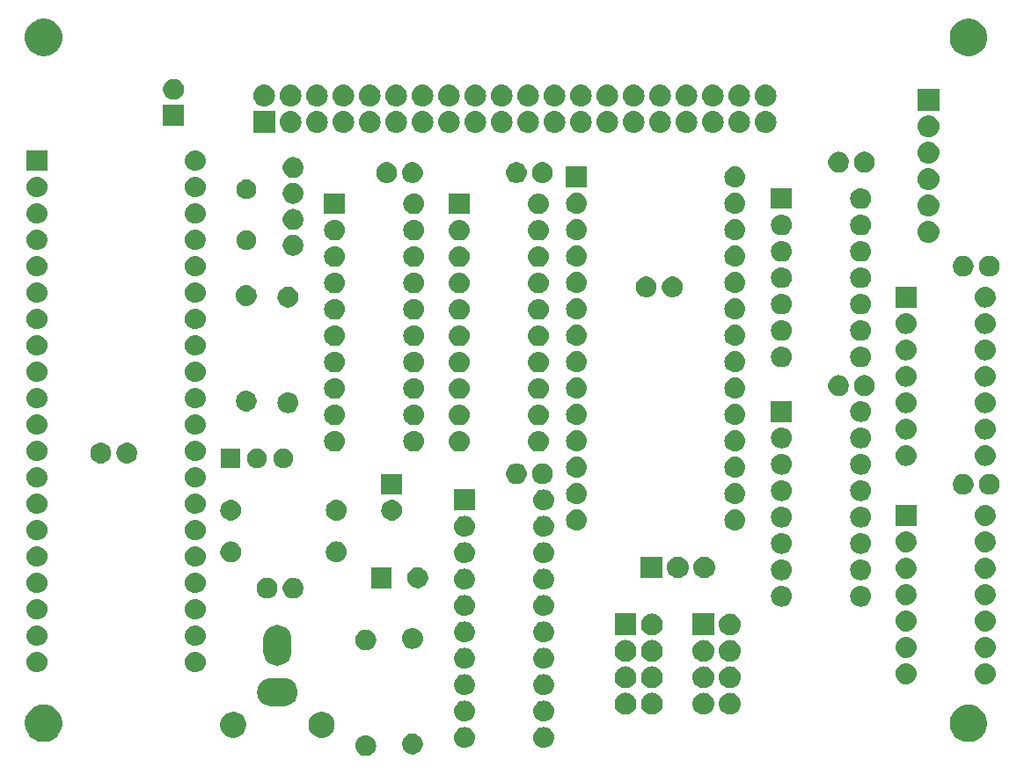
<source format=gts>
G04 #@! TF.GenerationSoftware,KiCad,Pcbnew,(5.0.0-3-g5ebb6b6)*
G04 #@! TF.CreationDate,2019-08-10T14:36:19+09:00*
G04 #@! TF.ProjectId,KZ80-TMS9918A,4B5A38302D544D5339393138412E6B69,rev?*
G04 #@! TF.SameCoordinates,Original*
G04 #@! TF.FileFunction,Soldermask,Top*
G04 #@! TF.FilePolarity,Negative*
%FSLAX46Y46*%
G04 Gerber Fmt 4.6, Leading zero omitted, Abs format (unit mm)*
G04 Created by KiCad (PCBNEW (5.0.0-3-g5ebb6b6)) date *
%MOMM*%
%LPD*%
G01*
G04 APERTURE LIST*
%ADD10C,0.100000*%
G04 APERTURE END LIST*
D10*
G36*
X136696030Y-121674469D02*
X136696033Y-121674470D01*
X136696034Y-121674470D01*
X136884535Y-121731651D01*
X136884537Y-121731652D01*
X137058260Y-121824509D01*
X137210528Y-121949472D01*
X137335491Y-122101740D01*
X137411817Y-122244535D01*
X137428349Y-122275465D01*
X137471665Y-122418260D01*
X137485531Y-122463970D01*
X137504838Y-122660000D01*
X137485531Y-122856030D01*
X137428348Y-123044537D01*
X137335491Y-123218260D01*
X137210528Y-123370528D01*
X137058260Y-123495491D01*
X137058258Y-123495492D01*
X136884535Y-123588349D01*
X136696034Y-123645530D01*
X136696033Y-123645530D01*
X136696030Y-123645531D01*
X136549124Y-123660000D01*
X136450876Y-123660000D01*
X136303970Y-123645531D01*
X136303967Y-123645530D01*
X136303966Y-123645530D01*
X136115465Y-123588349D01*
X135941742Y-123495492D01*
X135941740Y-123495491D01*
X135789472Y-123370528D01*
X135664509Y-123218260D01*
X135571652Y-123044537D01*
X135514469Y-122856030D01*
X135495162Y-122660000D01*
X135514469Y-122463970D01*
X135528335Y-122418260D01*
X135571651Y-122275465D01*
X135588183Y-122244535D01*
X135664509Y-122101740D01*
X135789472Y-121949472D01*
X135941740Y-121824509D01*
X136115463Y-121731652D01*
X136115465Y-121731651D01*
X136303966Y-121674470D01*
X136303967Y-121674470D01*
X136303970Y-121674469D01*
X136450876Y-121660000D01*
X136549124Y-121660000D01*
X136696030Y-121674469D01*
X136696030Y-121674469D01*
G37*
G36*
X141175770Y-121515372D02*
X141291689Y-121538429D01*
X141473678Y-121613811D01*
X141637463Y-121723249D01*
X141776751Y-121862537D01*
X141886189Y-122026322D01*
X141961571Y-122208311D01*
X142000000Y-122401509D01*
X142000000Y-122598491D01*
X141961571Y-122791689D01*
X141886189Y-122973678D01*
X141776751Y-123137463D01*
X141637463Y-123276751D01*
X141473678Y-123386189D01*
X141291689Y-123461571D01*
X141175770Y-123484628D01*
X141098493Y-123500000D01*
X140901507Y-123500000D01*
X140824230Y-123484628D01*
X140708311Y-123461571D01*
X140526322Y-123386189D01*
X140362537Y-123276751D01*
X140223249Y-123137463D01*
X140113811Y-122973678D01*
X140038429Y-122791689D01*
X140000000Y-122598491D01*
X140000000Y-122401509D01*
X140038429Y-122208311D01*
X140113811Y-122026322D01*
X140223249Y-121862537D01*
X140362537Y-121723249D01*
X140526322Y-121613811D01*
X140708311Y-121538429D01*
X140824230Y-121515372D01*
X140901507Y-121500000D01*
X141098493Y-121500000D01*
X141175770Y-121515372D01*
X141175770Y-121515372D01*
G37*
G36*
X153816030Y-120874469D02*
X153816033Y-120874470D01*
X153816034Y-120874470D01*
X154004535Y-120931651D01*
X154004537Y-120931652D01*
X154178260Y-121024509D01*
X154330528Y-121149472D01*
X154455491Y-121301740D01*
X154455492Y-121301742D01*
X154548349Y-121475465D01*
X154604327Y-121660000D01*
X154605531Y-121663970D01*
X154624838Y-121860000D01*
X154605531Y-122056030D01*
X154605530Y-122056033D01*
X154605530Y-122056034D01*
X154591665Y-122101742D01*
X154548348Y-122244537D01*
X154455491Y-122418260D01*
X154330528Y-122570528D01*
X154178260Y-122695491D01*
X154178258Y-122695492D01*
X154004535Y-122788349D01*
X153816034Y-122845530D01*
X153816033Y-122845530D01*
X153816030Y-122845531D01*
X153669124Y-122860000D01*
X153570876Y-122860000D01*
X153423970Y-122845531D01*
X153423967Y-122845530D01*
X153423966Y-122845530D01*
X153235465Y-122788349D01*
X153061742Y-122695492D01*
X153061740Y-122695491D01*
X152909472Y-122570528D01*
X152784509Y-122418260D01*
X152691652Y-122244537D01*
X152648336Y-122101742D01*
X152634470Y-122056034D01*
X152634470Y-122056033D01*
X152634469Y-122056030D01*
X152615162Y-121860000D01*
X152634469Y-121663970D01*
X152635673Y-121660000D01*
X152691651Y-121475465D01*
X152784508Y-121301742D01*
X152784509Y-121301740D01*
X152909472Y-121149472D01*
X153061740Y-121024509D01*
X153235463Y-120931652D01*
X153235465Y-120931651D01*
X153423966Y-120874470D01*
X153423967Y-120874470D01*
X153423970Y-120874469D01*
X153570876Y-120860000D01*
X153669124Y-120860000D01*
X153816030Y-120874469D01*
X153816030Y-120874469D01*
G37*
G36*
X146196030Y-120874469D02*
X146196033Y-120874470D01*
X146196034Y-120874470D01*
X146384535Y-120931651D01*
X146384537Y-120931652D01*
X146558260Y-121024509D01*
X146710528Y-121149472D01*
X146835491Y-121301740D01*
X146835492Y-121301742D01*
X146928349Y-121475465D01*
X146984327Y-121660000D01*
X146985531Y-121663970D01*
X147004838Y-121860000D01*
X146985531Y-122056030D01*
X146985530Y-122056033D01*
X146985530Y-122056034D01*
X146971665Y-122101742D01*
X146928348Y-122244537D01*
X146835491Y-122418260D01*
X146710528Y-122570528D01*
X146558260Y-122695491D01*
X146558258Y-122695492D01*
X146384535Y-122788349D01*
X146196034Y-122845530D01*
X146196033Y-122845530D01*
X146196030Y-122845531D01*
X146049124Y-122860000D01*
X145950876Y-122860000D01*
X145803970Y-122845531D01*
X145803967Y-122845530D01*
X145803966Y-122845530D01*
X145615465Y-122788349D01*
X145441742Y-122695492D01*
X145441740Y-122695491D01*
X145289472Y-122570528D01*
X145164509Y-122418260D01*
X145071652Y-122244537D01*
X145028336Y-122101742D01*
X145014470Y-122056034D01*
X145014470Y-122056033D01*
X145014469Y-122056030D01*
X144995162Y-121860000D01*
X145014469Y-121663970D01*
X145015673Y-121660000D01*
X145071651Y-121475465D01*
X145164508Y-121301742D01*
X145164509Y-121301740D01*
X145289472Y-121149472D01*
X145441740Y-121024509D01*
X145615463Y-120931652D01*
X145615465Y-120931651D01*
X145803966Y-120874470D01*
X145803967Y-120874470D01*
X145803970Y-120874469D01*
X145950876Y-120860000D01*
X146049124Y-120860000D01*
X146196030Y-120874469D01*
X146196030Y-120874469D01*
G37*
G36*
X194909122Y-118746115D02*
X195025041Y-118769173D01*
X195352620Y-118904861D01*
X195530569Y-119023763D01*
X195647436Y-119101851D01*
X195898149Y-119352564D01*
X195898151Y-119352567D01*
X196024903Y-119542264D01*
X196095140Y-119647382D01*
X196118814Y-119704537D01*
X196230827Y-119974959D01*
X196247326Y-120057904D01*
X196300000Y-120322714D01*
X196300000Y-120677286D01*
X196280938Y-120773115D01*
X196230827Y-121025041D01*
X196095139Y-121352620D01*
X195915856Y-121620936D01*
X195898149Y-121647436D01*
X195647436Y-121898149D01*
X195647433Y-121898151D01*
X195352620Y-122095139D01*
X195025041Y-122230827D01*
X194956126Y-122244535D01*
X194677286Y-122300000D01*
X194322714Y-122300000D01*
X194043874Y-122244535D01*
X193974959Y-122230827D01*
X193647380Y-122095139D01*
X193352567Y-121898151D01*
X193352564Y-121898149D01*
X193101851Y-121647436D01*
X193084144Y-121620936D01*
X192904861Y-121352620D01*
X192769173Y-121025041D01*
X192719062Y-120773115D01*
X192700000Y-120677286D01*
X192700000Y-120322714D01*
X192752674Y-120057904D01*
X192769173Y-119974959D01*
X192881186Y-119704537D01*
X192904860Y-119647382D01*
X192975098Y-119542264D01*
X193101849Y-119352567D01*
X193101851Y-119352564D01*
X193352564Y-119101851D01*
X193469431Y-119023763D01*
X193647380Y-118904861D01*
X193974959Y-118769173D01*
X194090878Y-118746115D01*
X194322714Y-118700000D01*
X194677286Y-118700000D01*
X194909122Y-118746115D01*
X194909122Y-118746115D01*
G37*
G36*
X105909122Y-118746115D02*
X106025041Y-118769173D01*
X106352620Y-118904861D01*
X106530569Y-119023763D01*
X106647436Y-119101851D01*
X106898149Y-119352564D01*
X106898151Y-119352567D01*
X107024903Y-119542264D01*
X107095140Y-119647382D01*
X107118814Y-119704537D01*
X107230827Y-119974959D01*
X107247326Y-120057904D01*
X107300000Y-120322714D01*
X107300000Y-120677286D01*
X107280938Y-120773115D01*
X107230827Y-121025041D01*
X107095139Y-121352620D01*
X106915856Y-121620936D01*
X106898149Y-121647436D01*
X106647436Y-121898149D01*
X106647433Y-121898151D01*
X106352620Y-122095139D01*
X106025041Y-122230827D01*
X105956126Y-122244535D01*
X105677286Y-122300000D01*
X105322714Y-122300000D01*
X105043874Y-122244535D01*
X104974959Y-122230827D01*
X104647380Y-122095139D01*
X104352567Y-121898151D01*
X104352564Y-121898149D01*
X104101851Y-121647436D01*
X104084144Y-121620936D01*
X103904861Y-121352620D01*
X103769173Y-121025041D01*
X103719062Y-120773115D01*
X103700000Y-120677286D01*
X103700000Y-120322714D01*
X103752674Y-120057904D01*
X103769173Y-119974959D01*
X103881186Y-119704537D01*
X103904860Y-119647382D01*
X103975098Y-119542264D01*
X104101849Y-119352567D01*
X104101851Y-119352564D01*
X104352564Y-119101851D01*
X104469431Y-119023763D01*
X104647380Y-118904861D01*
X104974959Y-118769173D01*
X105090878Y-118746115D01*
X105322714Y-118700000D01*
X105677286Y-118700000D01*
X105909122Y-118746115D01*
X105909122Y-118746115D01*
G37*
G36*
X132614612Y-119448037D02*
X132842096Y-119542264D01*
X133046831Y-119679064D01*
X133220936Y-119853169D01*
X133357736Y-120057904D01*
X133451963Y-120285388D01*
X133500000Y-120526885D01*
X133500000Y-120773115D01*
X133451963Y-121014612D01*
X133357736Y-121242096D01*
X133220936Y-121446831D01*
X133046831Y-121620936D01*
X132842096Y-121757736D01*
X132614612Y-121851963D01*
X132373115Y-121900000D01*
X132126885Y-121900000D01*
X131885388Y-121851963D01*
X131657904Y-121757736D01*
X131453169Y-121620936D01*
X131279064Y-121446831D01*
X131142264Y-121242096D01*
X131048037Y-121014612D01*
X131000000Y-120773115D01*
X131000000Y-120526885D01*
X131048037Y-120285388D01*
X131142264Y-120057904D01*
X131279064Y-119853169D01*
X131453169Y-119679064D01*
X131657904Y-119542264D01*
X131885388Y-119448037D01*
X132126885Y-119400000D01*
X132373115Y-119400000D01*
X132614612Y-119448037D01*
X132614612Y-119448037D01*
G37*
G36*
X124114612Y-119448037D02*
X124342096Y-119542264D01*
X124546831Y-119679064D01*
X124720936Y-119853169D01*
X124857736Y-120057904D01*
X124951963Y-120285388D01*
X125000000Y-120526885D01*
X125000000Y-120773115D01*
X124951963Y-121014612D01*
X124857736Y-121242096D01*
X124720936Y-121446831D01*
X124546831Y-121620936D01*
X124342096Y-121757736D01*
X124114612Y-121851963D01*
X123873115Y-121900000D01*
X123626885Y-121900000D01*
X123385388Y-121851963D01*
X123157904Y-121757736D01*
X122953169Y-121620936D01*
X122779064Y-121446831D01*
X122642264Y-121242096D01*
X122548037Y-121014612D01*
X122500000Y-120773115D01*
X122500000Y-120526885D01*
X122548037Y-120285388D01*
X122642264Y-120057904D01*
X122779064Y-119853169D01*
X122953169Y-119679064D01*
X123157904Y-119542264D01*
X123385388Y-119448037D01*
X123626885Y-119400000D01*
X123873115Y-119400000D01*
X124114612Y-119448037D01*
X124114612Y-119448037D01*
G37*
G36*
X146196030Y-118334469D02*
X146196033Y-118334470D01*
X146196034Y-118334470D01*
X146384535Y-118391651D01*
X146384537Y-118391652D01*
X146558260Y-118484509D01*
X146710528Y-118609472D01*
X146835491Y-118761740D01*
X146835492Y-118761742D01*
X146928349Y-118935465D01*
X146985530Y-119123966D01*
X146985531Y-119123970D01*
X147004838Y-119320000D01*
X146985531Y-119516030D01*
X146985530Y-119516033D01*
X146985530Y-119516034D01*
X146936076Y-119679064D01*
X146928348Y-119704537D01*
X146835491Y-119878260D01*
X146710528Y-120030528D01*
X146558260Y-120155491D01*
X146558258Y-120155492D01*
X146384535Y-120248349D01*
X146196034Y-120305530D01*
X146196033Y-120305530D01*
X146196030Y-120305531D01*
X146049124Y-120320000D01*
X145950876Y-120320000D01*
X145803970Y-120305531D01*
X145803967Y-120305530D01*
X145803966Y-120305530D01*
X145615465Y-120248349D01*
X145441742Y-120155492D01*
X145441740Y-120155491D01*
X145289472Y-120030528D01*
X145164509Y-119878260D01*
X145071652Y-119704537D01*
X145063925Y-119679064D01*
X145014470Y-119516034D01*
X145014470Y-119516033D01*
X145014469Y-119516030D01*
X144995162Y-119320000D01*
X145014469Y-119123970D01*
X145014470Y-119123966D01*
X145071651Y-118935465D01*
X145164508Y-118761742D01*
X145164509Y-118761740D01*
X145289472Y-118609472D01*
X145441740Y-118484509D01*
X145615463Y-118391652D01*
X145615465Y-118391651D01*
X145803966Y-118334470D01*
X145803967Y-118334470D01*
X145803970Y-118334469D01*
X145950876Y-118320000D01*
X146049124Y-118320000D01*
X146196030Y-118334469D01*
X146196030Y-118334469D01*
G37*
G36*
X153816030Y-118334469D02*
X153816033Y-118334470D01*
X153816034Y-118334470D01*
X154004535Y-118391651D01*
X154004537Y-118391652D01*
X154178260Y-118484509D01*
X154330528Y-118609472D01*
X154455491Y-118761740D01*
X154455492Y-118761742D01*
X154548349Y-118935465D01*
X154605530Y-119123966D01*
X154605531Y-119123970D01*
X154624838Y-119320000D01*
X154605531Y-119516030D01*
X154605530Y-119516033D01*
X154605530Y-119516034D01*
X154556076Y-119679064D01*
X154548348Y-119704537D01*
X154455491Y-119878260D01*
X154330528Y-120030528D01*
X154178260Y-120155491D01*
X154178258Y-120155492D01*
X154004535Y-120248349D01*
X153816034Y-120305530D01*
X153816033Y-120305530D01*
X153816030Y-120305531D01*
X153669124Y-120320000D01*
X153570876Y-120320000D01*
X153423970Y-120305531D01*
X153423967Y-120305530D01*
X153423966Y-120305530D01*
X153235465Y-120248349D01*
X153061742Y-120155492D01*
X153061740Y-120155491D01*
X152909472Y-120030528D01*
X152784509Y-119878260D01*
X152691652Y-119704537D01*
X152683925Y-119679064D01*
X152634470Y-119516034D01*
X152634470Y-119516033D01*
X152634469Y-119516030D01*
X152615162Y-119320000D01*
X152634469Y-119123970D01*
X152634470Y-119123966D01*
X152691651Y-118935465D01*
X152784508Y-118761742D01*
X152784509Y-118761740D01*
X152909472Y-118609472D01*
X153061740Y-118484509D01*
X153235463Y-118391652D01*
X153235465Y-118391651D01*
X153423966Y-118334470D01*
X153423967Y-118334470D01*
X153423970Y-118334469D01*
X153570876Y-118320000D01*
X153669124Y-118320000D01*
X153816030Y-118334469D01*
X153816030Y-118334469D01*
G37*
G36*
X161628707Y-117577597D02*
X161705836Y-117585193D01*
X161837787Y-117625220D01*
X161903763Y-117645233D01*
X162086172Y-117742733D01*
X162246054Y-117873946D01*
X162377267Y-118033828D01*
X162474767Y-118216237D01*
X162486116Y-118253650D01*
X162534807Y-118414164D01*
X162555080Y-118620000D01*
X162534807Y-118825836D01*
X162494780Y-118957787D01*
X162474767Y-119023763D01*
X162377267Y-119206172D01*
X162246054Y-119366054D01*
X162086172Y-119497267D01*
X161903763Y-119594767D01*
X161837787Y-119614780D01*
X161705836Y-119654807D01*
X161628707Y-119662403D01*
X161551580Y-119670000D01*
X161448420Y-119670000D01*
X161371293Y-119662403D01*
X161294164Y-119654807D01*
X161162213Y-119614780D01*
X161096237Y-119594767D01*
X160913828Y-119497267D01*
X160753946Y-119366054D01*
X160622733Y-119206172D01*
X160525233Y-119023763D01*
X160505220Y-118957787D01*
X160465193Y-118825836D01*
X160444920Y-118620000D01*
X160465193Y-118414164D01*
X160513884Y-118253650D01*
X160525233Y-118216237D01*
X160622733Y-118033828D01*
X160753946Y-117873946D01*
X160913828Y-117742733D01*
X161096237Y-117645233D01*
X161162213Y-117625220D01*
X161294164Y-117585193D01*
X161371293Y-117577597D01*
X161448420Y-117570000D01*
X161551580Y-117570000D01*
X161628707Y-117577597D01*
X161628707Y-117577597D01*
G37*
G36*
X171668707Y-117577597D02*
X171745836Y-117585193D01*
X171877787Y-117625220D01*
X171943763Y-117645233D01*
X172126172Y-117742733D01*
X172286054Y-117873946D01*
X172417267Y-118033828D01*
X172514767Y-118216237D01*
X172526116Y-118253650D01*
X172574807Y-118414164D01*
X172595080Y-118620000D01*
X172574807Y-118825836D01*
X172534780Y-118957787D01*
X172514767Y-119023763D01*
X172417267Y-119206172D01*
X172286054Y-119366054D01*
X172126172Y-119497267D01*
X171943763Y-119594767D01*
X171877787Y-119614780D01*
X171745836Y-119654807D01*
X171668707Y-119662403D01*
X171591580Y-119670000D01*
X171488420Y-119670000D01*
X171411293Y-119662403D01*
X171334164Y-119654807D01*
X171202213Y-119614780D01*
X171136237Y-119594767D01*
X170953828Y-119497267D01*
X170793946Y-119366054D01*
X170662733Y-119206172D01*
X170565233Y-119023763D01*
X170545220Y-118957787D01*
X170505193Y-118825836D01*
X170484920Y-118620000D01*
X170505193Y-118414164D01*
X170553884Y-118253650D01*
X170565233Y-118216237D01*
X170662733Y-118033828D01*
X170793946Y-117873946D01*
X170953828Y-117742733D01*
X171136237Y-117645233D01*
X171202213Y-117625220D01*
X171334164Y-117585193D01*
X171411293Y-117577597D01*
X171488420Y-117570000D01*
X171591580Y-117570000D01*
X171668707Y-117577597D01*
X171668707Y-117577597D01*
G37*
G36*
X169128707Y-117577597D02*
X169205836Y-117585193D01*
X169337787Y-117625220D01*
X169403763Y-117645233D01*
X169586172Y-117742733D01*
X169746054Y-117873946D01*
X169877267Y-118033828D01*
X169974767Y-118216237D01*
X169986116Y-118253650D01*
X170034807Y-118414164D01*
X170055080Y-118620000D01*
X170034807Y-118825836D01*
X169994780Y-118957787D01*
X169974767Y-119023763D01*
X169877267Y-119206172D01*
X169746054Y-119366054D01*
X169586172Y-119497267D01*
X169403763Y-119594767D01*
X169337787Y-119614780D01*
X169205836Y-119654807D01*
X169128707Y-119662403D01*
X169051580Y-119670000D01*
X168948420Y-119670000D01*
X168871293Y-119662403D01*
X168794164Y-119654807D01*
X168662213Y-119614780D01*
X168596237Y-119594767D01*
X168413828Y-119497267D01*
X168253946Y-119366054D01*
X168122733Y-119206172D01*
X168025233Y-119023763D01*
X168005220Y-118957787D01*
X167965193Y-118825836D01*
X167944920Y-118620000D01*
X167965193Y-118414164D01*
X168013884Y-118253650D01*
X168025233Y-118216237D01*
X168122733Y-118033828D01*
X168253946Y-117873946D01*
X168413828Y-117742733D01*
X168596237Y-117645233D01*
X168662213Y-117625220D01*
X168794164Y-117585193D01*
X168871293Y-117577597D01*
X168948420Y-117570000D01*
X169051580Y-117570000D01*
X169128707Y-117577597D01*
X169128707Y-117577597D01*
G37*
G36*
X164168707Y-117577597D02*
X164245836Y-117585193D01*
X164377787Y-117625220D01*
X164443763Y-117645233D01*
X164626172Y-117742733D01*
X164786054Y-117873946D01*
X164917267Y-118033828D01*
X165014767Y-118216237D01*
X165026116Y-118253650D01*
X165074807Y-118414164D01*
X165095080Y-118620000D01*
X165074807Y-118825836D01*
X165034780Y-118957787D01*
X165014767Y-119023763D01*
X164917267Y-119206172D01*
X164786054Y-119366054D01*
X164626172Y-119497267D01*
X164443763Y-119594767D01*
X164377787Y-119614780D01*
X164245836Y-119654807D01*
X164168707Y-119662403D01*
X164091580Y-119670000D01*
X163988420Y-119670000D01*
X163911293Y-119662403D01*
X163834164Y-119654807D01*
X163702213Y-119614780D01*
X163636237Y-119594767D01*
X163453828Y-119497267D01*
X163293946Y-119366054D01*
X163162733Y-119206172D01*
X163065233Y-119023763D01*
X163045220Y-118957787D01*
X163005193Y-118825836D01*
X162984920Y-118620000D01*
X163005193Y-118414164D01*
X163053884Y-118253650D01*
X163065233Y-118216237D01*
X163162733Y-118033828D01*
X163293946Y-117873946D01*
X163453828Y-117742733D01*
X163636237Y-117645233D01*
X163702213Y-117625220D01*
X163834164Y-117585193D01*
X163911293Y-117577597D01*
X163988420Y-117570000D01*
X164091580Y-117570000D01*
X164168707Y-117577597D01*
X164168707Y-117577597D01*
G37*
G36*
X128864646Y-116169533D02*
X129119122Y-116246728D01*
X129353649Y-116372085D01*
X129559213Y-116540787D01*
X129727915Y-116746351D01*
X129853272Y-116980878D01*
X129930467Y-117235354D01*
X129956532Y-117500000D01*
X129930467Y-117764646D01*
X129853272Y-118019122D01*
X129727915Y-118253649D01*
X129559213Y-118459213D01*
X129353649Y-118627915D01*
X129119122Y-118753272D01*
X128864646Y-118830467D01*
X128666321Y-118850000D01*
X127333679Y-118850000D01*
X127135354Y-118830467D01*
X126880878Y-118753272D01*
X126646351Y-118627915D01*
X126440787Y-118459213D01*
X126272085Y-118253649D01*
X126146728Y-118019122D01*
X126069533Y-117764646D01*
X126043468Y-117500000D01*
X126069533Y-117235354D01*
X126146728Y-116980878D01*
X126272085Y-116746351D01*
X126440787Y-116540787D01*
X126646351Y-116372085D01*
X126880878Y-116246728D01*
X127135354Y-116169533D01*
X127333679Y-116150000D01*
X128666321Y-116150000D01*
X128864646Y-116169533D01*
X128864646Y-116169533D01*
G37*
G36*
X146196030Y-115794469D02*
X146196033Y-115794470D01*
X146196034Y-115794470D01*
X146384535Y-115851651D01*
X146384537Y-115851652D01*
X146558260Y-115944509D01*
X146710528Y-116069472D01*
X146835491Y-116221740D01*
X146835492Y-116221742D01*
X146928349Y-116395465D01*
X146955134Y-116483763D01*
X146985531Y-116583970D01*
X147004838Y-116780000D01*
X146985531Y-116976030D01*
X146985530Y-116976033D01*
X146985530Y-116976034D01*
X146943434Y-117114807D01*
X146928348Y-117164537D01*
X146835491Y-117338260D01*
X146710528Y-117490528D01*
X146558260Y-117615491D01*
X146558258Y-117615492D01*
X146384535Y-117708349D01*
X146196034Y-117765530D01*
X146196033Y-117765530D01*
X146196030Y-117765531D01*
X146049124Y-117780000D01*
X145950876Y-117780000D01*
X145803970Y-117765531D01*
X145803967Y-117765530D01*
X145803966Y-117765530D01*
X145615465Y-117708349D01*
X145441742Y-117615492D01*
X145441740Y-117615491D01*
X145289472Y-117490528D01*
X145164509Y-117338260D01*
X145071652Y-117164537D01*
X145056567Y-117114807D01*
X145014470Y-116976034D01*
X145014470Y-116976033D01*
X145014469Y-116976030D01*
X144995162Y-116780000D01*
X145014469Y-116583970D01*
X145044866Y-116483763D01*
X145071651Y-116395465D01*
X145164508Y-116221742D01*
X145164509Y-116221740D01*
X145289472Y-116069472D01*
X145441740Y-115944509D01*
X145615463Y-115851652D01*
X145615465Y-115851651D01*
X145803966Y-115794470D01*
X145803967Y-115794470D01*
X145803970Y-115794469D01*
X145950876Y-115780000D01*
X146049124Y-115780000D01*
X146196030Y-115794469D01*
X146196030Y-115794469D01*
G37*
G36*
X153816030Y-115794469D02*
X153816033Y-115794470D01*
X153816034Y-115794470D01*
X154004535Y-115851651D01*
X154004537Y-115851652D01*
X154178260Y-115944509D01*
X154330528Y-116069472D01*
X154455491Y-116221740D01*
X154455492Y-116221742D01*
X154548349Y-116395465D01*
X154575134Y-116483763D01*
X154605531Y-116583970D01*
X154624838Y-116780000D01*
X154605531Y-116976030D01*
X154605530Y-116976033D01*
X154605530Y-116976034D01*
X154563434Y-117114807D01*
X154548348Y-117164537D01*
X154455491Y-117338260D01*
X154330528Y-117490528D01*
X154178260Y-117615491D01*
X154178258Y-117615492D01*
X154004535Y-117708349D01*
X153816034Y-117765530D01*
X153816033Y-117765530D01*
X153816030Y-117765531D01*
X153669124Y-117780000D01*
X153570876Y-117780000D01*
X153423970Y-117765531D01*
X153423967Y-117765530D01*
X153423966Y-117765530D01*
X153235465Y-117708349D01*
X153061742Y-117615492D01*
X153061740Y-117615491D01*
X152909472Y-117490528D01*
X152784509Y-117338260D01*
X152691652Y-117164537D01*
X152676567Y-117114807D01*
X152634470Y-116976034D01*
X152634470Y-116976033D01*
X152634469Y-116976030D01*
X152615162Y-116780000D01*
X152634469Y-116583970D01*
X152664866Y-116483763D01*
X152691651Y-116395465D01*
X152784508Y-116221742D01*
X152784509Y-116221740D01*
X152909472Y-116069472D01*
X153061740Y-115944509D01*
X153235463Y-115851652D01*
X153235465Y-115851651D01*
X153423966Y-115794470D01*
X153423967Y-115794470D01*
X153423970Y-115794469D01*
X153570876Y-115780000D01*
X153669124Y-115780000D01*
X153816030Y-115794469D01*
X153816030Y-115794469D01*
G37*
G36*
X171668707Y-115037596D02*
X171745836Y-115045193D01*
X171877787Y-115085220D01*
X171943763Y-115105233D01*
X172126172Y-115202733D01*
X172286054Y-115333946D01*
X172417267Y-115493828D01*
X172514767Y-115676237D01*
X172514767Y-115676238D01*
X172574807Y-115874164D01*
X172595080Y-116080000D01*
X172574807Y-116285836D01*
X172534780Y-116417787D01*
X172514767Y-116483763D01*
X172417267Y-116666172D01*
X172286054Y-116826054D01*
X172126172Y-116957267D01*
X171943763Y-117054767D01*
X171877787Y-117074780D01*
X171745836Y-117114807D01*
X171668707Y-117122403D01*
X171591580Y-117130000D01*
X171488420Y-117130000D01*
X171411293Y-117122403D01*
X171334164Y-117114807D01*
X171202213Y-117074780D01*
X171136237Y-117054767D01*
X170953828Y-116957267D01*
X170793946Y-116826054D01*
X170662733Y-116666172D01*
X170565233Y-116483763D01*
X170545220Y-116417787D01*
X170505193Y-116285836D01*
X170484920Y-116080000D01*
X170505193Y-115874164D01*
X170565233Y-115676238D01*
X170565233Y-115676237D01*
X170662733Y-115493828D01*
X170793946Y-115333946D01*
X170953828Y-115202733D01*
X171136237Y-115105233D01*
X171202213Y-115085220D01*
X171334164Y-115045193D01*
X171411293Y-115037596D01*
X171488420Y-115030000D01*
X171591580Y-115030000D01*
X171668707Y-115037596D01*
X171668707Y-115037596D01*
G37*
G36*
X169128707Y-115037596D02*
X169205836Y-115045193D01*
X169337787Y-115085220D01*
X169403763Y-115105233D01*
X169586172Y-115202733D01*
X169746054Y-115333946D01*
X169877267Y-115493828D01*
X169974767Y-115676237D01*
X169974767Y-115676238D01*
X170034807Y-115874164D01*
X170055080Y-116080000D01*
X170034807Y-116285836D01*
X169994780Y-116417787D01*
X169974767Y-116483763D01*
X169877267Y-116666172D01*
X169746054Y-116826054D01*
X169586172Y-116957267D01*
X169403763Y-117054767D01*
X169337787Y-117074780D01*
X169205836Y-117114807D01*
X169128707Y-117122403D01*
X169051580Y-117130000D01*
X168948420Y-117130000D01*
X168871293Y-117122403D01*
X168794164Y-117114807D01*
X168662213Y-117074780D01*
X168596237Y-117054767D01*
X168413828Y-116957267D01*
X168253946Y-116826054D01*
X168122733Y-116666172D01*
X168025233Y-116483763D01*
X168005220Y-116417787D01*
X167965193Y-116285836D01*
X167944920Y-116080000D01*
X167965193Y-115874164D01*
X168025233Y-115676238D01*
X168025233Y-115676237D01*
X168122733Y-115493828D01*
X168253946Y-115333946D01*
X168413828Y-115202733D01*
X168596237Y-115105233D01*
X168662213Y-115085220D01*
X168794164Y-115045193D01*
X168871293Y-115037596D01*
X168948420Y-115030000D01*
X169051580Y-115030000D01*
X169128707Y-115037596D01*
X169128707Y-115037596D01*
G37*
G36*
X164168707Y-115037596D02*
X164245836Y-115045193D01*
X164377787Y-115085220D01*
X164443763Y-115105233D01*
X164626172Y-115202733D01*
X164786054Y-115333946D01*
X164917267Y-115493828D01*
X165014767Y-115676237D01*
X165014767Y-115676238D01*
X165074807Y-115874164D01*
X165095080Y-116080000D01*
X165074807Y-116285836D01*
X165034780Y-116417787D01*
X165014767Y-116483763D01*
X164917267Y-116666172D01*
X164786054Y-116826054D01*
X164626172Y-116957267D01*
X164443763Y-117054767D01*
X164377787Y-117074780D01*
X164245836Y-117114807D01*
X164168707Y-117122403D01*
X164091580Y-117130000D01*
X163988420Y-117130000D01*
X163911293Y-117122403D01*
X163834164Y-117114807D01*
X163702213Y-117074780D01*
X163636237Y-117054767D01*
X163453828Y-116957267D01*
X163293946Y-116826054D01*
X163162733Y-116666172D01*
X163065233Y-116483763D01*
X163045220Y-116417787D01*
X163005193Y-116285836D01*
X162984920Y-116080000D01*
X163005193Y-115874164D01*
X163065233Y-115676238D01*
X163065233Y-115676237D01*
X163162733Y-115493828D01*
X163293946Y-115333946D01*
X163453828Y-115202733D01*
X163636237Y-115105233D01*
X163702213Y-115085220D01*
X163834164Y-115045193D01*
X163911293Y-115037596D01*
X163988420Y-115030000D01*
X164091580Y-115030000D01*
X164168707Y-115037596D01*
X164168707Y-115037596D01*
G37*
G36*
X161628707Y-115037596D02*
X161705836Y-115045193D01*
X161837787Y-115085220D01*
X161903763Y-115105233D01*
X162086172Y-115202733D01*
X162246054Y-115333946D01*
X162377267Y-115493828D01*
X162474767Y-115676237D01*
X162474767Y-115676238D01*
X162534807Y-115874164D01*
X162555080Y-116080000D01*
X162534807Y-116285836D01*
X162494780Y-116417787D01*
X162474767Y-116483763D01*
X162377267Y-116666172D01*
X162246054Y-116826054D01*
X162086172Y-116957267D01*
X161903763Y-117054767D01*
X161837787Y-117074780D01*
X161705836Y-117114807D01*
X161628707Y-117122403D01*
X161551580Y-117130000D01*
X161448420Y-117130000D01*
X161371293Y-117122403D01*
X161294164Y-117114807D01*
X161162213Y-117074780D01*
X161096237Y-117054767D01*
X160913828Y-116957267D01*
X160753946Y-116826054D01*
X160622733Y-116666172D01*
X160525233Y-116483763D01*
X160505220Y-116417787D01*
X160465193Y-116285836D01*
X160444920Y-116080000D01*
X160465193Y-115874164D01*
X160525233Y-115676238D01*
X160525233Y-115676237D01*
X160622733Y-115493828D01*
X160753946Y-115333946D01*
X160913828Y-115202733D01*
X161096237Y-115105233D01*
X161162213Y-115085220D01*
X161294164Y-115045193D01*
X161371293Y-115037596D01*
X161448420Y-115030000D01*
X161551580Y-115030000D01*
X161628707Y-115037596D01*
X161628707Y-115037596D01*
G37*
G36*
X196316030Y-114754469D02*
X196316033Y-114754470D01*
X196316034Y-114754470D01*
X196504535Y-114811651D01*
X196504537Y-114811652D01*
X196678260Y-114904509D01*
X196830528Y-115029472D01*
X196955491Y-115181740D01*
X197048348Y-115355463D01*
X197105531Y-115543970D01*
X197124838Y-115740000D01*
X197105531Y-115936030D01*
X197105530Y-115936033D01*
X197105530Y-115936034D01*
X197061859Y-116080000D01*
X197048348Y-116124537D01*
X196955491Y-116298260D01*
X196830528Y-116450528D01*
X196678260Y-116575491D01*
X196678258Y-116575492D01*
X196504535Y-116668349D01*
X196316034Y-116725530D01*
X196316033Y-116725530D01*
X196316030Y-116725531D01*
X196169124Y-116740000D01*
X196070876Y-116740000D01*
X195923970Y-116725531D01*
X195923967Y-116725530D01*
X195923966Y-116725530D01*
X195735465Y-116668349D01*
X195561742Y-116575492D01*
X195561740Y-116575491D01*
X195409472Y-116450528D01*
X195284509Y-116298260D01*
X195191652Y-116124537D01*
X195178142Y-116080000D01*
X195134470Y-115936034D01*
X195134470Y-115936033D01*
X195134469Y-115936030D01*
X195115162Y-115740000D01*
X195134469Y-115543970D01*
X195191652Y-115355463D01*
X195284509Y-115181740D01*
X195409472Y-115029472D01*
X195561740Y-114904509D01*
X195735463Y-114811652D01*
X195735465Y-114811651D01*
X195923966Y-114754470D01*
X195923967Y-114754470D01*
X195923970Y-114754469D01*
X196070876Y-114740000D01*
X196169124Y-114740000D01*
X196316030Y-114754469D01*
X196316030Y-114754469D01*
G37*
G36*
X188696030Y-114754469D02*
X188696033Y-114754470D01*
X188696034Y-114754470D01*
X188884535Y-114811651D01*
X188884537Y-114811652D01*
X189058260Y-114904509D01*
X189210528Y-115029472D01*
X189335491Y-115181740D01*
X189428348Y-115355463D01*
X189485531Y-115543970D01*
X189504838Y-115740000D01*
X189485531Y-115936030D01*
X189485530Y-115936033D01*
X189485530Y-115936034D01*
X189441859Y-116080000D01*
X189428348Y-116124537D01*
X189335491Y-116298260D01*
X189210528Y-116450528D01*
X189058260Y-116575491D01*
X189058258Y-116575492D01*
X188884535Y-116668349D01*
X188696034Y-116725530D01*
X188696033Y-116725530D01*
X188696030Y-116725531D01*
X188549124Y-116740000D01*
X188450876Y-116740000D01*
X188303970Y-116725531D01*
X188303967Y-116725530D01*
X188303966Y-116725530D01*
X188115465Y-116668349D01*
X187941742Y-116575492D01*
X187941740Y-116575491D01*
X187789472Y-116450528D01*
X187664509Y-116298260D01*
X187571652Y-116124537D01*
X187558142Y-116080000D01*
X187514470Y-115936034D01*
X187514470Y-115936033D01*
X187514469Y-115936030D01*
X187495162Y-115740000D01*
X187514469Y-115543970D01*
X187571652Y-115355463D01*
X187664509Y-115181740D01*
X187789472Y-115029472D01*
X187941740Y-114904509D01*
X188115463Y-114811652D01*
X188115465Y-114811651D01*
X188303966Y-114754470D01*
X188303967Y-114754470D01*
X188303970Y-114754469D01*
X188450876Y-114740000D01*
X188549124Y-114740000D01*
X188696030Y-114754469D01*
X188696030Y-114754469D01*
G37*
G36*
X120286030Y-113624469D02*
X120286033Y-113624470D01*
X120286034Y-113624470D01*
X120474535Y-113681651D01*
X120474537Y-113681652D01*
X120648260Y-113774509D01*
X120800528Y-113899472D01*
X120925491Y-114051740D01*
X121018348Y-114225463D01*
X121075531Y-114413970D01*
X121094838Y-114610000D01*
X121075531Y-114806030D01*
X121075530Y-114806033D01*
X121075530Y-114806034D01*
X121037784Y-114930467D01*
X121018348Y-114994537D01*
X120925491Y-115168260D01*
X120800528Y-115320528D01*
X120648260Y-115445491D01*
X120648258Y-115445492D01*
X120474535Y-115538349D01*
X120286034Y-115595530D01*
X120286033Y-115595530D01*
X120286030Y-115595531D01*
X120139124Y-115610000D01*
X120040876Y-115610000D01*
X119893970Y-115595531D01*
X119893967Y-115595530D01*
X119893966Y-115595530D01*
X119705465Y-115538349D01*
X119531742Y-115445492D01*
X119531740Y-115445491D01*
X119379472Y-115320528D01*
X119254509Y-115168260D01*
X119161652Y-114994537D01*
X119142217Y-114930467D01*
X119104470Y-114806034D01*
X119104470Y-114806033D01*
X119104469Y-114806030D01*
X119085162Y-114610000D01*
X119104469Y-114413970D01*
X119161652Y-114225463D01*
X119254509Y-114051740D01*
X119379472Y-113899472D01*
X119531740Y-113774509D01*
X119705463Y-113681652D01*
X119705465Y-113681651D01*
X119893966Y-113624470D01*
X119893967Y-113624470D01*
X119893970Y-113624469D01*
X120040876Y-113610000D01*
X120139124Y-113610000D01*
X120286030Y-113624469D01*
X120286030Y-113624469D01*
G37*
G36*
X105046030Y-113624469D02*
X105046033Y-113624470D01*
X105046034Y-113624470D01*
X105234535Y-113681651D01*
X105234537Y-113681652D01*
X105408260Y-113774509D01*
X105560528Y-113899472D01*
X105685491Y-114051740D01*
X105778348Y-114225463D01*
X105835531Y-114413970D01*
X105854838Y-114610000D01*
X105835531Y-114806030D01*
X105835530Y-114806033D01*
X105835530Y-114806034D01*
X105797784Y-114930467D01*
X105778348Y-114994537D01*
X105685491Y-115168260D01*
X105560528Y-115320528D01*
X105408260Y-115445491D01*
X105408258Y-115445492D01*
X105234535Y-115538349D01*
X105046034Y-115595530D01*
X105046033Y-115595530D01*
X105046030Y-115595531D01*
X104899124Y-115610000D01*
X104800876Y-115610000D01*
X104653970Y-115595531D01*
X104653967Y-115595530D01*
X104653966Y-115595530D01*
X104465465Y-115538349D01*
X104291742Y-115445492D01*
X104291740Y-115445491D01*
X104139472Y-115320528D01*
X104014509Y-115168260D01*
X103921652Y-114994537D01*
X103902217Y-114930467D01*
X103864470Y-114806034D01*
X103864470Y-114806033D01*
X103864469Y-114806030D01*
X103845162Y-114610000D01*
X103864469Y-114413970D01*
X103921652Y-114225463D01*
X104014509Y-114051740D01*
X104139472Y-113899472D01*
X104291740Y-113774509D01*
X104465463Y-113681652D01*
X104465465Y-113681651D01*
X104653966Y-113624470D01*
X104653967Y-113624470D01*
X104653970Y-113624469D01*
X104800876Y-113610000D01*
X104899124Y-113610000D01*
X105046030Y-113624469D01*
X105046030Y-113624469D01*
G37*
G36*
X153816030Y-113254469D02*
X153816033Y-113254470D01*
X153816034Y-113254470D01*
X154004535Y-113311651D01*
X154004537Y-113311652D01*
X154178260Y-113404509D01*
X154330528Y-113529472D01*
X154455491Y-113681740D01*
X154455492Y-113681742D01*
X154548349Y-113855465D01*
X154575134Y-113943763D01*
X154605531Y-114043970D01*
X154624838Y-114240000D01*
X154605531Y-114436030D01*
X154605530Y-114436033D01*
X154605530Y-114436034D01*
X154563434Y-114574807D01*
X154548348Y-114624537D01*
X154455491Y-114798260D01*
X154330528Y-114950528D01*
X154178260Y-115075491D01*
X154178258Y-115075492D01*
X154004535Y-115168349D01*
X153816034Y-115225530D01*
X153816033Y-115225530D01*
X153816030Y-115225531D01*
X153669124Y-115240000D01*
X153570876Y-115240000D01*
X153423970Y-115225531D01*
X153423967Y-115225530D01*
X153423966Y-115225530D01*
X153235465Y-115168349D01*
X153061742Y-115075492D01*
X153061740Y-115075491D01*
X152909472Y-114950528D01*
X152784509Y-114798260D01*
X152691652Y-114624537D01*
X152676567Y-114574807D01*
X152634470Y-114436034D01*
X152634470Y-114436033D01*
X152634469Y-114436030D01*
X152615162Y-114240000D01*
X152634469Y-114043970D01*
X152664866Y-113943763D01*
X152691651Y-113855465D01*
X152784508Y-113681742D01*
X152784509Y-113681740D01*
X152909472Y-113529472D01*
X153061740Y-113404509D01*
X153235463Y-113311652D01*
X153235465Y-113311651D01*
X153423966Y-113254470D01*
X153423967Y-113254470D01*
X153423970Y-113254469D01*
X153570876Y-113240000D01*
X153669124Y-113240000D01*
X153816030Y-113254469D01*
X153816030Y-113254469D01*
G37*
G36*
X146196030Y-113254469D02*
X146196033Y-113254470D01*
X146196034Y-113254470D01*
X146384535Y-113311651D01*
X146384537Y-113311652D01*
X146558260Y-113404509D01*
X146710528Y-113529472D01*
X146835491Y-113681740D01*
X146835492Y-113681742D01*
X146928349Y-113855465D01*
X146955134Y-113943763D01*
X146985531Y-114043970D01*
X147004838Y-114240000D01*
X146985531Y-114436030D01*
X146985530Y-114436033D01*
X146985530Y-114436034D01*
X146943434Y-114574807D01*
X146928348Y-114624537D01*
X146835491Y-114798260D01*
X146710528Y-114950528D01*
X146558260Y-115075491D01*
X146558258Y-115075492D01*
X146384535Y-115168349D01*
X146196034Y-115225530D01*
X146196033Y-115225530D01*
X146196030Y-115225531D01*
X146049124Y-115240000D01*
X145950876Y-115240000D01*
X145803970Y-115225531D01*
X145803967Y-115225530D01*
X145803966Y-115225530D01*
X145615465Y-115168349D01*
X145441742Y-115075492D01*
X145441740Y-115075491D01*
X145289472Y-114950528D01*
X145164509Y-114798260D01*
X145071652Y-114624537D01*
X145056567Y-114574807D01*
X145014470Y-114436034D01*
X145014470Y-114436033D01*
X145014469Y-114436030D01*
X144995162Y-114240000D01*
X145014469Y-114043970D01*
X145044866Y-113943763D01*
X145071651Y-113855465D01*
X145164508Y-113681742D01*
X145164509Y-113681740D01*
X145289472Y-113529472D01*
X145441740Y-113404509D01*
X145615463Y-113311652D01*
X145615465Y-113311651D01*
X145803966Y-113254470D01*
X145803967Y-113254470D01*
X145803970Y-113254469D01*
X145950876Y-113240000D01*
X146049124Y-113240000D01*
X146196030Y-113254469D01*
X146196030Y-113254469D01*
G37*
G36*
X128264646Y-111069533D02*
X128519122Y-111146728D01*
X128753649Y-111272085D01*
X128959213Y-111440787D01*
X129127915Y-111646351D01*
X129253272Y-111880878D01*
X129330467Y-112135354D01*
X129350000Y-112333679D01*
X129350000Y-113666321D01*
X129330467Y-113864646D01*
X129253272Y-114119122D01*
X129127915Y-114353649D01*
X128959212Y-114559213D01*
X128753648Y-114727915D01*
X128519121Y-114853272D01*
X128264645Y-114930467D01*
X128000000Y-114956532D01*
X127735354Y-114930467D01*
X127480878Y-114853272D01*
X127246351Y-114727915D01*
X127040787Y-114559212D01*
X126872085Y-114353648D01*
X126746728Y-114119121D01*
X126669533Y-113864645D01*
X126650000Y-113666320D01*
X126650000Y-112333679D01*
X126669533Y-112135354D01*
X126746728Y-111880878D01*
X126872086Y-111646351D01*
X127040788Y-111440787D01*
X127246352Y-111272085D01*
X127480879Y-111146728D01*
X127735355Y-111069533D01*
X128000000Y-111043468D01*
X128264646Y-111069533D01*
X128264646Y-111069533D01*
G37*
G36*
X161628707Y-112497597D02*
X161705836Y-112505193D01*
X161807492Y-112536030D01*
X161903763Y-112565233D01*
X162086172Y-112662733D01*
X162246054Y-112793946D01*
X162377267Y-112953828D01*
X162474767Y-113136237D01*
X162474767Y-113136238D01*
X162534807Y-113334164D01*
X162555080Y-113540000D01*
X162534807Y-113745836D01*
X162498768Y-113864641D01*
X162474767Y-113943763D01*
X162377267Y-114126172D01*
X162246054Y-114286054D01*
X162086172Y-114417267D01*
X161903763Y-114514767D01*
X161837787Y-114534780D01*
X161705836Y-114574807D01*
X161628707Y-114582404D01*
X161551580Y-114590000D01*
X161448420Y-114590000D01*
X161371293Y-114582404D01*
X161294164Y-114574807D01*
X161162213Y-114534780D01*
X161096237Y-114514767D01*
X160913828Y-114417267D01*
X160753946Y-114286054D01*
X160622733Y-114126172D01*
X160525233Y-113943763D01*
X160501232Y-113864641D01*
X160465193Y-113745836D01*
X160444920Y-113540000D01*
X160465193Y-113334164D01*
X160525233Y-113136238D01*
X160525233Y-113136237D01*
X160622733Y-112953828D01*
X160753946Y-112793946D01*
X160913828Y-112662733D01*
X161096237Y-112565233D01*
X161192508Y-112536030D01*
X161294164Y-112505193D01*
X161371293Y-112497597D01*
X161448420Y-112490000D01*
X161551580Y-112490000D01*
X161628707Y-112497597D01*
X161628707Y-112497597D01*
G37*
G36*
X164168707Y-112497597D02*
X164245836Y-112505193D01*
X164347492Y-112536030D01*
X164443763Y-112565233D01*
X164626172Y-112662733D01*
X164786054Y-112793946D01*
X164917267Y-112953828D01*
X165014767Y-113136237D01*
X165014767Y-113136238D01*
X165074807Y-113334164D01*
X165095080Y-113540000D01*
X165074807Y-113745836D01*
X165038768Y-113864641D01*
X165014767Y-113943763D01*
X164917267Y-114126172D01*
X164786054Y-114286054D01*
X164626172Y-114417267D01*
X164443763Y-114514767D01*
X164377787Y-114534780D01*
X164245836Y-114574807D01*
X164168707Y-114582404D01*
X164091580Y-114590000D01*
X163988420Y-114590000D01*
X163911293Y-114582404D01*
X163834164Y-114574807D01*
X163702213Y-114534780D01*
X163636237Y-114514767D01*
X163453828Y-114417267D01*
X163293946Y-114286054D01*
X163162733Y-114126172D01*
X163065233Y-113943763D01*
X163041232Y-113864641D01*
X163005193Y-113745836D01*
X162984920Y-113540000D01*
X163005193Y-113334164D01*
X163065233Y-113136238D01*
X163065233Y-113136237D01*
X163162733Y-112953828D01*
X163293946Y-112793946D01*
X163453828Y-112662733D01*
X163636237Y-112565233D01*
X163732508Y-112536030D01*
X163834164Y-112505193D01*
X163911293Y-112497597D01*
X163988420Y-112490000D01*
X164091580Y-112490000D01*
X164168707Y-112497597D01*
X164168707Y-112497597D01*
G37*
G36*
X169128707Y-112497597D02*
X169205836Y-112505193D01*
X169307492Y-112536030D01*
X169403763Y-112565233D01*
X169586172Y-112662733D01*
X169746054Y-112793946D01*
X169877267Y-112953828D01*
X169974767Y-113136237D01*
X169974767Y-113136238D01*
X170034807Y-113334164D01*
X170055080Y-113540000D01*
X170034807Y-113745836D01*
X169998768Y-113864641D01*
X169974767Y-113943763D01*
X169877267Y-114126172D01*
X169746054Y-114286054D01*
X169586172Y-114417267D01*
X169403763Y-114514767D01*
X169337787Y-114534780D01*
X169205836Y-114574807D01*
X169128707Y-114582404D01*
X169051580Y-114590000D01*
X168948420Y-114590000D01*
X168871293Y-114582404D01*
X168794164Y-114574807D01*
X168662213Y-114534780D01*
X168596237Y-114514767D01*
X168413828Y-114417267D01*
X168253946Y-114286054D01*
X168122733Y-114126172D01*
X168025233Y-113943763D01*
X168001232Y-113864641D01*
X167965193Y-113745836D01*
X167944920Y-113540000D01*
X167965193Y-113334164D01*
X168025233Y-113136238D01*
X168025233Y-113136237D01*
X168122733Y-112953828D01*
X168253946Y-112793946D01*
X168413828Y-112662733D01*
X168596237Y-112565233D01*
X168692508Y-112536030D01*
X168794164Y-112505193D01*
X168871293Y-112497597D01*
X168948420Y-112490000D01*
X169051580Y-112490000D01*
X169128707Y-112497597D01*
X169128707Y-112497597D01*
G37*
G36*
X171668707Y-112497597D02*
X171745836Y-112505193D01*
X171847492Y-112536030D01*
X171943763Y-112565233D01*
X172126172Y-112662733D01*
X172286054Y-112793946D01*
X172417267Y-112953828D01*
X172514767Y-113136237D01*
X172514767Y-113136238D01*
X172574807Y-113334164D01*
X172595080Y-113540000D01*
X172574807Y-113745836D01*
X172538768Y-113864641D01*
X172514767Y-113943763D01*
X172417267Y-114126172D01*
X172286054Y-114286054D01*
X172126172Y-114417267D01*
X171943763Y-114514767D01*
X171877787Y-114534780D01*
X171745836Y-114574807D01*
X171668707Y-114582404D01*
X171591580Y-114590000D01*
X171488420Y-114590000D01*
X171411293Y-114582404D01*
X171334164Y-114574807D01*
X171202213Y-114534780D01*
X171136237Y-114514767D01*
X170953828Y-114417267D01*
X170793946Y-114286054D01*
X170662733Y-114126172D01*
X170565233Y-113943763D01*
X170541232Y-113864641D01*
X170505193Y-113745836D01*
X170484920Y-113540000D01*
X170505193Y-113334164D01*
X170565233Y-113136238D01*
X170565233Y-113136237D01*
X170662733Y-112953828D01*
X170793946Y-112793946D01*
X170953828Y-112662733D01*
X171136237Y-112565233D01*
X171232508Y-112536030D01*
X171334164Y-112505193D01*
X171411293Y-112497597D01*
X171488420Y-112490000D01*
X171591580Y-112490000D01*
X171668707Y-112497597D01*
X171668707Y-112497597D01*
G37*
G36*
X188696030Y-112214469D02*
X188696033Y-112214470D01*
X188696034Y-112214470D01*
X188884535Y-112271651D01*
X188884537Y-112271652D01*
X189058260Y-112364509D01*
X189210528Y-112489472D01*
X189335491Y-112641740D01*
X189416847Y-112793946D01*
X189428349Y-112815465D01*
X189455658Y-112905491D01*
X189485531Y-113003970D01*
X189504838Y-113200000D01*
X189485531Y-113396030D01*
X189485530Y-113396033D01*
X189485530Y-113396034D01*
X189441859Y-113540000D01*
X189428348Y-113584537D01*
X189335491Y-113758260D01*
X189210528Y-113910528D01*
X189058260Y-114035491D01*
X188901796Y-114119123D01*
X188884535Y-114128349D01*
X188696034Y-114185530D01*
X188696033Y-114185530D01*
X188696030Y-114185531D01*
X188549124Y-114200000D01*
X188450876Y-114200000D01*
X188303970Y-114185531D01*
X188303967Y-114185530D01*
X188303966Y-114185530D01*
X188115465Y-114128349D01*
X188098204Y-114119123D01*
X187941740Y-114035491D01*
X187789472Y-113910528D01*
X187664509Y-113758260D01*
X187571652Y-113584537D01*
X187558142Y-113540000D01*
X187514470Y-113396034D01*
X187514470Y-113396033D01*
X187514469Y-113396030D01*
X187495162Y-113200000D01*
X187514469Y-113003970D01*
X187544342Y-112905491D01*
X187571651Y-112815465D01*
X187583153Y-112793946D01*
X187664509Y-112641740D01*
X187789472Y-112489472D01*
X187941740Y-112364509D01*
X188115463Y-112271652D01*
X188115465Y-112271651D01*
X188303966Y-112214470D01*
X188303967Y-112214470D01*
X188303970Y-112214469D01*
X188450876Y-112200000D01*
X188549124Y-112200000D01*
X188696030Y-112214469D01*
X188696030Y-112214469D01*
G37*
G36*
X196316030Y-112214469D02*
X196316033Y-112214470D01*
X196316034Y-112214470D01*
X196504535Y-112271651D01*
X196504537Y-112271652D01*
X196678260Y-112364509D01*
X196830528Y-112489472D01*
X196955491Y-112641740D01*
X197036847Y-112793946D01*
X197048349Y-112815465D01*
X197075658Y-112905491D01*
X197105531Y-113003970D01*
X197124838Y-113200000D01*
X197105531Y-113396030D01*
X197105530Y-113396033D01*
X197105530Y-113396034D01*
X197061859Y-113540000D01*
X197048348Y-113584537D01*
X196955491Y-113758260D01*
X196830528Y-113910528D01*
X196678260Y-114035491D01*
X196521796Y-114119123D01*
X196504535Y-114128349D01*
X196316034Y-114185530D01*
X196316033Y-114185530D01*
X196316030Y-114185531D01*
X196169124Y-114200000D01*
X196070876Y-114200000D01*
X195923970Y-114185531D01*
X195923967Y-114185530D01*
X195923966Y-114185530D01*
X195735465Y-114128349D01*
X195718204Y-114119123D01*
X195561740Y-114035491D01*
X195409472Y-113910528D01*
X195284509Y-113758260D01*
X195191652Y-113584537D01*
X195178142Y-113540000D01*
X195134470Y-113396034D01*
X195134470Y-113396033D01*
X195134469Y-113396030D01*
X195115162Y-113200000D01*
X195134469Y-113003970D01*
X195164342Y-112905491D01*
X195191651Y-112815465D01*
X195203153Y-112793946D01*
X195284509Y-112641740D01*
X195409472Y-112489472D01*
X195561740Y-112364509D01*
X195735463Y-112271652D01*
X195735465Y-112271651D01*
X195923966Y-112214470D01*
X195923967Y-112214470D01*
X195923970Y-112214469D01*
X196070876Y-112200000D01*
X196169124Y-112200000D01*
X196316030Y-112214469D01*
X196316030Y-112214469D01*
G37*
G36*
X136657513Y-111511740D02*
X136791689Y-111538429D01*
X136973678Y-111613811D01*
X137137463Y-111723249D01*
X137276751Y-111862537D01*
X137386189Y-112026322D01*
X137461571Y-112208311D01*
X137474170Y-112271651D01*
X137500000Y-112401507D01*
X137500000Y-112598493D01*
X137491397Y-112641742D01*
X137461571Y-112791689D01*
X137386189Y-112973678D01*
X137276751Y-113137463D01*
X137137463Y-113276751D01*
X136973678Y-113386189D01*
X136791689Y-113461571D01*
X136675770Y-113484628D01*
X136598493Y-113500000D01*
X136401507Y-113500000D01*
X136324230Y-113484628D01*
X136208311Y-113461571D01*
X136026322Y-113386189D01*
X135862537Y-113276751D01*
X135723249Y-113137463D01*
X135613811Y-112973678D01*
X135538429Y-112791689D01*
X135508603Y-112641742D01*
X135500000Y-112598493D01*
X135500000Y-112401507D01*
X135525830Y-112271651D01*
X135538429Y-112208311D01*
X135613811Y-112026322D01*
X135723249Y-111862537D01*
X135862537Y-111723249D01*
X136026322Y-111613811D01*
X136208311Y-111538429D01*
X136342487Y-111511740D01*
X136401507Y-111500000D01*
X136598493Y-111500000D01*
X136657513Y-111511740D01*
X136657513Y-111511740D01*
G37*
G36*
X141196030Y-111354469D02*
X141196033Y-111354470D01*
X141196034Y-111354470D01*
X141384535Y-111411651D01*
X141384537Y-111411652D01*
X141558260Y-111504509D01*
X141710528Y-111629472D01*
X141835491Y-111781740D01*
X141835492Y-111781742D01*
X141928349Y-111955465D01*
X141982919Y-112135358D01*
X141985531Y-112143970D01*
X142004838Y-112340000D01*
X141985531Y-112536030D01*
X141985530Y-112536033D01*
X141985530Y-112536034D01*
X141935792Y-112700000D01*
X141928348Y-112724537D01*
X141835491Y-112898260D01*
X141710528Y-113050528D01*
X141558260Y-113175491D01*
X141558258Y-113175492D01*
X141384535Y-113268349D01*
X141196034Y-113325530D01*
X141196033Y-113325530D01*
X141196030Y-113325531D01*
X141049124Y-113340000D01*
X140950876Y-113340000D01*
X140803970Y-113325531D01*
X140803967Y-113325530D01*
X140803966Y-113325530D01*
X140615465Y-113268349D01*
X140441742Y-113175492D01*
X140441740Y-113175491D01*
X140289472Y-113050528D01*
X140164509Y-112898260D01*
X140071652Y-112724537D01*
X140064209Y-112700000D01*
X140014470Y-112536034D01*
X140014470Y-112536033D01*
X140014469Y-112536030D01*
X139995162Y-112340000D01*
X140014469Y-112143970D01*
X140017081Y-112135358D01*
X140071651Y-111955465D01*
X140164508Y-111781742D01*
X140164509Y-111781740D01*
X140289472Y-111629472D01*
X140441740Y-111504509D01*
X140615463Y-111411652D01*
X140615465Y-111411651D01*
X140803966Y-111354470D01*
X140803967Y-111354470D01*
X140803970Y-111354469D01*
X140950876Y-111340000D01*
X141049124Y-111340000D01*
X141196030Y-111354469D01*
X141196030Y-111354469D01*
G37*
G36*
X105046030Y-111084469D02*
X105046033Y-111084470D01*
X105046034Y-111084470D01*
X105234535Y-111141651D01*
X105234537Y-111141652D01*
X105408260Y-111234509D01*
X105560528Y-111359472D01*
X105685491Y-111511740D01*
X105685492Y-111511742D01*
X105778349Y-111685465D01*
X105807554Y-111781742D01*
X105835531Y-111873970D01*
X105854838Y-112070000D01*
X105835531Y-112266030D01*
X105835530Y-112266033D01*
X105835530Y-112266034D01*
X105794435Y-112401507D01*
X105778348Y-112454537D01*
X105685491Y-112628260D01*
X105560528Y-112780528D01*
X105408260Y-112905491D01*
X105408258Y-112905492D01*
X105234535Y-112998349D01*
X105046034Y-113055530D01*
X105046033Y-113055530D01*
X105046030Y-113055531D01*
X104899124Y-113070000D01*
X104800876Y-113070000D01*
X104653970Y-113055531D01*
X104653967Y-113055530D01*
X104653966Y-113055530D01*
X104465465Y-112998349D01*
X104291742Y-112905492D01*
X104291740Y-112905491D01*
X104139472Y-112780528D01*
X104014509Y-112628260D01*
X103921652Y-112454537D01*
X103905566Y-112401507D01*
X103864470Y-112266034D01*
X103864470Y-112266033D01*
X103864469Y-112266030D01*
X103845162Y-112070000D01*
X103864469Y-111873970D01*
X103892446Y-111781742D01*
X103921651Y-111685465D01*
X104014508Y-111511742D01*
X104014509Y-111511740D01*
X104139472Y-111359472D01*
X104291740Y-111234509D01*
X104465463Y-111141652D01*
X104465465Y-111141651D01*
X104653966Y-111084470D01*
X104653967Y-111084470D01*
X104653970Y-111084469D01*
X104800876Y-111070000D01*
X104899124Y-111070000D01*
X105046030Y-111084469D01*
X105046030Y-111084469D01*
G37*
G36*
X120286030Y-111084469D02*
X120286033Y-111084470D01*
X120286034Y-111084470D01*
X120474535Y-111141651D01*
X120474537Y-111141652D01*
X120648260Y-111234509D01*
X120800528Y-111359472D01*
X120925491Y-111511740D01*
X120925492Y-111511742D01*
X121018349Y-111685465D01*
X121047554Y-111781742D01*
X121075531Y-111873970D01*
X121094838Y-112070000D01*
X121075531Y-112266030D01*
X121075530Y-112266033D01*
X121075530Y-112266034D01*
X121034435Y-112401507D01*
X121018348Y-112454537D01*
X120925491Y-112628260D01*
X120800528Y-112780528D01*
X120648260Y-112905491D01*
X120648258Y-112905492D01*
X120474535Y-112998349D01*
X120286034Y-113055530D01*
X120286033Y-113055530D01*
X120286030Y-113055531D01*
X120139124Y-113070000D01*
X120040876Y-113070000D01*
X119893970Y-113055531D01*
X119893967Y-113055530D01*
X119893966Y-113055530D01*
X119705465Y-112998349D01*
X119531742Y-112905492D01*
X119531740Y-112905491D01*
X119379472Y-112780528D01*
X119254509Y-112628260D01*
X119161652Y-112454537D01*
X119145566Y-112401507D01*
X119104470Y-112266034D01*
X119104470Y-112266033D01*
X119104469Y-112266030D01*
X119085162Y-112070000D01*
X119104469Y-111873970D01*
X119132446Y-111781742D01*
X119161651Y-111685465D01*
X119254508Y-111511742D01*
X119254509Y-111511740D01*
X119379472Y-111359472D01*
X119531740Y-111234509D01*
X119705463Y-111141652D01*
X119705465Y-111141651D01*
X119893966Y-111084470D01*
X119893967Y-111084470D01*
X119893970Y-111084469D01*
X120040876Y-111070000D01*
X120139124Y-111070000D01*
X120286030Y-111084469D01*
X120286030Y-111084469D01*
G37*
G36*
X153816030Y-110714469D02*
X153816033Y-110714470D01*
X153816034Y-110714470D01*
X154004535Y-110771651D01*
X154004537Y-110771652D01*
X154178260Y-110864509D01*
X154330528Y-110989472D01*
X154455491Y-111141740D01*
X154455492Y-111141742D01*
X154548349Y-111315465D01*
X154577527Y-111411652D01*
X154605531Y-111503970D01*
X154624838Y-111700000D01*
X154605531Y-111896030D01*
X154605530Y-111896033D01*
X154605530Y-111896034D01*
X154563434Y-112034807D01*
X154548348Y-112084537D01*
X154455491Y-112258260D01*
X154330528Y-112410528D01*
X154178260Y-112535491D01*
X154177244Y-112536034D01*
X154004535Y-112628349D01*
X153816034Y-112685530D01*
X153816033Y-112685530D01*
X153816030Y-112685531D01*
X153669124Y-112700000D01*
X153570876Y-112700000D01*
X153423970Y-112685531D01*
X153423967Y-112685530D01*
X153423966Y-112685530D01*
X153235465Y-112628349D01*
X153062756Y-112536034D01*
X153061740Y-112535491D01*
X152909472Y-112410528D01*
X152784509Y-112258260D01*
X152691652Y-112084537D01*
X152676567Y-112034807D01*
X152634470Y-111896034D01*
X152634470Y-111896033D01*
X152634469Y-111896030D01*
X152615162Y-111700000D01*
X152634469Y-111503970D01*
X152662473Y-111411652D01*
X152691651Y-111315465D01*
X152784508Y-111141742D01*
X152784509Y-111141740D01*
X152909472Y-110989472D01*
X153061740Y-110864509D01*
X153235463Y-110771652D01*
X153235465Y-110771651D01*
X153423966Y-110714470D01*
X153423967Y-110714470D01*
X153423970Y-110714469D01*
X153570876Y-110700000D01*
X153669124Y-110700000D01*
X153816030Y-110714469D01*
X153816030Y-110714469D01*
G37*
G36*
X146196030Y-110714469D02*
X146196033Y-110714470D01*
X146196034Y-110714470D01*
X146384535Y-110771651D01*
X146384537Y-110771652D01*
X146558260Y-110864509D01*
X146710528Y-110989472D01*
X146835491Y-111141740D01*
X146835492Y-111141742D01*
X146928349Y-111315465D01*
X146957527Y-111411652D01*
X146985531Y-111503970D01*
X147004838Y-111700000D01*
X146985531Y-111896030D01*
X146985530Y-111896033D01*
X146985530Y-111896034D01*
X146943434Y-112034807D01*
X146928348Y-112084537D01*
X146835491Y-112258260D01*
X146710528Y-112410528D01*
X146558260Y-112535491D01*
X146557244Y-112536034D01*
X146384535Y-112628349D01*
X146196034Y-112685530D01*
X146196033Y-112685530D01*
X146196030Y-112685531D01*
X146049124Y-112700000D01*
X145950876Y-112700000D01*
X145803970Y-112685531D01*
X145803967Y-112685530D01*
X145803966Y-112685530D01*
X145615465Y-112628349D01*
X145442756Y-112536034D01*
X145441740Y-112535491D01*
X145289472Y-112410528D01*
X145164509Y-112258260D01*
X145071652Y-112084537D01*
X145056567Y-112034807D01*
X145014470Y-111896034D01*
X145014470Y-111896033D01*
X145014469Y-111896030D01*
X144995162Y-111700000D01*
X145014469Y-111503970D01*
X145042473Y-111411652D01*
X145071651Y-111315465D01*
X145164508Y-111141742D01*
X145164509Y-111141740D01*
X145289472Y-110989472D01*
X145441740Y-110864509D01*
X145615463Y-110771652D01*
X145615465Y-110771651D01*
X145803966Y-110714470D01*
X145803967Y-110714470D01*
X145803970Y-110714469D01*
X145950876Y-110700000D01*
X146049124Y-110700000D01*
X146196030Y-110714469D01*
X146196030Y-110714469D01*
G37*
G36*
X171668707Y-109957597D02*
X171745836Y-109965193D01*
X171877787Y-110005220D01*
X171943763Y-110025233D01*
X172126172Y-110122733D01*
X172286054Y-110253946D01*
X172417267Y-110413828D01*
X172514767Y-110596237D01*
X172514767Y-110596238D01*
X172574807Y-110794164D01*
X172595080Y-111000000D01*
X172574807Y-111205836D01*
X172534780Y-111337787D01*
X172514767Y-111403763D01*
X172417267Y-111586172D01*
X172286054Y-111746054D01*
X172126172Y-111877267D01*
X171943763Y-111974767D01*
X171877787Y-111994780D01*
X171745836Y-112034807D01*
X171668707Y-112042403D01*
X171591580Y-112050000D01*
X171488420Y-112050000D01*
X171411293Y-112042403D01*
X171334164Y-112034807D01*
X171202213Y-111994780D01*
X171136237Y-111974767D01*
X170953828Y-111877267D01*
X170793946Y-111746054D01*
X170662733Y-111586172D01*
X170565233Y-111403763D01*
X170545220Y-111337787D01*
X170505193Y-111205836D01*
X170484920Y-111000000D01*
X170505193Y-110794164D01*
X170565233Y-110596238D01*
X170565233Y-110596237D01*
X170662733Y-110413828D01*
X170793946Y-110253946D01*
X170953828Y-110122733D01*
X171136237Y-110025233D01*
X171202213Y-110005220D01*
X171334164Y-109965193D01*
X171411293Y-109957597D01*
X171488420Y-109950000D01*
X171591580Y-109950000D01*
X171668707Y-109957597D01*
X171668707Y-109957597D01*
G37*
G36*
X170050000Y-112050000D02*
X167950000Y-112050000D01*
X167950000Y-109950000D01*
X170050000Y-109950000D01*
X170050000Y-112050000D01*
X170050000Y-112050000D01*
G37*
G36*
X162550000Y-112050000D02*
X160450000Y-112050000D01*
X160450000Y-109950000D01*
X162550000Y-109950000D01*
X162550000Y-112050000D01*
X162550000Y-112050000D01*
G37*
G36*
X164168707Y-109957597D02*
X164245836Y-109965193D01*
X164377787Y-110005220D01*
X164443763Y-110025233D01*
X164626172Y-110122733D01*
X164786054Y-110253946D01*
X164917267Y-110413828D01*
X165014767Y-110596237D01*
X165014767Y-110596238D01*
X165074807Y-110794164D01*
X165095080Y-111000000D01*
X165074807Y-111205836D01*
X165034780Y-111337787D01*
X165014767Y-111403763D01*
X164917267Y-111586172D01*
X164786054Y-111746054D01*
X164626172Y-111877267D01*
X164443763Y-111974767D01*
X164377787Y-111994780D01*
X164245836Y-112034807D01*
X164168707Y-112042403D01*
X164091580Y-112050000D01*
X163988420Y-112050000D01*
X163911293Y-112042403D01*
X163834164Y-112034807D01*
X163702213Y-111994780D01*
X163636237Y-111974767D01*
X163453828Y-111877267D01*
X163293946Y-111746054D01*
X163162733Y-111586172D01*
X163065233Y-111403763D01*
X163045220Y-111337787D01*
X163005193Y-111205836D01*
X162984920Y-111000000D01*
X163005193Y-110794164D01*
X163065233Y-110596238D01*
X163065233Y-110596237D01*
X163162733Y-110413828D01*
X163293946Y-110253946D01*
X163453828Y-110122733D01*
X163636237Y-110025233D01*
X163702213Y-110005220D01*
X163834164Y-109965193D01*
X163911293Y-109957597D01*
X163988420Y-109950000D01*
X164091580Y-109950000D01*
X164168707Y-109957597D01*
X164168707Y-109957597D01*
G37*
G36*
X188696030Y-109674469D02*
X188696033Y-109674470D01*
X188696034Y-109674470D01*
X188884535Y-109731651D01*
X188884537Y-109731652D01*
X189058260Y-109824509D01*
X189210528Y-109949472D01*
X189335491Y-110101740D01*
X189428348Y-110275463D01*
X189485531Y-110463970D01*
X189504838Y-110660000D01*
X189485531Y-110856030D01*
X189485530Y-110856033D01*
X189485530Y-110856034D01*
X189428673Y-111043468D01*
X189428348Y-111044537D01*
X189335491Y-111218260D01*
X189210528Y-111370528D01*
X189058260Y-111495491D01*
X188977929Y-111538429D01*
X188884535Y-111588349D01*
X188696034Y-111645530D01*
X188696033Y-111645530D01*
X188696030Y-111645531D01*
X188549124Y-111660000D01*
X188450876Y-111660000D01*
X188303970Y-111645531D01*
X188303967Y-111645530D01*
X188303966Y-111645530D01*
X188115465Y-111588349D01*
X188022071Y-111538429D01*
X187941740Y-111495491D01*
X187789472Y-111370528D01*
X187664509Y-111218260D01*
X187571652Y-111044537D01*
X187571328Y-111043468D01*
X187514470Y-110856034D01*
X187514470Y-110856033D01*
X187514469Y-110856030D01*
X187495162Y-110660000D01*
X187514469Y-110463970D01*
X187571652Y-110275463D01*
X187664509Y-110101740D01*
X187789472Y-109949472D01*
X187941740Y-109824509D01*
X188115463Y-109731652D01*
X188115465Y-109731651D01*
X188303966Y-109674470D01*
X188303967Y-109674470D01*
X188303970Y-109674469D01*
X188450876Y-109660000D01*
X188549124Y-109660000D01*
X188696030Y-109674469D01*
X188696030Y-109674469D01*
G37*
G36*
X196316030Y-109674469D02*
X196316033Y-109674470D01*
X196316034Y-109674470D01*
X196504535Y-109731651D01*
X196504537Y-109731652D01*
X196678260Y-109824509D01*
X196830528Y-109949472D01*
X196955491Y-110101740D01*
X197048348Y-110275463D01*
X197105531Y-110463970D01*
X197124838Y-110660000D01*
X197105531Y-110856030D01*
X197105530Y-110856033D01*
X197105530Y-110856034D01*
X197048673Y-111043468D01*
X197048348Y-111044537D01*
X196955491Y-111218260D01*
X196830528Y-111370528D01*
X196678260Y-111495491D01*
X196597929Y-111538429D01*
X196504535Y-111588349D01*
X196316034Y-111645530D01*
X196316033Y-111645530D01*
X196316030Y-111645531D01*
X196169124Y-111660000D01*
X196070876Y-111660000D01*
X195923970Y-111645531D01*
X195923967Y-111645530D01*
X195923966Y-111645530D01*
X195735465Y-111588349D01*
X195642071Y-111538429D01*
X195561740Y-111495491D01*
X195409472Y-111370528D01*
X195284509Y-111218260D01*
X195191652Y-111044537D01*
X195191328Y-111043468D01*
X195134470Y-110856034D01*
X195134470Y-110856033D01*
X195134469Y-110856030D01*
X195115162Y-110660000D01*
X195134469Y-110463970D01*
X195191652Y-110275463D01*
X195284509Y-110101740D01*
X195409472Y-109949472D01*
X195561740Y-109824509D01*
X195735463Y-109731652D01*
X195735465Y-109731651D01*
X195923966Y-109674470D01*
X195923967Y-109674470D01*
X195923970Y-109674469D01*
X196070876Y-109660000D01*
X196169124Y-109660000D01*
X196316030Y-109674469D01*
X196316030Y-109674469D01*
G37*
G36*
X105046030Y-108544469D02*
X105046033Y-108544470D01*
X105046034Y-108544470D01*
X105234535Y-108601651D01*
X105234537Y-108601652D01*
X105408260Y-108694509D01*
X105560528Y-108819472D01*
X105685491Y-108971740D01*
X105685492Y-108971742D01*
X105778349Y-109145465D01*
X105835530Y-109333966D01*
X105835531Y-109333970D01*
X105854838Y-109530000D01*
X105835531Y-109726030D01*
X105778348Y-109914537D01*
X105685491Y-110088260D01*
X105560528Y-110240528D01*
X105408260Y-110365491D01*
X105408258Y-110365492D01*
X105234535Y-110458349D01*
X105046034Y-110515530D01*
X105046033Y-110515530D01*
X105046030Y-110515531D01*
X104899124Y-110530000D01*
X104800876Y-110530000D01*
X104653970Y-110515531D01*
X104653967Y-110515530D01*
X104653966Y-110515530D01*
X104465465Y-110458349D01*
X104291742Y-110365492D01*
X104291740Y-110365491D01*
X104139472Y-110240528D01*
X104014509Y-110088260D01*
X103921652Y-109914537D01*
X103864469Y-109726030D01*
X103845162Y-109530000D01*
X103864469Y-109333970D01*
X103864470Y-109333966D01*
X103921651Y-109145465D01*
X104014508Y-108971742D01*
X104014509Y-108971740D01*
X104139472Y-108819472D01*
X104291740Y-108694509D01*
X104465463Y-108601652D01*
X104465465Y-108601651D01*
X104653966Y-108544470D01*
X104653967Y-108544470D01*
X104653970Y-108544469D01*
X104800876Y-108530000D01*
X104899124Y-108530000D01*
X105046030Y-108544469D01*
X105046030Y-108544469D01*
G37*
G36*
X120286030Y-108544469D02*
X120286033Y-108544470D01*
X120286034Y-108544470D01*
X120474535Y-108601651D01*
X120474537Y-108601652D01*
X120648260Y-108694509D01*
X120800528Y-108819472D01*
X120925491Y-108971740D01*
X120925492Y-108971742D01*
X121018349Y-109145465D01*
X121075530Y-109333966D01*
X121075531Y-109333970D01*
X121094838Y-109530000D01*
X121075531Y-109726030D01*
X121018348Y-109914537D01*
X120925491Y-110088260D01*
X120800528Y-110240528D01*
X120648260Y-110365491D01*
X120648258Y-110365492D01*
X120474535Y-110458349D01*
X120286034Y-110515530D01*
X120286033Y-110515530D01*
X120286030Y-110515531D01*
X120139124Y-110530000D01*
X120040876Y-110530000D01*
X119893970Y-110515531D01*
X119893967Y-110515530D01*
X119893966Y-110515530D01*
X119705465Y-110458349D01*
X119531742Y-110365492D01*
X119531740Y-110365491D01*
X119379472Y-110240528D01*
X119254509Y-110088260D01*
X119161652Y-109914537D01*
X119104469Y-109726030D01*
X119085162Y-109530000D01*
X119104469Y-109333970D01*
X119104470Y-109333966D01*
X119161651Y-109145465D01*
X119254508Y-108971742D01*
X119254509Y-108971740D01*
X119379472Y-108819472D01*
X119531740Y-108694509D01*
X119705463Y-108601652D01*
X119705465Y-108601651D01*
X119893966Y-108544470D01*
X119893967Y-108544470D01*
X119893970Y-108544469D01*
X120040876Y-108530000D01*
X120139124Y-108530000D01*
X120286030Y-108544469D01*
X120286030Y-108544469D01*
G37*
G36*
X153816030Y-108174469D02*
X153816033Y-108174470D01*
X153816034Y-108174470D01*
X154004535Y-108231651D01*
X154004537Y-108231652D01*
X154178260Y-108324509D01*
X154330528Y-108449472D01*
X154455491Y-108601740D01*
X154455492Y-108601742D01*
X154548349Y-108775465D01*
X154602959Y-108955491D01*
X154605531Y-108963970D01*
X154624838Y-109160000D01*
X154605531Y-109356030D01*
X154548348Y-109544537D01*
X154455491Y-109718260D01*
X154330528Y-109870528D01*
X154178260Y-109995491D01*
X154178258Y-109995492D01*
X154004535Y-110088349D01*
X153816034Y-110145530D01*
X153816033Y-110145530D01*
X153816030Y-110145531D01*
X153669124Y-110160000D01*
X153570876Y-110160000D01*
X153423970Y-110145531D01*
X153423967Y-110145530D01*
X153423966Y-110145530D01*
X153235465Y-110088349D01*
X153061742Y-109995492D01*
X153061740Y-109995491D01*
X152909472Y-109870528D01*
X152784509Y-109718260D01*
X152691652Y-109544537D01*
X152634469Y-109356030D01*
X152615162Y-109160000D01*
X152634469Y-108963970D01*
X152637041Y-108955491D01*
X152691651Y-108775465D01*
X152784508Y-108601742D01*
X152784509Y-108601740D01*
X152909472Y-108449472D01*
X153061740Y-108324509D01*
X153235463Y-108231652D01*
X153235465Y-108231651D01*
X153423966Y-108174470D01*
X153423967Y-108174470D01*
X153423970Y-108174469D01*
X153570876Y-108160000D01*
X153669124Y-108160000D01*
X153816030Y-108174469D01*
X153816030Y-108174469D01*
G37*
G36*
X146196030Y-108174469D02*
X146196033Y-108174470D01*
X146196034Y-108174470D01*
X146384535Y-108231651D01*
X146384537Y-108231652D01*
X146558260Y-108324509D01*
X146710528Y-108449472D01*
X146835491Y-108601740D01*
X146835492Y-108601742D01*
X146928349Y-108775465D01*
X146982959Y-108955491D01*
X146985531Y-108963970D01*
X147004838Y-109160000D01*
X146985531Y-109356030D01*
X146928348Y-109544537D01*
X146835491Y-109718260D01*
X146710528Y-109870528D01*
X146558260Y-109995491D01*
X146558258Y-109995492D01*
X146384535Y-110088349D01*
X146196034Y-110145530D01*
X146196033Y-110145530D01*
X146196030Y-110145531D01*
X146049124Y-110160000D01*
X145950876Y-110160000D01*
X145803970Y-110145531D01*
X145803967Y-110145530D01*
X145803966Y-110145530D01*
X145615465Y-110088349D01*
X145441742Y-109995492D01*
X145441740Y-109995491D01*
X145289472Y-109870528D01*
X145164509Y-109718260D01*
X145071652Y-109544537D01*
X145014469Y-109356030D01*
X144995162Y-109160000D01*
X145014469Y-108963970D01*
X145017041Y-108955491D01*
X145071651Y-108775465D01*
X145164508Y-108601742D01*
X145164509Y-108601740D01*
X145289472Y-108449472D01*
X145441740Y-108324509D01*
X145615463Y-108231652D01*
X145615465Y-108231651D01*
X145803966Y-108174470D01*
X145803967Y-108174470D01*
X145803970Y-108174469D01*
X145950876Y-108160000D01*
X146049124Y-108160000D01*
X146196030Y-108174469D01*
X146196030Y-108174469D01*
G37*
G36*
X176696030Y-107294469D02*
X176696033Y-107294470D01*
X176696034Y-107294470D01*
X176884535Y-107351651D01*
X176884537Y-107351652D01*
X177058260Y-107444509D01*
X177210528Y-107569472D01*
X177335491Y-107721740D01*
X177390947Y-107825491D01*
X177428349Y-107895465D01*
X177485530Y-108083966D01*
X177485531Y-108083970D01*
X177504838Y-108280000D01*
X177485531Y-108476030D01*
X177485530Y-108476033D01*
X177485530Y-108476034D01*
X177447398Y-108601740D01*
X177428348Y-108664537D01*
X177335491Y-108838260D01*
X177210528Y-108990528D01*
X177058260Y-109115491D01*
X176884537Y-109208348D01*
X176884535Y-109208349D01*
X176696034Y-109265530D01*
X176696033Y-109265530D01*
X176696030Y-109265531D01*
X176549124Y-109280000D01*
X176450876Y-109280000D01*
X176303970Y-109265531D01*
X176303967Y-109265530D01*
X176303966Y-109265530D01*
X176115465Y-109208349D01*
X176115463Y-109208348D01*
X175941740Y-109115491D01*
X175789472Y-108990528D01*
X175664509Y-108838260D01*
X175571652Y-108664537D01*
X175552603Y-108601740D01*
X175514470Y-108476034D01*
X175514470Y-108476033D01*
X175514469Y-108476030D01*
X175495162Y-108280000D01*
X175514469Y-108083970D01*
X175514470Y-108083966D01*
X175571651Y-107895465D01*
X175609053Y-107825491D01*
X175664509Y-107721740D01*
X175789472Y-107569472D01*
X175941740Y-107444509D01*
X176115463Y-107351652D01*
X176115465Y-107351651D01*
X176303966Y-107294470D01*
X176303967Y-107294470D01*
X176303970Y-107294469D01*
X176450876Y-107280000D01*
X176549124Y-107280000D01*
X176696030Y-107294469D01*
X176696030Y-107294469D01*
G37*
G36*
X184316030Y-107294469D02*
X184316033Y-107294470D01*
X184316034Y-107294470D01*
X184504535Y-107351651D01*
X184504537Y-107351652D01*
X184678260Y-107444509D01*
X184830528Y-107569472D01*
X184955491Y-107721740D01*
X185010947Y-107825491D01*
X185048349Y-107895465D01*
X185105530Y-108083966D01*
X185105531Y-108083970D01*
X185124838Y-108280000D01*
X185105531Y-108476030D01*
X185105530Y-108476033D01*
X185105530Y-108476034D01*
X185067398Y-108601740D01*
X185048348Y-108664537D01*
X184955491Y-108838260D01*
X184830528Y-108990528D01*
X184678260Y-109115491D01*
X184504537Y-109208348D01*
X184504535Y-109208349D01*
X184316034Y-109265530D01*
X184316033Y-109265530D01*
X184316030Y-109265531D01*
X184169124Y-109280000D01*
X184070876Y-109280000D01*
X183923970Y-109265531D01*
X183923967Y-109265530D01*
X183923966Y-109265530D01*
X183735465Y-109208349D01*
X183735463Y-109208348D01*
X183561740Y-109115491D01*
X183409472Y-108990528D01*
X183284509Y-108838260D01*
X183191652Y-108664537D01*
X183172603Y-108601740D01*
X183134470Y-108476034D01*
X183134470Y-108476033D01*
X183134469Y-108476030D01*
X183115162Y-108280000D01*
X183134469Y-108083970D01*
X183134470Y-108083966D01*
X183191651Y-107895465D01*
X183229053Y-107825491D01*
X183284509Y-107721740D01*
X183409472Y-107569472D01*
X183561740Y-107444509D01*
X183735463Y-107351652D01*
X183735465Y-107351651D01*
X183923966Y-107294470D01*
X183923967Y-107294470D01*
X183923970Y-107294469D01*
X184070876Y-107280000D01*
X184169124Y-107280000D01*
X184316030Y-107294469D01*
X184316030Y-107294469D01*
G37*
G36*
X188696030Y-107134469D02*
X188696033Y-107134470D01*
X188696034Y-107134470D01*
X188884535Y-107191651D01*
X188884537Y-107191652D01*
X189058260Y-107284509D01*
X189210528Y-107409472D01*
X189335491Y-107561740D01*
X189335492Y-107561742D01*
X189428349Y-107735465D01*
X189476884Y-107895465D01*
X189485531Y-107923970D01*
X189504838Y-108120000D01*
X189485531Y-108316030D01*
X189485530Y-108316033D01*
X189485530Y-108316034D01*
X189429725Y-108500000D01*
X189428348Y-108504537D01*
X189335491Y-108678260D01*
X189210528Y-108830528D01*
X189058260Y-108955491D01*
X188992710Y-108990528D01*
X188884535Y-109048349D01*
X188696034Y-109105530D01*
X188696033Y-109105530D01*
X188696030Y-109105531D01*
X188549124Y-109120000D01*
X188450876Y-109120000D01*
X188303970Y-109105531D01*
X188303967Y-109105530D01*
X188303966Y-109105530D01*
X188115465Y-109048349D01*
X188007290Y-108990528D01*
X187941740Y-108955491D01*
X187789472Y-108830528D01*
X187664509Y-108678260D01*
X187571652Y-108504537D01*
X187570276Y-108500000D01*
X187514470Y-108316034D01*
X187514470Y-108316033D01*
X187514469Y-108316030D01*
X187495162Y-108120000D01*
X187514469Y-107923970D01*
X187523116Y-107895465D01*
X187571651Y-107735465D01*
X187664508Y-107561742D01*
X187664509Y-107561740D01*
X187789472Y-107409472D01*
X187941740Y-107284509D01*
X188115463Y-107191652D01*
X188115465Y-107191651D01*
X188303966Y-107134470D01*
X188303967Y-107134470D01*
X188303970Y-107134469D01*
X188450876Y-107120000D01*
X188549124Y-107120000D01*
X188696030Y-107134469D01*
X188696030Y-107134469D01*
G37*
G36*
X196316030Y-107134469D02*
X196316033Y-107134470D01*
X196316034Y-107134470D01*
X196504535Y-107191651D01*
X196504537Y-107191652D01*
X196678260Y-107284509D01*
X196830528Y-107409472D01*
X196955491Y-107561740D01*
X196955492Y-107561742D01*
X197048349Y-107735465D01*
X197096884Y-107895465D01*
X197105531Y-107923970D01*
X197124838Y-108120000D01*
X197105531Y-108316030D01*
X197105530Y-108316033D01*
X197105530Y-108316034D01*
X197049725Y-108500000D01*
X197048348Y-108504537D01*
X196955491Y-108678260D01*
X196830528Y-108830528D01*
X196678260Y-108955491D01*
X196612710Y-108990528D01*
X196504535Y-109048349D01*
X196316034Y-109105530D01*
X196316033Y-109105530D01*
X196316030Y-109105531D01*
X196169124Y-109120000D01*
X196070876Y-109120000D01*
X195923970Y-109105531D01*
X195923967Y-109105530D01*
X195923966Y-109105530D01*
X195735465Y-109048349D01*
X195627290Y-108990528D01*
X195561740Y-108955491D01*
X195409472Y-108830528D01*
X195284509Y-108678260D01*
X195191652Y-108504537D01*
X195190276Y-108500000D01*
X195134470Y-108316034D01*
X195134470Y-108316033D01*
X195134469Y-108316030D01*
X195115162Y-108120000D01*
X195134469Y-107923970D01*
X195143116Y-107895465D01*
X195191651Y-107735465D01*
X195284508Y-107561742D01*
X195284509Y-107561740D01*
X195409472Y-107409472D01*
X195561740Y-107284509D01*
X195735463Y-107191652D01*
X195735465Y-107191651D01*
X195923966Y-107134470D01*
X195923967Y-107134470D01*
X195923970Y-107134469D01*
X196070876Y-107120000D01*
X196169124Y-107120000D01*
X196316030Y-107134469D01*
X196316030Y-107134469D01*
G37*
G36*
X127175770Y-106515372D02*
X127291689Y-106538429D01*
X127473678Y-106613811D01*
X127637463Y-106723249D01*
X127776751Y-106862537D01*
X127886189Y-107026322D01*
X127961571Y-107208311D01*
X128000000Y-107401509D01*
X128000000Y-107598491D01*
X127961571Y-107791689D01*
X127886189Y-107973678D01*
X127776751Y-108137463D01*
X127637463Y-108276751D01*
X127473678Y-108386189D01*
X127291689Y-108461571D01*
X127175770Y-108484628D01*
X127098493Y-108500000D01*
X126901507Y-108500000D01*
X126824230Y-108484628D01*
X126708311Y-108461571D01*
X126526322Y-108386189D01*
X126362537Y-108276751D01*
X126223249Y-108137463D01*
X126113811Y-107973678D01*
X126038429Y-107791689D01*
X126000000Y-107598491D01*
X126000000Y-107401509D01*
X126038429Y-107208311D01*
X126113811Y-107026322D01*
X126223249Y-106862537D01*
X126362537Y-106723249D01*
X126526322Y-106613811D01*
X126708311Y-106538429D01*
X126824230Y-106515372D01*
X126901507Y-106500000D01*
X127098493Y-106500000D01*
X127175770Y-106515372D01*
X127175770Y-106515372D01*
G37*
G36*
X129675770Y-106515372D02*
X129791689Y-106538429D01*
X129973678Y-106613811D01*
X130137463Y-106723249D01*
X130276751Y-106862537D01*
X130386189Y-107026322D01*
X130461571Y-107208311D01*
X130500000Y-107401509D01*
X130500000Y-107598491D01*
X130461571Y-107791689D01*
X130386189Y-107973678D01*
X130276751Y-108137463D01*
X130137463Y-108276751D01*
X129973678Y-108386189D01*
X129791689Y-108461571D01*
X129675770Y-108484628D01*
X129598493Y-108500000D01*
X129401507Y-108500000D01*
X129324230Y-108484628D01*
X129208311Y-108461571D01*
X129026322Y-108386189D01*
X128862537Y-108276751D01*
X128723249Y-108137463D01*
X128613811Y-107973678D01*
X128538429Y-107791689D01*
X128500000Y-107598491D01*
X128500000Y-107401509D01*
X128538429Y-107208311D01*
X128613811Y-107026322D01*
X128723249Y-106862537D01*
X128862537Y-106723249D01*
X129026322Y-106613811D01*
X129208311Y-106538429D01*
X129324230Y-106515372D01*
X129401507Y-106500000D01*
X129598493Y-106500000D01*
X129675770Y-106515372D01*
X129675770Y-106515372D01*
G37*
G36*
X120286030Y-106004469D02*
X120286033Y-106004470D01*
X120286034Y-106004470D01*
X120474535Y-106061651D01*
X120474537Y-106061652D01*
X120648260Y-106154509D01*
X120800528Y-106279472D01*
X120925491Y-106431740D01*
X120988702Y-106550000D01*
X121018349Y-106605465D01*
X121074838Y-106791686D01*
X121075531Y-106793970D01*
X121094838Y-106990000D01*
X121075531Y-107186030D01*
X121075530Y-107186033D01*
X121075530Y-107186034D01*
X121025291Y-107351651D01*
X121018348Y-107374537D01*
X120925491Y-107548260D01*
X120800528Y-107700528D01*
X120648260Y-107825491D01*
X120648258Y-107825492D01*
X120474535Y-107918349D01*
X120286034Y-107975530D01*
X120286033Y-107975530D01*
X120286030Y-107975531D01*
X120139124Y-107990000D01*
X120040876Y-107990000D01*
X119893970Y-107975531D01*
X119893967Y-107975530D01*
X119893966Y-107975530D01*
X119705465Y-107918349D01*
X119531742Y-107825492D01*
X119531740Y-107825491D01*
X119379472Y-107700528D01*
X119254509Y-107548260D01*
X119161652Y-107374537D01*
X119154710Y-107351651D01*
X119104470Y-107186034D01*
X119104470Y-107186033D01*
X119104469Y-107186030D01*
X119085162Y-106990000D01*
X119104469Y-106793970D01*
X119105162Y-106791686D01*
X119161651Y-106605465D01*
X119191298Y-106550000D01*
X119254509Y-106431740D01*
X119379472Y-106279472D01*
X119531740Y-106154509D01*
X119705463Y-106061652D01*
X119705465Y-106061651D01*
X119893966Y-106004470D01*
X119893967Y-106004470D01*
X119893970Y-106004469D01*
X120040876Y-105990000D01*
X120139124Y-105990000D01*
X120286030Y-106004469D01*
X120286030Y-106004469D01*
G37*
G36*
X105046030Y-106004469D02*
X105046033Y-106004470D01*
X105046034Y-106004470D01*
X105234535Y-106061651D01*
X105234537Y-106061652D01*
X105408260Y-106154509D01*
X105560528Y-106279472D01*
X105685491Y-106431740D01*
X105748702Y-106550000D01*
X105778349Y-106605465D01*
X105834838Y-106791686D01*
X105835531Y-106793970D01*
X105854838Y-106990000D01*
X105835531Y-107186030D01*
X105835530Y-107186033D01*
X105835530Y-107186034D01*
X105785291Y-107351651D01*
X105778348Y-107374537D01*
X105685491Y-107548260D01*
X105560528Y-107700528D01*
X105408260Y-107825491D01*
X105408258Y-107825492D01*
X105234535Y-107918349D01*
X105046034Y-107975530D01*
X105046033Y-107975530D01*
X105046030Y-107975531D01*
X104899124Y-107990000D01*
X104800876Y-107990000D01*
X104653970Y-107975531D01*
X104653967Y-107975530D01*
X104653966Y-107975530D01*
X104465465Y-107918349D01*
X104291742Y-107825492D01*
X104291740Y-107825491D01*
X104139472Y-107700528D01*
X104014509Y-107548260D01*
X103921652Y-107374537D01*
X103914710Y-107351651D01*
X103864470Y-107186034D01*
X103864470Y-107186033D01*
X103864469Y-107186030D01*
X103845162Y-106990000D01*
X103864469Y-106793970D01*
X103865162Y-106791686D01*
X103921651Y-106605465D01*
X103951298Y-106550000D01*
X104014509Y-106431740D01*
X104139472Y-106279472D01*
X104291740Y-106154509D01*
X104465463Y-106061652D01*
X104465465Y-106061651D01*
X104653966Y-106004470D01*
X104653967Y-106004470D01*
X104653970Y-106004469D01*
X104800876Y-105990000D01*
X104899124Y-105990000D01*
X105046030Y-106004469D01*
X105046030Y-106004469D01*
G37*
G36*
X153816030Y-105634469D02*
X153816033Y-105634470D01*
X153816034Y-105634470D01*
X154004535Y-105691651D01*
X154004537Y-105691652D01*
X154178260Y-105784509D01*
X154330528Y-105909472D01*
X154455491Y-106061740D01*
X154548348Y-106235463D01*
X154548349Y-106235465D01*
X154591364Y-106377267D01*
X154605531Y-106423970D01*
X154624838Y-106620000D01*
X154605531Y-106816030D01*
X154605530Y-106816033D01*
X154605530Y-106816034D01*
X154591424Y-106862537D01*
X154548348Y-107004537D01*
X154455491Y-107178260D01*
X154330528Y-107330528D01*
X154178260Y-107455491D01*
X154004705Y-107548258D01*
X154004535Y-107548349D01*
X153816034Y-107605530D01*
X153816033Y-107605530D01*
X153816030Y-107605531D01*
X153669124Y-107620000D01*
X153570876Y-107620000D01*
X153423970Y-107605531D01*
X153423967Y-107605530D01*
X153423966Y-107605530D01*
X153235465Y-107548349D01*
X153235295Y-107548258D01*
X153061740Y-107455491D01*
X152909472Y-107330528D01*
X152784509Y-107178260D01*
X152691652Y-107004537D01*
X152648577Y-106862537D01*
X152634470Y-106816034D01*
X152634470Y-106816033D01*
X152634469Y-106816030D01*
X152615162Y-106620000D01*
X152634469Y-106423970D01*
X152648636Y-106377267D01*
X152691651Y-106235465D01*
X152691652Y-106235463D01*
X152784509Y-106061740D01*
X152909472Y-105909472D01*
X153061740Y-105784509D01*
X153235463Y-105691652D01*
X153235465Y-105691651D01*
X153423966Y-105634470D01*
X153423967Y-105634470D01*
X153423970Y-105634469D01*
X153570876Y-105620000D01*
X153669124Y-105620000D01*
X153816030Y-105634469D01*
X153816030Y-105634469D01*
G37*
G36*
X146196030Y-105634469D02*
X146196033Y-105634470D01*
X146196034Y-105634470D01*
X146384535Y-105691651D01*
X146384537Y-105691652D01*
X146558260Y-105784509D01*
X146710528Y-105909472D01*
X146835491Y-106061740D01*
X146928348Y-106235463D01*
X146928349Y-106235465D01*
X146971364Y-106377267D01*
X146985531Y-106423970D01*
X147004838Y-106620000D01*
X146985531Y-106816030D01*
X146985530Y-106816033D01*
X146985530Y-106816034D01*
X146971424Y-106862537D01*
X146928348Y-107004537D01*
X146835491Y-107178260D01*
X146710528Y-107330528D01*
X146558260Y-107455491D01*
X146384705Y-107548258D01*
X146384535Y-107548349D01*
X146196034Y-107605530D01*
X146196033Y-107605530D01*
X146196030Y-107605531D01*
X146049124Y-107620000D01*
X145950876Y-107620000D01*
X145803970Y-107605531D01*
X145803967Y-107605530D01*
X145803966Y-107605530D01*
X145615465Y-107548349D01*
X145615295Y-107548258D01*
X145441740Y-107455491D01*
X145289472Y-107330528D01*
X145164509Y-107178260D01*
X145071652Y-107004537D01*
X145028577Y-106862537D01*
X145014470Y-106816034D01*
X145014470Y-106816033D01*
X145014469Y-106816030D01*
X144995162Y-106620000D01*
X145014469Y-106423970D01*
X145028636Y-106377267D01*
X145071651Y-106235465D01*
X145071652Y-106235463D01*
X145164509Y-106061740D01*
X145289472Y-105909472D01*
X145441740Y-105784509D01*
X145615463Y-105691652D01*
X145615465Y-105691651D01*
X145803966Y-105634470D01*
X145803967Y-105634470D01*
X145803970Y-105634469D01*
X145950876Y-105620000D01*
X146049124Y-105620000D01*
X146196030Y-105634469D01*
X146196030Y-105634469D01*
G37*
G36*
X139000000Y-107500000D02*
X137000000Y-107500000D01*
X137000000Y-105500000D01*
X139000000Y-105500000D01*
X139000000Y-107500000D01*
X139000000Y-107500000D01*
G37*
G36*
X141675770Y-105515372D02*
X141791689Y-105538429D01*
X141973678Y-105613811D01*
X142137463Y-105723249D01*
X142276751Y-105862537D01*
X142386189Y-106026322D01*
X142461571Y-106208311D01*
X142477925Y-106290528D01*
X142500000Y-106401507D01*
X142500000Y-106598493D01*
X142498613Y-106605465D01*
X142461571Y-106791689D01*
X142386189Y-106973678D01*
X142276751Y-107137463D01*
X142137463Y-107276751D01*
X141973678Y-107386189D01*
X141791689Y-107461571D01*
X141675770Y-107484628D01*
X141598493Y-107500000D01*
X141401507Y-107500000D01*
X141324230Y-107484628D01*
X141208311Y-107461571D01*
X141026322Y-107386189D01*
X140862537Y-107276751D01*
X140723249Y-107137463D01*
X140613811Y-106973678D01*
X140538429Y-106791689D01*
X140501387Y-106605465D01*
X140500000Y-106598493D01*
X140500000Y-106401507D01*
X140522075Y-106290528D01*
X140538429Y-106208311D01*
X140613811Y-106026322D01*
X140723249Y-105862537D01*
X140862537Y-105723249D01*
X141026322Y-105613811D01*
X141208311Y-105538429D01*
X141324230Y-105515372D01*
X141401507Y-105500000D01*
X141598493Y-105500000D01*
X141675770Y-105515372D01*
X141675770Y-105515372D01*
G37*
G36*
X176696030Y-104754469D02*
X176696033Y-104754470D01*
X176696034Y-104754470D01*
X176884535Y-104811651D01*
X176884537Y-104811652D01*
X177058260Y-104904509D01*
X177210528Y-105029472D01*
X177335491Y-105181740D01*
X177335492Y-105181742D01*
X177428349Y-105355465D01*
X177472193Y-105500000D01*
X177485531Y-105543970D01*
X177504838Y-105740000D01*
X177485531Y-105936030D01*
X177485530Y-105936033D01*
X177485530Y-105936034D01*
X177439987Y-106086171D01*
X177428348Y-106124537D01*
X177335491Y-106298260D01*
X177210528Y-106450528D01*
X177058260Y-106575491D01*
X176884537Y-106668348D01*
X176884535Y-106668349D01*
X176696034Y-106725530D01*
X176696033Y-106725530D01*
X176696030Y-106725531D01*
X176549124Y-106740000D01*
X176450876Y-106740000D01*
X176303970Y-106725531D01*
X176303967Y-106725530D01*
X176303966Y-106725530D01*
X176115465Y-106668349D01*
X176115463Y-106668348D01*
X175941740Y-106575491D01*
X175789472Y-106450528D01*
X175664509Y-106298260D01*
X175571652Y-106124537D01*
X175560014Y-106086171D01*
X175514470Y-105936034D01*
X175514470Y-105936033D01*
X175514469Y-105936030D01*
X175495162Y-105740000D01*
X175514469Y-105543970D01*
X175527807Y-105500000D01*
X175571651Y-105355465D01*
X175664508Y-105181742D01*
X175664509Y-105181740D01*
X175789472Y-105029472D01*
X175941740Y-104904509D01*
X176115463Y-104811652D01*
X176115465Y-104811651D01*
X176303966Y-104754470D01*
X176303967Y-104754470D01*
X176303970Y-104754469D01*
X176450876Y-104740000D01*
X176549124Y-104740000D01*
X176696030Y-104754469D01*
X176696030Y-104754469D01*
G37*
G36*
X184316030Y-104754469D02*
X184316033Y-104754470D01*
X184316034Y-104754470D01*
X184504535Y-104811651D01*
X184504537Y-104811652D01*
X184678260Y-104904509D01*
X184830528Y-105029472D01*
X184955491Y-105181740D01*
X184955492Y-105181742D01*
X185048349Y-105355465D01*
X185092193Y-105500000D01*
X185105531Y-105543970D01*
X185124838Y-105740000D01*
X185105531Y-105936030D01*
X185105530Y-105936033D01*
X185105530Y-105936034D01*
X185059987Y-106086171D01*
X185048348Y-106124537D01*
X184955491Y-106298260D01*
X184830528Y-106450528D01*
X184678260Y-106575491D01*
X184504537Y-106668348D01*
X184504535Y-106668349D01*
X184316034Y-106725530D01*
X184316033Y-106725530D01*
X184316030Y-106725531D01*
X184169124Y-106740000D01*
X184070876Y-106740000D01*
X183923970Y-106725531D01*
X183923967Y-106725530D01*
X183923966Y-106725530D01*
X183735465Y-106668349D01*
X183735463Y-106668348D01*
X183561740Y-106575491D01*
X183409472Y-106450528D01*
X183284509Y-106298260D01*
X183191652Y-106124537D01*
X183180014Y-106086171D01*
X183134470Y-105936034D01*
X183134470Y-105936033D01*
X183134469Y-105936030D01*
X183115162Y-105740000D01*
X183134469Y-105543970D01*
X183147807Y-105500000D01*
X183191651Y-105355465D01*
X183284508Y-105181742D01*
X183284509Y-105181740D01*
X183409472Y-105029472D01*
X183561740Y-104904509D01*
X183735463Y-104811652D01*
X183735465Y-104811651D01*
X183923966Y-104754470D01*
X183923967Y-104754470D01*
X183923970Y-104754469D01*
X184070876Y-104740000D01*
X184169124Y-104740000D01*
X184316030Y-104754469D01*
X184316030Y-104754469D01*
G37*
G36*
X196316030Y-104594469D02*
X196316033Y-104594470D01*
X196316034Y-104594470D01*
X196504535Y-104651651D01*
X196504537Y-104651652D01*
X196678260Y-104744509D01*
X196830528Y-104869472D01*
X196955491Y-105021740D01*
X196995311Y-105096238D01*
X197048349Y-105195465D01*
X197096884Y-105355465D01*
X197105531Y-105383970D01*
X197124838Y-105580000D01*
X197105531Y-105776030D01*
X197105530Y-105776033D01*
X197105530Y-105776034D01*
X197056995Y-105936034D01*
X197048348Y-105964537D01*
X196955491Y-106138260D01*
X196830528Y-106290528D01*
X196678260Y-106415491D01*
X196520155Y-106500000D01*
X196504535Y-106508349D01*
X196316034Y-106565530D01*
X196316033Y-106565530D01*
X196316030Y-106565531D01*
X196169124Y-106580000D01*
X196070876Y-106580000D01*
X195923970Y-106565531D01*
X195923967Y-106565530D01*
X195923966Y-106565530D01*
X195735465Y-106508349D01*
X195719845Y-106500000D01*
X195561740Y-106415491D01*
X195409472Y-106290528D01*
X195284509Y-106138260D01*
X195191652Y-105964537D01*
X195183006Y-105936034D01*
X195134470Y-105776034D01*
X195134470Y-105776033D01*
X195134469Y-105776030D01*
X195115162Y-105580000D01*
X195134469Y-105383970D01*
X195143116Y-105355465D01*
X195191651Y-105195465D01*
X195244689Y-105096238D01*
X195284509Y-105021740D01*
X195409472Y-104869472D01*
X195561740Y-104744509D01*
X195735463Y-104651652D01*
X195735465Y-104651651D01*
X195923966Y-104594470D01*
X195923967Y-104594470D01*
X195923970Y-104594469D01*
X196070876Y-104580000D01*
X196169124Y-104580000D01*
X196316030Y-104594469D01*
X196316030Y-104594469D01*
G37*
G36*
X188696030Y-104594469D02*
X188696033Y-104594470D01*
X188696034Y-104594470D01*
X188884535Y-104651651D01*
X188884537Y-104651652D01*
X189058260Y-104744509D01*
X189210528Y-104869472D01*
X189335491Y-105021740D01*
X189375311Y-105096238D01*
X189428349Y-105195465D01*
X189476884Y-105355465D01*
X189485531Y-105383970D01*
X189504838Y-105580000D01*
X189485531Y-105776030D01*
X189485530Y-105776033D01*
X189485530Y-105776034D01*
X189436995Y-105936034D01*
X189428348Y-105964537D01*
X189335491Y-106138260D01*
X189210528Y-106290528D01*
X189058260Y-106415491D01*
X188900155Y-106500000D01*
X188884535Y-106508349D01*
X188696034Y-106565530D01*
X188696033Y-106565530D01*
X188696030Y-106565531D01*
X188549124Y-106580000D01*
X188450876Y-106580000D01*
X188303970Y-106565531D01*
X188303967Y-106565530D01*
X188303966Y-106565530D01*
X188115465Y-106508349D01*
X188099845Y-106500000D01*
X187941740Y-106415491D01*
X187789472Y-106290528D01*
X187664509Y-106138260D01*
X187571652Y-105964537D01*
X187563006Y-105936034D01*
X187514470Y-105776034D01*
X187514470Y-105776033D01*
X187514469Y-105776030D01*
X187495162Y-105580000D01*
X187514469Y-105383970D01*
X187523116Y-105355465D01*
X187571651Y-105195465D01*
X187624689Y-105096238D01*
X187664509Y-105021740D01*
X187789472Y-104869472D01*
X187941740Y-104744509D01*
X188115463Y-104651652D01*
X188115465Y-104651651D01*
X188303966Y-104594470D01*
X188303967Y-104594470D01*
X188303970Y-104594469D01*
X188450876Y-104580000D01*
X188549124Y-104580000D01*
X188696030Y-104594469D01*
X188696030Y-104594469D01*
G37*
G36*
X169208707Y-104457596D02*
X169285836Y-104465193D01*
X169417787Y-104505220D01*
X169483763Y-104525233D01*
X169666172Y-104622733D01*
X169826054Y-104753946D01*
X169957267Y-104913828D01*
X170054767Y-105096237D01*
X170054767Y-105096238D01*
X170114807Y-105294164D01*
X170135080Y-105500000D01*
X170114807Y-105705836D01*
X170090942Y-105784508D01*
X170054767Y-105903763D01*
X169957267Y-106086172D01*
X169826054Y-106246054D01*
X169666172Y-106377267D01*
X169483763Y-106474767D01*
X169417787Y-106494780D01*
X169285836Y-106534807D01*
X169208707Y-106542403D01*
X169131580Y-106550000D01*
X169028420Y-106550000D01*
X168951293Y-106542403D01*
X168874164Y-106534807D01*
X168742213Y-106494780D01*
X168676237Y-106474767D01*
X168493828Y-106377267D01*
X168333946Y-106246054D01*
X168202733Y-106086172D01*
X168105233Y-105903763D01*
X168069058Y-105784508D01*
X168045193Y-105705836D01*
X168024920Y-105500000D01*
X168045193Y-105294164D01*
X168105233Y-105096238D01*
X168105233Y-105096237D01*
X168202733Y-104913828D01*
X168333946Y-104753946D01*
X168493828Y-104622733D01*
X168676237Y-104525233D01*
X168742213Y-104505220D01*
X168874164Y-104465193D01*
X168951293Y-104457596D01*
X169028420Y-104450000D01*
X169131580Y-104450000D01*
X169208707Y-104457596D01*
X169208707Y-104457596D01*
G37*
G36*
X166668707Y-104457596D02*
X166745836Y-104465193D01*
X166877787Y-104505220D01*
X166943763Y-104525233D01*
X167126172Y-104622733D01*
X167286054Y-104753946D01*
X167417267Y-104913828D01*
X167514767Y-105096237D01*
X167514767Y-105096238D01*
X167574807Y-105294164D01*
X167595080Y-105500000D01*
X167574807Y-105705836D01*
X167550942Y-105784508D01*
X167514767Y-105903763D01*
X167417267Y-106086172D01*
X167286054Y-106246054D01*
X167126172Y-106377267D01*
X166943763Y-106474767D01*
X166877787Y-106494780D01*
X166745836Y-106534807D01*
X166668707Y-106542403D01*
X166591580Y-106550000D01*
X166488420Y-106550000D01*
X166411293Y-106542403D01*
X166334164Y-106534807D01*
X166202213Y-106494780D01*
X166136237Y-106474767D01*
X165953828Y-106377267D01*
X165793946Y-106246054D01*
X165662733Y-106086172D01*
X165565233Y-105903763D01*
X165529058Y-105784508D01*
X165505193Y-105705836D01*
X165484920Y-105500000D01*
X165505193Y-105294164D01*
X165565233Y-105096238D01*
X165565233Y-105096237D01*
X165662733Y-104913828D01*
X165793946Y-104753946D01*
X165953828Y-104622733D01*
X166136237Y-104525233D01*
X166202213Y-104505220D01*
X166334164Y-104465193D01*
X166411293Y-104457596D01*
X166488420Y-104450000D01*
X166591580Y-104450000D01*
X166668707Y-104457596D01*
X166668707Y-104457596D01*
G37*
G36*
X165050000Y-106550000D02*
X162950000Y-106550000D01*
X162950000Y-104450000D01*
X165050000Y-104450000D01*
X165050000Y-106550000D01*
X165050000Y-106550000D01*
G37*
G36*
X120286030Y-103464469D02*
X120286033Y-103464470D01*
X120286034Y-103464470D01*
X120474535Y-103521651D01*
X120474537Y-103521652D01*
X120648260Y-103614509D01*
X120800528Y-103739472D01*
X120925491Y-103891740D01*
X120925492Y-103891742D01*
X121018349Y-104065465D01*
X121075530Y-104253966D01*
X121075531Y-104253970D01*
X121094838Y-104450000D01*
X121075531Y-104646030D01*
X121075530Y-104646033D01*
X121075530Y-104646034D01*
X121025291Y-104811651D01*
X121018348Y-104834537D01*
X120925491Y-105008260D01*
X120800528Y-105160528D01*
X120648260Y-105285491D01*
X120648258Y-105285492D01*
X120474535Y-105378349D01*
X120286034Y-105435530D01*
X120286033Y-105435530D01*
X120286030Y-105435531D01*
X120139124Y-105450000D01*
X120040876Y-105450000D01*
X119893970Y-105435531D01*
X119893967Y-105435530D01*
X119893966Y-105435530D01*
X119705465Y-105378349D01*
X119531742Y-105285492D01*
X119531740Y-105285491D01*
X119379472Y-105160528D01*
X119254509Y-105008260D01*
X119161652Y-104834537D01*
X119154710Y-104811651D01*
X119104470Y-104646034D01*
X119104470Y-104646033D01*
X119104469Y-104646030D01*
X119085162Y-104450000D01*
X119104469Y-104253970D01*
X119104470Y-104253966D01*
X119161651Y-104065465D01*
X119254508Y-103891742D01*
X119254509Y-103891740D01*
X119379472Y-103739472D01*
X119531740Y-103614509D01*
X119705463Y-103521652D01*
X119705465Y-103521651D01*
X119893966Y-103464470D01*
X119893967Y-103464470D01*
X119893970Y-103464469D01*
X120040876Y-103450000D01*
X120139124Y-103450000D01*
X120286030Y-103464469D01*
X120286030Y-103464469D01*
G37*
G36*
X105046030Y-103464469D02*
X105046033Y-103464470D01*
X105046034Y-103464470D01*
X105234535Y-103521651D01*
X105234537Y-103521652D01*
X105408260Y-103614509D01*
X105560528Y-103739472D01*
X105685491Y-103891740D01*
X105685492Y-103891742D01*
X105778349Y-104065465D01*
X105835530Y-104253966D01*
X105835531Y-104253970D01*
X105854838Y-104450000D01*
X105835531Y-104646030D01*
X105835530Y-104646033D01*
X105835530Y-104646034D01*
X105785291Y-104811651D01*
X105778348Y-104834537D01*
X105685491Y-105008260D01*
X105560528Y-105160528D01*
X105408260Y-105285491D01*
X105408258Y-105285492D01*
X105234535Y-105378349D01*
X105046034Y-105435530D01*
X105046033Y-105435530D01*
X105046030Y-105435531D01*
X104899124Y-105450000D01*
X104800876Y-105450000D01*
X104653970Y-105435531D01*
X104653967Y-105435530D01*
X104653966Y-105435530D01*
X104465465Y-105378349D01*
X104291742Y-105285492D01*
X104291740Y-105285491D01*
X104139472Y-105160528D01*
X104014509Y-105008260D01*
X103921652Y-104834537D01*
X103914710Y-104811651D01*
X103864470Y-104646034D01*
X103864470Y-104646033D01*
X103864469Y-104646030D01*
X103845162Y-104450000D01*
X103864469Y-104253970D01*
X103864470Y-104253966D01*
X103921651Y-104065465D01*
X104014508Y-103891742D01*
X104014509Y-103891740D01*
X104139472Y-103739472D01*
X104291740Y-103614509D01*
X104465463Y-103521652D01*
X104465465Y-103521651D01*
X104653966Y-103464470D01*
X104653967Y-103464470D01*
X104653970Y-103464469D01*
X104800876Y-103450000D01*
X104899124Y-103450000D01*
X105046030Y-103464469D01*
X105046030Y-103464469D01*
G37*
G36*
X153816030Y-103094469D02*
X153816033Y-103094470D01*
X153816034Y-103094470D01*
X154004535Y-103151651D01*
X154004537Y-103151652D01*
X154178260Y-103244509D01*
X154330528Y-103369472D01*
X154455491Y-103521740D01*
X154455492Y-103521742D01*
X154548349Y-103695465D01*
X154602959Y-103875491D01*
X154605531Y-103883970D01*
X154624838Y-104080000D01*
X154605531Y-104276030D01*
X154605530Y-104276033D01*
X154605530Y-104276034D01*
X154572617Y-104384535D01*
X154548348Y-104464537D01*
X154455491Y-104638260D01*
X154330528Y-104790528D01*
X154178260Y-104915491D01*
X154020155Y-105000000D01*
X154004535Y-105008349D01*
X153816034Y-105065530D01*
X153816033Y-105065530D01*
X153816030Y-105065531D01*
X153669124Y-105080000D01*
X153570876Y-105080000D01*
X153423970Y-105065531D01*
X153423967Y-105065530D01*
X153423966Y-105065530D01*
X153235465Y-105008349D01*
X153219845Y-105000000D01*
X153061740Y-104915491D01*
X152909472Y-104790528D01*
X152784509Y-104638260D01*
X152691652Y-104464537D01*
X152667384Y-104384535D01*
X152634470Y-104276034D01*
X152634470Y-104276033D01*
X152634469Y-104276030D01*
X152615162Y-104080000D01*
X152634469Y-103883970D01*
X152637041Y-103875491D01*
X152691651Y-103695465D01*
X152784508Y-103521742D01*
X152784509Y-103521740D01*
X152909472Y-103369472D01*
X153061740Y-103244509D01*
X153235463Y-103151652D01*
X153235465Y-103151651D01*
X153423966Y-103094470D01*
X153423967Y-103094470D01*
X153423970Y-103094469D01*
X153570876Y-103080000D01*
X153669124Y-103080000D01*
X153816030Y-103094469D01*
X153816030Y-103094469D01*
G37*
G36*
X146196030Y-103094469D02*
X146196033Y-103094470D01*
X146196034Y-103094470D01*
X146384535Y-103151651D01*
X146384537Y-103151652D01*
X146558260Y-103244509D01*
X146710528Y-103369472D01*
X146835491Y-103521740D01*
X146835492Y-103521742D01*
X146928349Y-103695465D01*
X146982959Y-103875491D01*
X146985531Y-103883970D01*
X147004838Y-104080000D01*
X146985531Y-104276030D01*
X146985530Y-104276033D01*
X146985530Y-104276034D01*
X146952617Y-104384535D01*
X146928348Y-104464537D01*
X146835491Y-104638260D01*
X146710528Y-104790528D01*
X146558260Y-104915491D01*
X146400155Y-105000000D01*
X146384535Y-105008349D01*
X146196034Y-105065530D01*
X146196033Y-105065530D01*
X146196030Y-105065531D01*
X146049124Y-105080000D01*
X145950876Y-105080000D01*
X145803970Y-105065531D01*
X145803967Y-105065530D01*
X145803966Y-105065530D01*
X145615465Y-105008349D01*
X145599845Y-105000000D01*
X145441740Y-104915491D01*
X145289472Y-104790528D01*
X145164509Y-104638260D01*
X145071652Y-104464537D01*
X145047384Y-104384535D01*
X145014470Y-104276034D01*
X145014470Y-104276033D01*
X145014469Y-104276030D01*
X144995162Y-104080000D01*
X145014469Y-103883970D01*
X145017041Y-103875491D01*
X145071651Y-103695465D01*
X145164508Y-103521742D01*
X145164509Y-103521740D01*
X145289472Y-103369472D01*
X145441740Y-103244509D01*
X145615463Y-103151652D01*
X145615465Y-103151651D01*
X145803966Y-103094470D01*
X145803967Y-103094470D01*
X145803970Y-103094469D01*
X145950876Y-103080000D01*
X146049124Y-103080000D01*
X146196030Y-103094469D01*
X146196030Y-103094469D01*
G37*
G36*
X133856030Y-103014469D02*
X133856033Y-103014470D01*
X133856034Y-103014470D01*
X134044535Y-103071651D01*
X134044537Y-103071652D01*
X134218260Y-103164509D01*
X134370528Y-103289472D01*
X134495491Y-103441740D01*
X134587838Y-103614509D01*
X134588349Y-103615465D01*
X134631665Y-103758260D01*
X134645531Y-103803970D01*
X134664838Y-104000000D01*
X134645531Y-104196030D01*
X134645530Y-104196033D01*
X134645530Y-104196034D01*
X134621264Y-104276030D01*
X134588348Y-104384537D01*
X134495491Y-104558260D01*
X134370528Y-104710528D01*
X134218260Y-104835491D01*
X134071702Y-104913828D01*
X134044535Y-104928349D01*
X133856034Y-104985530D01*
X133856033Y-104985530D01*
X133856030Y-104985531D01*
X133709124Y-105000000D01*
X133610876Y-105000000D01*
X133463970Y-104985531D01*
X133463967Y-104985530D01*
X133463966Y-104985530D01*
X133275465Y-104928349D01*
X133248298Y-104913828D01*
X133101740Y-104835491D01*
X132949472Y-104710528D01*
X132824509Y-104558260D01*
X132731652Y-104384537D01*
X132698737Y-104276030D01*
X132674470Y-104196034D01*
X132674470Y-104196033D01*
X132674469Y-104196030D01*
X132655162Y-104000000D01*
X132674469Y-103803970D01*
X132688335Y-103758260D01*
X132731651Y-103615465D01*
X132732162Y-103614509D01*
X132824509Y-103441740D01*
X132949472Y-103289472D01*
X133101740Y-103164509D01*
X133275463Y-103071652D01*
X133275465Y-103071651D01*
X133463966Y-103014470D01*
X133463967Y-103014470D01*
X133463970Y-103014469D01*
X133610876Y-103000000D01*
X133709124Y-103000000D01*
X133856030Y-103014469D01*
X133856030Y-103014469D01*
G37*
G36*
X123675770Y-103015372D02*
X123791689Y-103038429D01*
X123973678Y-103113811D01*
X124137463Y-103223249D01*
X124276751Y-103362537D01*
X124386189Y-103526322D01*
X124461571Y-103708311D01*
X124484628Y-103824230D01*
X124498058Y-103891742D01*
X124500000Y-103901509D01*
X124500000Y-104098491D01*
X124461571Y-104291689D01*
X124386189Y-104473678D01*
X124276751Y-104637463D01*
X124137463Y-104776751D01*
X123973678Y-104886189D01*
X123791689Y-104961571D01*
X123675770Y-104984628D01*
X123598493Y-105000000D01*
X123401507Y-105000000D01*
X123324230Y-104984628D01*
X123208311Y-104961571D01*
X123026322Y-104886189D01*
X122862537Y-104776751D01*
X122723249Y-104637463D01*
X122613811Y-104473678D01*
X122538429Y-104291689D01*
X122500000Y-104098491D01*
X122500000Y-103901509D01*
X122501943Y-103891742D01*
X122515372Y-103824230D01*
X122538429Y-103708311D01*
X122613811Y-103526322D01*
X122723249Y-103362537D01*
X122862537Y-103223249D01*
X123026322Y-103113811D01*
X123208311Y-103038429D01*
X123324230Y-103015372D01*
X123401507Y-103000000D01*
X123598493Y-103000000D01*
X123675770Y-103015372D01*
X123675770Y-103015372D01*
G37*
G36*
X176696030Y-102214469D02*
X176696033Y-102214470D01*
X176696034Y-102214470D01*
X176884535Y-102271651D01*
X176884537Y-102271652D01*
X177058260Y-102364509D01*
X177210528Y-102489472D01*
X177335491Y-102641740D01*
X177335492Y-102641742D01*
X177428349Y-102815465D01*
X177484327Y-103000000D01*
X177485531Y-103003970D01*
X177504838Y-103200000D01*
X177485531Y-103396030D01*
X177485530Y-103396033D01*
X177485530Y-103396034D01*
X177446007Y-103526325D01*
X177428348Y-103584537D01*
X177335491Y-103758260D01*
X177210528Y-103910528D01*
X177058260Y-104035491D01*
X176940395Y-104098491D01*
X176884535Y-104128349D01*
X176696034Y-104185530D01*
X176696033Y-104185530D01*
X176696030Y-104185531D01*
X176549124Y-104200000D01*
X176450876Y-104200000D01*
X176303970Y-104185531D01*
X176303967Y-104185530D01*
X176303966Y-104185530D01*
X176115465Y-104128349D01*
X176059605Y-104098491D01*
X175941740Y-104035491D01*
X175789472Y-103910528D01*
X175664509Y-103758260D01*
X175571652Y-103584537D01*
X175553994Y-103526325D01*
X175514470Y-103396034D01*
X175514470Y-103396033D01*
X175514469Y-103396030D01*
X175495162Y-103200000D01*
X175514469Y-103003970D01*
X175515673Y-103000000D01*
X175571651Y-102815465D01*
X175664508Y-102641742D01*
X175664509Y-102641740D01*
X175789472Y-102489472D01*
X175941740Y-102364509D01*
X176115463Y-102271652D01*
X176115465Y-102271651D01*
X176303966Y-102214470D01*
X176303967Y-102214470D01*
X176303970Y-102214469D01*
X176450876Y-102200000D01*
X176549124Y-102200000D01*
X176696030Y-102214469D01*
X176696030Y-102214469D01*
G37*
G36*
X184316030Y-102214469D02*
X184316033Y-102214470D01*
X184316034Y-102214470D01*
X184504535Y-102271651D01*
X184504537Y-102271652D01*
X184678260Y-102364509D01*
X184830528Y-102489472D01*
X184955491Y-102641740D01*
X184955492Y-102641742D01*
X185048349Y-102815465D01*
X185104327Y-103000000D01*
X185105531Y-103003970D01*
X185124838Y-103200000D01*
X185105531Y-103396030D01*
X185105530Y-103396033D01*
X185105530Y-103396034D01*
X185066007Y-103526325D01*
X185048348Y-103584537D01*
X184955491Y-103758260D01*
X184830528Y-103910528D01*
X184678260Y-104035491D01*
X184560395Y-104098491D01*
X184504535Y-104128349D01*
X184316034Y-104185530D01*
X184316033Y-104185530D01*
X184316030Y-104185531D01*
X184169124Y-104200000D01*
X184070876Y-104200000D01*
X183923970Y-104185531D01*
X183923967Y-104185530D01*
X183923966Y-104185530D01*
X183735465Y-104128349D01*
X183679605Y-104098491D01*
X183561740Y-104035491D01*
X183409472Y-103910528D01*
X183284509Y-103758260D01*
X183191652Y-103584537D01*
X183173994Y-103526325D01*
X183134470Y-103396034D01*
X183134470Y-103396033D01*
X183134469Y-103396030D01*
X183115162Y-103200000D01*
X183134469Y-103003970D01*
X183135673Y-103000000D01*
X183191651Y-102815465D01*
X183284508Y-102641742D01*
X183284509Y-102641740D01*
X183409472Y-102489472D01*
X183561740Y-102364509D01*
X183735463Y-102271652D01*
X183735465Y-102271651D01*
X183923966Y-102214470D01*
X183923967Y-102214470D01*
X183923970Y-102214469D01*
X184070876Y-102200000D01*
X184169124Y-102200000D01*
X184316030Y-102214469D01*
X184316030Y-102214469D01*
G37*
G36*
X188696030Y-102054469D02*
X188696033Y-102054470D01*
X188696034Y-102054470D01*
X188884535Y-102111651D01*
X188884537Y-102111652D01*
X189058260Y-102204509D01*
X189210528Y-102329472D01*
X189335491Y-102481740D01*
X189335492Y-102481742D01*
X189428349Y-102655465D01*
X189476884Y-102815465D01*
X189485531Y-102843970D01*
X189504838Y-103040000D01*
X189485531Y-103236030D01*
X189485530Y-103236033D01*
X189485530Y-103236034D01*
X189436995Y-103396034D01*
X189428348Y-103424537D01*
X189335491Y-103598260D01*
X189210528Y-103750528D01*
X189058260Y-103875491D01*
X189009584Y-103901509D01*
X188884535Y-103968349D01*
X188696034Y-104025530D01*
X188696033Y-104025530D01*
X188696030Y-104025531D01*
X188549124Y-104040000D01*
X188450876Y-104040000D01*
X188303970Y-104025531D01*
X188303967Y-104025530D01*
X188303966Y-104025530D01*
X188115465Y-103968349D01*
X187990416Y-103901509D01*
X187941740Y-103875491D01*
X187789472Y-103750528D01*
X187664509Y-103598260D01*
X187571652Y-103424537D01*
X187563006Y-103396034D01*
X187514470Y-103236034D01*
X187514470Y-103236033D01*
X187514469Y-103236030D01*
X187495162Y-103040000D01*
X187514469Y-102843970D01*
X187523116Y-102815465D01*
X187571651Y-102655465D01*
X187664508Y-102481742D01*
X187664509Y-102481740D01*
X187789472Y-102329472D01*
X187941740Y-102204509D01*
X188115463Y-102111652D01*
X188115465Y-102111651D01*
X188303966Y-102054470D01*
X188303967Y-102054470D01*
X188303970Y-102054469D01*
X188450876Y-102040000D01*
X188549124Y-102040000D01*
X188696030Y-102054469D01*
X188696030Y-102054469D01*
G37*
G36*
X196316030Y-102054469D02*
X196316033Y-102054470D01*
X196316034Y-102054470D01*
X196504535Y-102111651D01*
X196504537Y-102111652D01*
X196678260Y-102204509D01*
X196830528Y-102329472D01*
X196955491Y-102481740D01*
X196955492Y-102481742D01*
X197048349Y-102655465D01*
X197096884Y-102815465D01*
X197105531Y-102843970D01*
X197124838Y-103040000D01*
X197105531Y-103236030D01*
X197105530Y-103236033D01*
X197105530Y-103236034D01*
X197056995Y-103396034D01*
X197048348Y-103424537D01*
X196955491Y-103598260D01*
X196830528Y-103750528D01*
X196678260Y-103875491D01*
X196629584Y-103901509D01*
X196504535Y-103968349D01*
X196316034Y-104025530D01*
X196316033Y-104025530D01*
X196316030Y-104025531D01*
X196169124Y-104040000D01*
X196070876Y-104040000D01*
X195923970Y-104025531D01*
X195923967Y-104025530D01*
X195923966Y-104025530D01*
X195735465Y-103968349D01*
X195610416Y-103901509D01*
X195561740Y-103875491D01*
X195409472Y-103750528D01*
X195284509Y-103598260D01*
X195191652Y-103424537D01*
X195183006Y-103396034D01*
X195134470Y-103236034D01*
X195134470Y-103236033D01*
X195134469Y-103236030D01*
X195115162Y-103040000D01*
X195134469Y-102843970D01*
X195143116Y-102815465D01*
X195191651Y-102655465D01*
X195284508Y-102481742D01*
X195284509Y-102481740D01*
X195409472Y-102329472D01*
X195561740Y-102204509D01*
X195735463Y-102111652D01*
X195735465Y-102111651D01*
X195923966Y-102054470D01*
X195923967Y-102054470D01*
X195923970Y-102054469D01*
X196070876Y-102040000D01*
X196169124Y-102040000D01*
X196316030Y-102054469D01*
X196316030Y-102054469D01*
G37*
G36*
X105046030Y-100924469D02*
X105046033Y-100924470D01*
X105046034Y-100924470D01*
X105234535Y-100981651D01*
X105234537Y-100981652D01*
X105408260Y-101074509D01*
X105560528Y-101199472D01*
X105685491Y-101351740D01*
X105685492Y-101351742D01*
X105778349Y-101525465D01*
X105835530Y-101713966D01*
X105835531Y-101713970D01*
X105854838Y-101910000D01*
X105835531Y-102106030D01*
X105835530Y-102106033D01*
X105835530Y-102106034D01*
X105785291Y-102271651D01*
X105778348Y-102294537D01*
X105685491Y-102468260D01*
X105560528Y-102620528D01*
X105408260Y-102745491D01*
X105408258Y-102745492D01*
X105234535Y-102838349D01*
X105046034Y-102895530D01*
X105046033Y-102895530D01*
X105046030Y-102895531D01*
X104899124Y-102910000D01*
X104800876Y-102910000D01*
X104653970Y-102895531D01*
X104653967Y-102895530D01*
X104653966Y-102895530D01*
X104465465Y-102838349D01*
X104291742Y-102745492D01*
X104291740Y-102745491D01*
X104139472Y-102620528D01*
X104014509Y-102468260D01*
X103921652Y-102294537D01*
X103914710Y-102271651D01*
X103864470Y-102106034D01*
X103864470Y-102106033D01*
X103864469Y-102106030D01*
X103845162Y-101910000D01*
X103864469Y-101713970D01*
X103864470Y-101713966D01*
X103921651Y-101525465D01*
X104014508Y-101351742D01*
X104014509Y-101351740D01*
X104139472Y-101199472D01*
X104291740Y-101074509D01*
X104465463Y-100981652D01*
X104465465Y-100981651D01*
X104653966Y-100924470D01*
X104653967Y-100924470D01*
X104653970Y-100924469D01*
X104800876Y-100910000D01*
X104899124Y-100910000D01*
X105046030Y-100924469D01*
X105046030Y-100924469D01*
G37*
G36*
X120286030Y-100924469D02*
X120286033Y-100924470D01*
X120286034Y-100924470D01*
X120474535Y-100981651D01*
X120474537Y-100981652D01*
X120648260Y-101074509D01*
X120800528Y-101199472D01*
X120925491Y-101351740D01*
X120925492Y-101351742D01*
X121018349Y-101525465D01*
X121075530Y-101713966D01*
X121075531Y-101713970D01*
X121094838Y-101910000D01*
X121075531Y-102106030D01*
X121075530Y-102106033D01*
X121075530Y-102106034D01*
X121025291Y-102271651D01*
X121018348Y-102294537D01*
X120925491Y-102468260D01*
X120800528Y-102620528D01*
X120648260Y-102745491D01*
X120648258Y-102745492D01*
X120474535Y-102838349D01*
X120286034Y-102895530D01*
X120286033Y-102895530D01*
X120286030Y-102895531D01*
X120139124Y-102910000D01*
X120040876Y-102910000D01*
X119893970Y-102895531D01*
X119893967Y-102895530D01*
X119893966Y-102895530D01*
X119705465Y-102838349D01*
X119531742Y-102745492D01*
X119531740Y-102745491D01*
X119379472Y-102620528D01*
X119254509Y-102468260D01*
X119161652Y-102294537D01*
X119154710Y-102271651D01*
X119104470Y-102106034D01*
X119104470Y-102106033D01*
X119104469Y-102106030D01*
X119085162Y-101910000D01*
X119104469Y-101713970D01*
X119104470Y-101713966D01*
X119161651Y-101525465D01*
X119254508Y-101351742D01*
X119254509Y-101351740D01*
X119379472Y-101199472D01*
X119531740Y-101074509D01*
X119705463Y-100981652D01*
X119705465Y-100981651D01*
X119893966Y-100924470D01*
X119893967Y-100924470D01*
X119893970Y-100924469D01*
X120040876Y-100910000D01*
X120139124Y-100910000D01*
X120286030Y-100924469D01*
X120286030Y-100924469D01*
G37*
G36*
X146196030Y-100554469D02*
X146196033Y-100554470D01*
X146196034Y-100554470D01*
X146384535Y-100611651D01*
X146384537Y-100611652D01*
X146558260Y-100704509D01*
X146710528Y-100829472D01*
X146835491Y-100981740D01*
X146928348Y-101155463D01*
X146928349Y-101155465D01*
X146981152Y-101329535D01*
X146985531Y-101343970D01*
X147004838Y-101540000D01*
X146985531Y-101736030D01*
X146928348Y-101924537D01*
X146835491Y-102098260D01*
X146710528Y-102250528D01*
X146558260Y-102375491D01*
X146558258Y-102375492D01*
X146384535Y-102468349D01*
X146196034Y-102525530D01*
X146196033Y-102525530D01*
X146196030Y-102525531D01*
X146049124Y-102540000D01*
X145950876Y-102540000D01*
X145803970Y-102525531D01*
X145803967Y-102525530D01*
X145803966Y-102525530D01*
X145615465Y-102468349D01*
X145441742Y-102375492D01*
X145441740Y-102375491D01*
X145289472Y-102250528D01*
X145164509Y-102098260D01*
X145071652Y-101924537D01*
X145014469Y-101736030D01*
X144995162Y-101540000D01*
X145014469Y-101343970D01*
X145018848Y-101329535D01*
X145071651Y-101155465D01*
X145071652Y-101155463D01*
X145164509Y-100981740D01*
X145289472Y-100829472D01*
X145441740Y-100704509D01*
X145615463Y-100611652D01*
X145615465Y-100611651D01*
X145803966Y-100554470D01*
X145803967Y-100554470D01*
X145803970Y-100554469D01*
X145950876Y-100540000D01*
X146049124Y-100540000D01*
X146196030Y-100554469D01*
X146196030Y-100554469D01*
G37*
G36*
X153816030Y-100554469D02*
X153816033Y-100554470D01*
X153816034Y-100554470D01*
X154004535Y-100611651D01*
X154004537Y-100611652D01*
X154178260Y-100704509D01*
X154330528Y-100829472D01*
X154455491Y-100981740D01*
X154548348Y-101155463D01*
X154548349Y-101155465D01*
X154601152Y-101329535D01*
X154605531Y-101343970D01*
X154624838Y-101540000D01*
X154605531Y-101736030D01*
X154548348Y-101924537D01*
X154455491Y-102098260D01*
X154330528Y-102250528D01*
X154178260Y-102375491D01*
X154178258Y-102375492D01*
X154004535Y-102468349D01*
X153816034Y-102525530D01*
X153816033Y-102525530D01*
X153816030Y-102525531D01*
X153669124Y-102540000D01*
X153570876Y-102540000D01*
X153423970Y-102525531D01*
X153423967Y-102525530D01*
X153423966Y-102525530D01*
X153235465Y-102468349D01*
X153061742Y-102375492D01*
X153061740Y-102375491D01*
X152909472Y-102250528D01*
X152784509Y-102098260D01*
X152691652Y-101924537D01*
X152634469Y-101736030D01*
X152615162Y-101540000D01*
X152634469Y-101343970D01*
X152638848Y-101329535D01*
X152691651Y-101155465D01*
X152691652Y-101155463D01*
X152784509Y-100981740D01*
X152909472Y-100829472D01*
X153061740Y-100704509D01*
X153235463Y-100611652D01*
X153235465Y-100611651D01*
X153423966Y-100554470D01*
X153423967Y-100554470D01*
X153423970Y-100554469D01*
X153570876Y-100540000D01*
X153669124Y-100540000D01*
X153816030Y-100554469D01*
X153816030Y-100554469D01*
G37*
G36*
X156971030Y-99959469D02*
X156971033Y-99959470D01*
X156971034Y-99959470D01*
X157159535Y-100016651D01*
X157159537Y-100016652D01*
X157333260Y-100109509D01*
X157485528Y-100234472D01*
X157610491Y-100386740D01*
X157610492Y-100386742D01*
X157703349Y-100560465D01*
X157744472Y-100696030D01*
X157760531Y-100748970D01*
X157779838Y-100945000D01*
X157760531Y-101141030D01*
X157703348Y-101329537D01*
X157610491Y-101503260D01*
X157485528Y-101655528D01*
X157333260Y-101780491D01*
X157333258Y-101780492D01*
X157159535Y-101873349D01*
X156971034Y-101930530D01*
X156971033Y-101930530D01*
X156971030Y-101930531D01*
X156824124Y-101945000D01*
X156725876Y-101945000D01*
X156578970Y-101930531D01*
X156578967Y-101930530D01*
X156578966Y-101930530D01*
X156390465Y-101873349D01*
X156216742Y-101780492D01*
X156216740Y-101780491D01*
X156064472Y-101655528D01*
X155939509Y-101503260D01*
X155846652Y-101329537D01*
X155789469Y-101141030D01*
X155770162Y-100945000D01*
X155789469Y-100748970D01*
X155805528Y-100696030D01*
X155846651Y-100560465D01*
X155939508Y-100386742D01*
X155939509Y-100386740D01*
X156064472Y-100234472D01*
X156216740Y-100109509D01*
X156390463Y-100016652D01*
X156390465Y-100016651D01*
X156578966Y-99959470D01*
X156578967Y-99959470D01*
X156578970Y-99959469D01*
X156725876Y-99945000D01*
X156824124Y-99945000D01*
X156971030Y-99959469D01*
X156971030Y-99959469D01*
G37*
G36*
X172211030Y-99959469D02*
X172211033Y-99959470D01*
X172211034Y-99959470D01*
X172399535Y-100016651D01*
X172399537Y-100016652D01*
X172573260Y-100109509D01*
X172725528Y-100234472D01*
X172850491Y-100386740D01*
X172850492Y-100386742D01*
X172943349Y-100560465D01*
X172984472Y-100696030D01*
X173000531Y-100748970D01*
X173019838Y-100945000D01*
X173000531Y-101141030D01*
X172943348Y-101329537D01*
X172850491Y-101503260D01*
X172725528Y-101655528D01*
X172573260Y-101780491D01*
X172573258Y-101780492D01*
X172399535Y-101873349D01*
X172211034Y-101930530D01*
X172211033Y-101930530D01*
X172211030Y-101930531D01*
X172064124Y-101945000D01*
X171965876Y-101945000D01*
X171818970Y-101930531D01*
X171818967Y-101930530D01*
X171818966Y-101930530D01*
X171630465Y-101873349D01*
X171456742Y-101780492D01*
X171456740Y-101780491D01*
X171304472Y-101655528D01*
X171179509Y-101503260D01*
X171086652Y-101329537D01*
X171029469Y-101141030D01*
X171010162Y-100945000D01*
X171029469Y-100748970D01*
X171045528Y-100696030D01*
X171086651Y-100560465D01*
X171179508Y-100386742D01*
X171179509Y-100386740D01*
X171304472Y-100234472D01*
X171456740Y-100109509D01*
X171630463Y-100016652D01*
X171630465Y-100016651D01*
X171818966Y-99959470D01*
X171818967Y-99959470D01*
X171818970Y-99959469D01*
X171965876Y-99945000D01*
X172064124Y-99945000D01*
X172211030Y-99959469D01*
X172211030Y-99959469D01*
G37*
G36*
X184316030Y-99674469D02*
X184316033Y-99674470D01*
X184316034Y-99674470D01*
X184504535Y-99731651D01*
X184504537Y-99731652D01*
X184678260Y-99824509D01*
X184830528Y-99949472D01*
X184955491Y-100101740D01*
X184955492Y-100101742D01*
X185048349Y-100275465D01*
X185082104Y-100386740D01*
X185105531Y-100463970D01*
X185124838Y-100660000D01*
X185105531Y-100856030D01*
X185105530Y-100856033D01*
X185105530Y-100856034D01*
X185061859Y-101000000D01*
X185048348Y-101044537D01*
X184955491Y-101218260D01*
X184830528Y-101370528D01*
X184678260Y-101495491D01*
X184504537Y-101588348D01*
X184504535Y-101588349D01*
X184316034Y-101645530D01*
X184316033Y-101645530D01*
X184316030Y-101645531D01*
X184169124Y-101660000D01*
X184070876Y-101660000D01*
X183923970Y-101645531D01*
X183923967Y-101645530D01*
X183923966Y-101645530D01*
X183735465Y-101588349D01*
X183735463Y-101588348D01*
X183561740Y-101495491D01*
X183409472Y-101370528D01*
X183284509Y-101218260D01*
X183191652Y-101044537D01*
X183178142Y-101000000D01*
X183134470Y-100856034D01*
X183134470Y-100856033D01*
X183134469Y-100856030D01*
X183115162Y-100660000D01*
X183134469Y-100463970D01*
X183157896Y-100386740D01*
X183191651Y-100275465D01*
X183284508Y-100101742D01*
X183284509Y-100101740D01*
X183409472Y-99949472D01*
X183561740Y-99824509D01*
X183735463Y-99731652D01*
X183735465Y-99731651D01*
X183923966Y-99674470D01*
X183923967Y-99674470D01*
X183923970Y-99674469D01*
X184070876Y-99660000D01*
X184169124Y-99660000D01*
X184316030Y-99674469D01*
X184316030Y-99674469D01*
G37*
G36*
X176696030Y-99674469D02*
X176696033Y-99674470D01*
X176696034Y-99674470D01*
X176884535Y-99731651D01*
X176884537Y-99731652D01*
X177058260Y-99824509D01*
X177210528Y-99949472D01*
X177335491Y-100101740D01*
X177335492Y-100101742D01*
X177428349Y-100275465D01*
X177462104Y-100386740D01*
X177485531Y-100463970D01*
X177504838Y-100660000D01*
X177485531Y-100856030D01*
X177485530Y-100856033D01*
X177485530Y-100856034D01*
X177441859Y-101000000D01*
X177428348Y-101044537D01*
X177335491Y-101218260D01*
X177210528Y-101370528D01*
X177058260Y-101495491D01*
X176884537Y-101588348D01*
X176884535Y-101588349D01*
X176696034Y-101645530D01*
X176696033Y-101645530D01*
X176696030Y-101645531D01*
X176549124Y-101660000D01*
X176450876Y-101660000D01*
X176303970Y-101645531D01*
X176303967Y-101645530D01*
X176303966Y-101645530D01*
X176115465Y-101588349D01*
X176115463Y-101588348D01*
X175941740Y-101495491D01*
X175789472Y-101370528D01*
X175664509Y-101218260D01*
X175571652Y-101044537D01*
X175558142Y-101000000D01*
X175514470Y-100856034D01*
X175514470Y-100856033D01*
X175514469Y-100856030D01*
X175495162Y-100660000D01*
X175514469Y-100463970D01*
X175537896Y-100386740D01*
X175571651Y-100275465D01*
X175664508Y-100101742D01*
X175664509Y-100101740D01*
X175789472Y-99949472D01*
X175941740Y-99824509D01*
X176115463Y-99731652D01*
X176115465Y-99731651D01*
X176303966Y-99674470D01*
X176303967Y-99674470D01*
X176303970Y-99674469D01*
X176450876Y-99660000D01*
X176549124Y-99660000D01*
X176696030Y-99674469D01*
X176696030Y-99674469D01*
G37*
G36*
X196316030Y-99514469D02*
X196316033Y-99514470D01*
X196316034Y-99514470D01*
X196504535Y-99571651D01*
X196504537Y-99571652D01*
X196678260Y-99664509D01*
X196830528Y-99789472D01*
X196955491Y-99941740D01*
X197048348Y-100115463D01*
X197048349Y-100115465D01*
X197096884Y-100275465D01*
X197105531Y-100303970D01*
X197124838Y-100500000D01*
X197105531Y-100696030D01*
X197105530Y-100696033D01*
X197105530Y-100696034D01*
X197056995Y-100856034D01*
X197048348Y-100884537D01*
X196955491Y-101058260D01*
X196830528Y-101210528D01*
X196678260Y-101335491D01*
X196612710Y-101370528D01*
X196504535Y-101428349D01*
X196316034Y-101485530D01*
X196316033Y-101485530D01*
X196316030Y-101485531D01*
X196169124Y-101500000D01*
X196070876Y-101500000D01*
X195923970Y-101485531D01*
X195923967Y-101485530D01*
X195923966Y-101485530D01*
X195735465Y-101428349D01*
X195627290Y-101370528D01*
X195561740Y-101335491D01*
X195409472Y-101210528D01*
X195284509Y-101058260D01*
X195191652Y-100884537D01*
X195183006Y-100856034D01*
X195134470Y-100696034D01*
X195134470Y-100696033D01*
X195134469Y-100696030D01*
X195115162Y-100500000D01*
X195134469Y-100303970D01*
X195143116Y-100275465D01*
X195191651Y-100115465D01*
X195191652Y-100115463D01*
X195284509Y-99941740D01*
X195409472Y-99789472D01*
X195561740Y-99664509D01*
X195735463Y-99571652D01*
X195735465Y-99571651D01*
X195923966Y-99514470D01*
X195923967Y-99514470D01*
X195923970Y-99514469D01*
X196070876Y-99500000D01*
X196169124Y-99500000D01*
X196316030Y-99514469D01*
X196316030Y-99514469D01*
G37*
G36*
X189500000Y-101500000D02*
X187500000Y-101500000D01*
X187500000Y-99500000D01*
X189500000Y-99500000D01*
X189500000Y-101500000D01*
X189500000Y-101500000D01*
G37*
G36*
X139175770Y-99015372D02*
X139291689Y-99038429D01*
X139473678Y-99113811D01*
X139637463Y-99223249D01*
X139776751Y-99362537D01*
X139886189Y-99526322D01*
X139961571Y-99708311D01*
X139984628Y-99824230D01*
X140000000Y-99901507D01*
X140000000Y-100098493D01*
X139996624Y-100115463D01*
X139961571Y-100291689D01*
X139886189Y-100473678D01*
X139776751Y-100637463D01*
X139637463Y-100776751D01*
X139473678Y-100886189D01*
X139291689Y-100961571D01*
X139190291Y-100981740D01*
X139098493Y-101000000D01*
X138901507Y-101000000D01*
X138809709Y-100981740D01*
X138708311Y-100961571D01*
X138526322Y-100886189D01*
X138362537Y-100776751D01*
X138223249Y-100637463D01*
X138113811Y-100473678D01*
X138038429Y-100291689D01*
X138003376Y-100115463D01*
X138000000Y-100098493D01*
X138000000Y-99901507D01*
X138015372Y-99824230D01*
X138038429Y-99708311D01*
X138113811Y-99526322D01*
X138223249Y-99362537D01*
X138362537Y-99223249D01*
X138526322Y-99113811D01*
X138708311Y-99038429D01*
X138824230Y-99015372D01*
X138901507Y-99000000D01*
X139098493Y-99000000D01*
X139175770Y-99015372D01*
X139175770Y-99015372D01*
G37*
G36*
X123675770Y-99015372D02*
X123791689Y-99038429D01*
X123973678Y-99113811D01*
X124137463Y-99223249D01*
X124276751Y-99362537D01*
X124386189Y-99526322D01*
X124461571Y-99708311D01*
X124484628Y-99824230D01*
X124500000Y-99901507D01*
X124500000Y-100098493D01*
X124496624Y-100115463D01*
X124461571Y-100291689D01*
X124386189Y-100473678D01*
X124276751Y-100637463D01*
X124137463Y-100776751D01*
X123973678Y-100886189D01*
X123791689Y-100961571D01*
X123690291Y-100981740D01*
X123598493Y-101000000D01*
X123401507Y-101000000D01*
X123309709Y-100981740D01*
X123208311Y-100961571D01*
X123026322Y-100886189D01*
X122862537Y-100776751D01*
X122723249Y-100637463D01*
X122613811Y-100473678D01*
X122538429Y-100291689D01*
X122503376Y-100115463D01*
X122500000Y-100098493D01*
X122500000Y-99901507D01*
X122515372Y-99824230D01*
X122538429Y-99708311D01*
X122613811Y-99526322D01*
X122723249Y-99362537D01*
X122862537Y-99223249D01*
X123026322Y-99113811D01*
X123208311Y-99038429D01*
X123324230Y-99015372D01*
X123401507Y-99000000D01*
X123598493Y-99000000D01*
X123675770Y-99015372D01*
X123675770Y-99015372D01*
G37*
G36*
X133856030Y-99014469D02*
X133856033Y-99014470D01*
X133856034Y-99014470D01*
X134044535Y-99071651D01*
X134044537Y-99071652D01*
X134218260Y-99164509D01*
X134370528Y-99289472D01*
X134495491Y-99441740D01*
X134588348Y-99615463D01*
X134588349Y-99615465D01*
X134623594Y-99731652D01*
X134645531Y-99803970D01*
X134664838Y-100000000D01*
X134645531Y-100196030D01*
X134645530Y-100196033D01*
X134645530Y-100196034D01*
X134597148Y-100355530D01*
X134588348Y-100384537D01*
X134495491Y-100558260D01*
X134370528Y-100710528D01*
X134218260Y-100835491D01*
X134123411Y-100886189D01*
X134044535Y-100928349D01*
X133856034Y-100985530D01*
X133856033Y-100985530D01*
X133856030Y-100985531D01*
X133709124Y-101000000D01*
X133610876Y-101000000D01*
X133463970Y-100985531D01*
X133463967Y-100985530D01*
X133463966Y-100985530D01*
X133275465Y-100928349D01*
X133196589Y-100886189D01*
X133101740Y-100835491D01*
X132949472Y-100710528D01*
X132824509Y-100558260D01*
X132731652Y-100384537D01*
X132722853Y-100355530D01*
X132674470Y-100196034D01*
X132674470Y-100196033D01*
X132674469Y-100196030D01*
X132655162Y-100000000D01*
X132674469Y-99803970D01*
X132696406Y-99731652D01*
X132731651Y-99615465D01*
X132731652Y-99615463D01*
X132824509Y-99441740D01*
X132949472Y-99289472D01*
X133101740Y-99164509D01*
X133275463Y-99071652D01*
X133275465Y-99071651D01*
X133463966Y-99014470D01*
X133463967Y-99014470D01*
X133463970Y-99014469D01*
X133610876Y-99000000D01*
X133709124Y-99000000D01*
X133856030Y-99014469D01*
X133856030Y-99014469D01*
G37*
G36*
X120286030Y-98384469D02*
X120286033Y-98384470D01*
X120286034Y-98384470D01*
X120474535Y-98441651D01*
X120474537Y-98441652D01*
X120648260Y-98534509D01*
X120800528Y-98659472D01*
X120925491Y-98811740D01*
X120925492Y-98811742D01*
X121018349Y-98985465D01*
X121072661Y-99164508D01*
X121075531Y-99173970D01*
X121094838Y-99370000D01*
X121075531Y-99566030D01*
X121075530Y-99566033D01*
X121075530Y-99566034D01*
X121025291Y-99731651D01*
X121018348Y-99754537D01*
X120925491Y-99928260D01*
X120800528Y-100080528D01*
X120648260Y-100205491D01*
X120648258Y-100205492D01*
X120474535Y-100298349D01*
X120286034Y-100355530D01*
X120286033Y-100355530D01*
X120286030Y-100355531D01*
X120139124Y-100370000D01*
X120040876Y-100370000D01*
X119893970Y-100355531D01*
X119893967Y-100355530D01*
X119893966Y-100355530D01*
X119705465Y-100298349D01*
X119531742Y-100205492D01*
X119531740Y-100205491D01*
X119379472Y-100080528D01*
X119254509Y-99928260D01*
X119161652Y-99754537D01*
X119154710Y-99731651D01*
X119104470Y-99566034D01*
X119104470Y-99566033D01*
X119104469Y-99566030D01*
X119085162Y-99370000D01*
X119104469Y-99173970D01*
X119107339Y-99164508D01*
X119161651Y-98985465D01*
X119254508Y-98811742D01*
X119254509Y-98811740D01*
X119379472Y-98659472D01*
X119531740Y-98534509D01*
X119705463Y-98441652D01*
X119705465Y-98441651D01*
X119893966Y-98384470D01*
X119893967Y-98384470D01*
X119893970Y-98384469D01*
X120040876Y-98370000D01*
X120139124Y-98370000D01*
X120286030Y-98384469D01*
X120286030Y-98384469D01*
G37*
G36*
X105046030Y-98384469D02*
X105046033Y-98384470D01*
X105046034Y-98384470D01*
X105234535Y-98441651D01*
X105234537Y-98441652D01*
X105408260Y-98534509D01*
X105560528Y-98659472D01*
X105685491Y-98811740D01*
X105685492Y-98811742D01*
X105778349Y-98985465D01*
X105832661Y-99164508D01*
X105835531Y-99173970D01*
X105854838Y-99370000D01*
X105835531Y-99566030D01*
X105835530Y-99566033D01*
X105835530Y-99566034D01*
X105785291Y-99731651D01*
X105778348Y-99754537D01*
X105685491Y-99928260D01*
X105560528Y-100080528D01*
X105408260Y-100205491D01*
X105408258Y-100205492D01*
X105234535Y-100298349D01*
X105046034Y-100355530D01*
X105046033Y-100355530D01*
X105046030Y-100355531D01*
X104899124Y-100370000D01*
X104800876Y-100370000D01*
X104653970Y-100355531D01*
X104653967Y-100355530D01*
X104653966Y-100355530D01*
X104465465Y-100298349D01*
X104291742Y-100205492D01*
X104291740Y-100205491D01*
X104139472Y-100080528D01*
X104014509Y-99928260D01*
X103921652Y-99754537D01*
X103914710Y-99731651D01*
X103864470Y-99566034D01*
X103864470Y-99566033D01*
X103864469Y-99566030D01*
X103845162Y-99370000D01*
X103864469Y-99173970D01*
X103867339Y-99164508D01*
X103921651Y-98985465D01*
X104014508Y-98811742D01*
X104014509Y-98811740D01*
X104139472Y-98659472D01*
X104291740Y-98534509D01*
X104465463Y-98441652D01*
X104465465Y-98441651D01*
X104653966Y-98384470D01*
X104653967Y-98384470D01*
X104653970Y-98384469D01*
X104800876Y-98370000D01*
X104899124Y-98370000D01*
X105046030Y-98384469D01*
X105046030Y-98384469D01*
G37*
G36*
X153816030Y-98014469D02*
X153816033Y-98014470D01*
X153816034Y-98014470D01*
X154004535Y-98071651D01*
X154004537Y-98071652D01*
X154178260Y-98164509D01*
X154330528Y-98289472D01*
X154455491Y-98441740D01*
X154548348Y-98615463D01*
X154548349Y-98615465D01*
X154601152Y-98789535D01*
X154605531Y-98803970D01*
X154624838Y-99000000D01*
X154605531Y-99196030D01*
X154548348Y-99384537D01*
X154455491Y-99558260D01*
X154330528Y-99710528D01*
X154178260Y-99835491D01*
X154178258Y-99835492D01*
X154004535Y-99928349D01*
X153816034Y-99985530D01*
X153816033Y-99985530D01*
X153816030Y-99985531D01*
X153669124Y-100000000D01*
X153570876Y-100000000D01*
X153423970Y-99985531D01*
X153423967Y-99985530D01*
X153423966Y-99985530D01*
X153235465Y-99928349D01*
X153061742Y-99835492D01*
X153061740Y-99835491D01*
X152909472Y-99710528D01*
X152784509Y-99558260D01*
X152691652Y-99384537D01*
X152634469Y-99196030D01*
X152615162Y-99000000D01*
X152634469Y-98803970D01*
X152638848Y-98789535D01*
X152691651Y-98615465D01*
X152691652Y-98615463D01*
X152784509Y-98441740D01*
X152909472Y-98289472D01*
X153061740Y-98164509D01*
X153235463Y-98071652D01*
X153235465Y-98071651D01*
X153423966Y-98014470D01*
X153423967Y-98014470D01*
X153423970Y-98014469D01*
X153570876Y-98000000D01*
X153669124Y-98000000D01*
X153816030Y-98014469D01*
X153816030Y-98014469D01*
G37*
G36*
X147000000Y-100000000D02*
X145000000Y-100000000D01*
X145000000Y-98000000D01*
X147000000Y-98000000D01*
X147000000Y-100000000D01*
X147000000Y-100000000D01*
G37*
G36*
X172211030Y-97419469D02*
X172211033Y-97419470D01*
X172211034Y-97419470D01*
X172399535Y-97476651D01*
X172399537Y-97476652D01*
X172573260Y-97569509D01*
X172725528Y-97694472D01*
X172850491Y-97846740D01*
X172850492Y-97846742D01*
X172943349Y-98020465D01*
X172987044Y-98164508D01*
X173000531Y-98208970D01*
X173019838Y-98405000D01*
X173000531Y-98601030D01*
X172943348Y-98789537D01*
X172850491Y-98963260D01*
X172725528Y-99115528D01*
X172573260Y-99240491D01*
X172573258Y-99240492D01*
X172399535Y-99333349D01*
X172211034Y-99390530D01*
X172211033Y-99390530D01*
X172211030Y-99390531D01*
X172064124Y-99405000D01*
X171965876Y-99405000D01*
X171818970Y-99390531D01*
X171818967Y-99390530D01*
X171818966Y-99390530D01*
X171630465Y-99333349D01*
X171456742Y-99240492D01*
X171456740Y-99240491D01*
X171304472Y-99115528D01*
X171179509Y-98963260D01*
X171086652Y-98789537D01*
X171029469Y-98601030D01*
X171010162Y-98405000D01*
X171029469Y-98208970D01*
X171042956Y-98164508D01*
X171086651Y-98020465D01*
X171179508Y-97846742D01*
X171179509Y-97846740D01*
X171304472Y-97694472D01*
X171456740Y-97569509D01*
X171630463Y-97476652D01*
X171630465Y-97476651D01*
X171818966Y-97419470D01*
X171818967Y-97419470D01*
X171818970Y-97419469D01*
X171965876Y-97405000D01*
X172064124Y-97405000D01*
X172211030Y-97419469D01*
X172211030Y-97419469D01*
G37*
G36*
X156971030Y-97419469D02*
X156971033Y-97419470D01*
X156971034Y-97419470D01*
X157159535Y-97476651D01*
X157159537Y-97476652D01*
X157333260Y-97569509D01*
X157485528Y-97694472D01*
X157610491Y-97846740D01*
X157610492Y-97846742D01*
X157703349Y-98020465D01*
X157747044Y-98164508D01*
X157760531Y-98208970D01*
X157779838Y-98405000D01*
X157760531Y-98601030D01*
X157703348Y-98789537D01*
X157610491Y-98963260D01*
X157485528Y-99115528D01*
X157333260Y-99240491D01*
X157333258Y-99240492D01*
X157159535Y-99333349D01*
X156971034Y-99390530D01*
X156971033Y-99390530D01*
X156971030Y-99390531D01*
X156824124Y-99405000D01*
X156725876Y-99405000D01*
X156578970Y-99390531D01*
X156578967Y-99390530D01*
X156578966Y-99390530D01*
X156390465Y-99333349D01*
X156216742Y-99240492D01*
X156216740Y-99240491D01*
X156064472Y-99115528D01*
X155939509Y-98963260D01*
X155846652Y-98789537D01*
X155789469Y-98601030D01*
X155770162Y-98405000D01*
X155789469Y-98208970D01*
X155802956Y-98164508D01*
X155846651Y-98020465D01*
X155939508Y-97846742D01*
X155939509Y-97846740D01*
X156064472Y-97694472D01*
X156216740Y-97569509D01*
X156390463Y-97476652D01*
X156390465Y-97476651D01*
X156578966Y-97419470D01*
X156578967Y-97419470D01*
X156578970Y-97419469D01*
X156725876Y-97405000D01*
X156824124Y-97405000D01*
X156971030Y-97419469D01*
X156971030Y-97419469D01*
G37*
G36*
X176696030Y-97134469D02*
X176696033Y-97134470D01*
X176696034Y-97134470D01*
X176884535Y-97191651D01*
X176884537Y-97191652D01*
X177058260Y-97284509D01*
X177210528Y-97409472D01*
X177335491Y-97561740D01*
X177335492Y-97561742D01*
X177428349Y-97735465D01*
X177462104Y-97846740D01*
X177485531Y-97923970D01*
X177504838Y-98120000D01*
X177485531Y-98316030D01*
X177485530Y-98316033D01*
X177485530Y-98316034D01*
X177429725Y-98500000D01*
X177428348Y-98504537D01*
X177335491Y-98678260D01*
X177210528Y-98830528D01*
X177058260Y-98955491D01*
X176947920Y-99014469D01*
X176884535Y-99048349D01*
X176696034Y-99105530D01*
X176696033Y-99105530D01*
X176696030Y-99105531D01*
X176549124Y-99120000D01*
X176450876Y-99120000D01*
X176303970Y-99105531D01*
X176303967Y-99105530D01*
X176303966Y-99105530D01*
X176115465Y-99048349D01*
X176052080Y-99014469D01*
X175941740Y-98955491D01*
X175789472Y-98830528D01*
X175664509Y-98678260D01*
X175571652Y-98504537D01*
X175570276Y-98500000D01*
X175514470Y-98316034D01*
X175514470Y-98316033D01*
X175514469Y-98316030D01*
X175495162Y-98120000D01*
X175514469Y-97923970D01*
X175537896Y-97846740D01*
X175571651Y-97735465D01*
X175664508Y-97561742D01*
X175664509Y-97561740D01*
X175789472Y-97409472D01*
X175941740Y-97284509D01*
X176115463Y-97191652D01*
X176115465Y-97191651D01*
X176303966Y-97134470D01*
X176303967Y-97134470D01*
X176303970Y-97134469D01*
X176450876Y-97120000D01*
X176549124Y-97120000D01*
X176696030Y-97134469D01*
X176696030Y-97134469D01*
G37*
G36*
X184316030Y-97134469D02*
X184316033Y-97134470D01*
X184316034Y-97134470D01*
X184504535Y-97191651D01*
X184504537Y-97191652D01*
X184678260Y-97284509D01*
X184830528Y-97409472D01*
X184955491Y-97561740D01*
X184955492Y-97561742D01*
X185048349Y-97735465D01*
X185082104Y-97846740D01*
X185105531Y-97923970D01*
X185124838Y-98120000D01*
X185105531Y-98316030D01*
X185105530Y-98316033D01*
X185105530Y-98316034D01*
X185049725Y-98500000D01*
X185048348Y-98504537D01*
X184955491Y-98678260D01*
X184830528Y-98830528D01*
X184678260Y-98955491D01*
X184567920Y-99014469D01*
X184504535Y-99048349D01*
X184316034Y-99105530D01*
X184316033Y-99105530D01*
X184316030Y-99105531D01*
X184169124Y-99120000D01*
X184070876Y-99120000D01*
X183923970Y-99105531D01*
X183923967Y-99105530D01*
X183923966Y-99105530D01*
X183735465Y-99048349D01*
X183672080Y-99014469D01*
X183561740Y-98955491D01*
X183409472Y-98830528D01*
X183284509Y-98678260D01*
X183191652Y-98504537D01*
X183190276Y-98500000D01*
X183134470Y-98316034D01*
X183134470Y-98316033D01*
X183134469Y-98316030D01*
X183115162Y-98120000D01*
X183134469Y-97923970D01*
X183157896Y-97846740D01*
X183191651Y-97735465D01*
X183284508Y-97561742D01*
X183284509Y-97561740D01*
X183409472Y-97409472D01*
X183561740Y-97284509D01*
X183735463Y-97191652D01*
X183735465Y-97191651D01*
X183923966Y-97134470D01*
X183923967Y-97134470D01*
X183923970Y-97134469D01*
X184070876Y-97120000D01*
X184169124Y-97120000D01*
X184316030Y-97134469D01*
X184316030Y-97134469D01*
G37*
G36*
X140000000Y-98500000D02*
X138000000Y-98500000D01*
X138000000Y-96500000D01*
X140000000Y-96500000D01*
X140000000Y-98500000D01*
X140000000Y-98500000D01*
G37*
G36*
X196675770Y-96515372D02*
X196791689Y-96538429D01*
X196973678Y-96613811D01*
X197137463Y-96723249D01*
X197276751Y-96862537D01*
X197386189Y-97026322D01*
X197461571Y-97208311D01*
X197484628Y-97324230D01*
X197497365Y-97388258D01*
X197500000Y-97401509D01*
X197500000Y-97598491D01*
X197461571Y-97791689D01*
X197386189Y-97973678D01*
X197276751Y-98137463D01*
X197137463Y-98276751D01*
X196973678Y-98386189D01*
X196791689Y-98461571D01*
X196675770Y-98484628D01*
X196598493Y-98500000D01*
X196401507Y-98500000D01*
X196324230Y-98484628D01*
X196208311Y-98461571D01*
X196026322Y-98386189D01*
X195862537Y-98276751D01*
X195723249Y-98137463D01*
X195613811Y-97973678D01*
X195538429Y-97791689D01*
X195500000Y-97598491D01*
X195500000Y-97401509D01*
X195502636Y-97388258D01*
X195515372Y-97324230D01*
X195538429Y-97208311D01*
X195613811Y-97026322D01*
X195723249Y-96862537D01*
X195862537Y-96723249D01*
X196026322Y-96613811D01*
X196208311Y-96538429D01*
X196324230Y-96515372D01*
X196401507Y-96500000D01*
X196598493Y-96500000D01*
X196675770Y-96515372D01*
X196675770Y-96515372D01*
G37*
G36*
X194175770Y-96515372D02*
X194291689Y-96538429D01*
X194473678Y-96613811D01*
X194637463Y-96723249D01*
X194776751Y-96862537D01*
X194886189Y-97026322D01*
X194961571Y-97208311D01*
X194984628Y-97324230D01*
X194997365Y-97388258D01*
X195000000Y-97401509D01*
X195000000Y-97598491D01*
X194961571Y-97791689D01*
X194886189Y-97973678D01*
X194776751Y-98137463D01*
X194637463Y-98276751D01*
X194473678Y-98386189D01*
X194291689Y-98461571D01*
X194175770Y-98484628D01*
X194098493Y-98500000D01*
X193901507Y-98500000D01*
X193824230Y-98484628D01*
X193708311Y-98461571D01*
X193526322Y-98386189D01*
X193362537Y-98276751D01*
X193223249Y-98137463D01*
X193113811Y-97973678D01*
X193038429Y-97791689D01*
X193000000Y-97598491D01*
X193000000Y-97401509D01*
X193002636Y-97388258D01*
X193015372Y-97324230D01*
X193038429Y-97208311D01*
X193113811Y-97026322D01*
X193223249Y-96862537D01*
X193362537Y-96723249D01*
X193526322Y-96613811D01*
X193708311Y-96538429D01*
X193824230Y-96515372D01*
X193901507Y-96500000D01*
X194098493Y-96500000D01*
X194175770Y-96515372D01*
X194175770Y-96515372D01*
G37*
G36*
X105046030Y-95844469D02*
X105046033Y-95844470D01*
X105046034Y-95844470D01*
X105234535Y-95901651D01*
X105234537Y-95901652D01*
X105408260Y-95994509D01*
X105560528Y-96119472D01*
X105685491Y-96271740D01*
X105685492Y-96271742D01*
X105778349Y-96445465D01*
X105824769Y-96598491D01*
X105835531Y-96633970D01*
X105854838Y-96830000D01*
X105835531Y-97026030D01*
X105835530Y-97026033D01*
X105835530Y-97026034D01*
X105785291Y-97191651D01*
X105778348Y-97214537D01*
X105685491Y-97388260D01*
X105560528Y-97540528D01*
X105408260Y-97665491D01*
X105408258Y-97665492D01*
X105234535Y-97758349D01*
X105046034Y-97815530D01*
X105046033Y-97815530D01*
X105046030Y-97815531D01*
X104899124Y-97830000D01*
X104800876Y-97830000D01*
X104653970Y-97815531D01*
X104653967Y-97815530D01*
X104653966Y-97815530D01*
X104465465Y-97758349D01*
X104291742Y-97665492D01*
X104291740Y-97665491D01*
X104139472Y-97540528D01*
X104014509Y-97388260D01*
X103921652Y-97214537D01*
X103914710Y-97191651D01*
X103864470Y-97026034D01*
X103864470Y-97026033D01*
X103864469Y-97026030D01*
X103845162Y-96830000D01*
X103864469Y-96633970D01*
X103875231Y-96598491D01*
X103921651Y-96445465D01*
X104014508Y-96271742D01*
X104014509Y-96271740D01*
X104139472Y-96119472D01*
X104291740Y-95994509D01*
X104465463Y-95901652D01*
X104465465Y-95901651D01*
X104653966Y-95844470D01*
X104653967Y-95844470D01*
X104653970Y-95844469D01*
X104800876Y-95830000D01*
X104899124Y-95830000D01*
X105046030Y-95844469D01*
X105046030Y-95844469D01*
G37*
G36*
X120286030Y-95844469D02*
X120286033Y-95844470D01*
X120286034Y-95844470D01*
X120474535Y-95901651D01*
X120474537Y-95901652D01*
X120648260Y-95994509D01*
X120800528Y-96119472D01*
X120925491Y-96271740D01*
X120925492Y-96271742D01*
X121018349Y-96445465D01*
X121064769Y-96598491D01*
X121075531Y-96633970D01*
X121094838Y-96830000D01*
X121075531Y-97026030D01*
X121075530Y-97026033D01*
X121075530Y-97026034D01*
X121025291Y-97191651D01*
X121018348Y-97214537D01*
X120925491Y-97388260D01*
X120800528Y-97540528D01*
X120648260Y-97665491D01*
X120648258Y-97665492D01*
X120474535Y-97758349D01*
X120286034Y-97815530D01*
X120286033Y-97815530D01*
X120286030Y-97815531D01*
X120139124Y-97830000D01*
X120040876Y-97830000D01*
X119893970Y-97815531D01*
X119893967Y-97815530D01*
X119893966Y-97815530D01*
X119705465Y-97758349D01*
X119531742Y-97665492D01*
X119531740Y-97665491D01*
X119379472Y-97540528D01*
X119254509Y-97388260D01*
X119161652Y-97214537D01*
X119154710Y-97191651D01*
X119104470Y-97026034D01*
X119104470Y-97026033D01*
X119104469Y-97026030D01*
X119085162Y-96830000D01*
X119104469Y-96633970D01*
X119115231Y-96598491D01*
X119161651Y-96445465D01*
X119254508Y-96271742D01*
X119254509Y-96271740D01*
X119379472Y-96119472D01*
X119531740Y-95994509D01*
X119705463Y-95901652D01*
X119705465Y-95901651D01*
X119893966Y-95844470D01*
X119893967Y-95844470D01*
X119893970Y-95844469D01*
X120040876Y-95830000D01*
X120139124Y-95830000D01*
X120286030Y-95844469D01*
X120286030Y-95844469D01*
G37*
G36*
X153675770Y-95515372D02*
X153791689Y-95538429D01*
X153973678Y-95613811D01*
X154137463Y-95723249D01*
X154276751Y-95862537D01*
X154386189Y-96026322D01*
X154461571Y-96208311D01*
X154500000Y-96401509D01*
X154500000Y-96598491D01*
X154461571Y-96791689D01*
X154386189Y-96973678D01*
X154276751Y-97137463D01*
X154137463Y-97276751D01*
X153973678Y-97386189D01*
X153791689Y-97461571D01*
X153675770Y-97484628D01*
X153598493Y-97500000D01*
X153401507Y-97500000D01*
X153324230Y-97484628D01*
X153208311Y-97461571D01*
X153026322Y-97386189D01*
X152862537Y-97276751D01*
X152723249Y-97137463D01*
X152613811Y-96973678D01*
X152538429Y-96791689D01*
X152500000Y-96598491D01*
X152500000Y-96401509D01*
X152538429Y-96208311D01*
X152613811Y-96026322D01*
X152723249Y-95862537D01*
X152862537Y-95723249D01*
X153026322Y-95613811D01*
X153208311Y-95538429D01*
X153324230Y-95515372D01*
X153401507Y-95500000D01*
X153598493Y-95500000D01*
X153675770Y-95515372D01*
X153675770Y-95515372D01*
G37*
G36*
X151175770Y-95515372D02*
X151291689Y-95538429D01*
X151473678Y-95613811D01*
X151637463Y-95723249D01*
X151776751Y-95862537D01*
X151886189Y-96026322D01*
X151961571Y-96208311D01*
X152000000Y-96401509D01*
X152000000Y-96598491D01*
X151961571Y-96791689D01*
X151886189Y-96973678D01*
X151776751Y-97137463D01*
X151637463Y-97276751D01*
X151473678Y-97386189D01*
X151291689Y-97461571D01*
X151175770Y-97484628D01*
X151098493Y-97500000D01*
X150901507Y-97500000D01*
X150824230Y-97484628D01*
X150708311Y-97461571D01*
X150526322Y-97386189D01*
X150362537Y-97276751D01*
X150223249Y-97137463D01*
X150113811Y-96973678D01*
X150038429Y-96791689D01*
X150000000Y-96598491D01*
X150000000Y-96401509D01*
X150038429Y-96208311D01*
X150113811Y-96026322D01*
X150223249Y-95862537D01*
X150362537Y-95723249D01*
X150526322Y-95613811D01*
X150708311Y-95538429D01*
X150824230Y-95515372D01*
X150901507Y-95500000D01*
X151098493Y-95500000D01*
X151175770Y-95515372D01*
X151175770Y-95515372D01*
G37*
G36*
X172211030Y-94879469D02*
X172211033Y-94879470D01*
X172211034Y-94879470D01*
X172399535Y-94936651D01*
X172399537Y-94936652D01*
X172573260Y-95029509D01*
X172725528Y-95154472D01*
X172850491Y-95306740D01*
X172850492Y-95306742D01*
X172943349Y-95480465D01*
X173000343Y-95668349D01*
X173000531Y-95668970D01*
X173019838Y-95865000D01*
X173000531Y-96061030D01*
X172943348Y-96249537D01*
X172850491Y-96423260D01*
X172725528Y-96575528D01*
X172573260Y-96700491D01*
X172573258Y-96700492D01*
X172399535Y-96793349D01*
X172211034Y-96850530D01*
X172211033Y-96850530D01*
X172211030Y-96850531D01*
X172064124Y-96865000D01*
X171965876Y-96865000D01*
X171818970Y-96850531D01*
X171818967Y-96850530D01*
X171818966Y-96850530D01*
X171630465Y-96793349D01*
X171456742Y-96700492D01*
X171456740Y-96700491D01*
X171304472Y-96575528D01*
X171179509Y-96423260D01*
X171086652Y-96249537D01*
X171029469Y-96061030D01*
X171010162Y-95865000D01*
X171029469Y-95668970D01*
X171029657Y-95668349D01*
X171086651Y-95480465D01*
X171179508Y-95306742D01*
X171179509Y-95306740D01*
X171304472Y-95154472D01*
X171456740Y-95029509D01*
X171630463Y-94936652D01*
X171630465Y-94936651D01*
X171818966Y-94879470D01*
X171818967Y-94879470D01*
X171818970Y-94879469D01*
X171965876Y-94865000D01*
X172064124Y-94865000D01*
X172211030Y-94879469D01*
X172211030Y-94879469D01*
G37*
G36*
X156971030Y-94879469D02*
X156971033Y-94879470D01*
X156971034Y-94879470D01*
X157159535Y-94936651D01*
X157159537Y-94936652D01*
X157333260Y-95029509D01*
X157485528Y-95154472D01*
X157610491Y-95306740D01*
X157610492Y-95306742D01*
X157703349Y-95480465D01*
X157760343Y-95668349D01*
X157760531Y-95668970D01*
X157779838Y-95865000D01*
X157760531Y-96061030D01*
X157703348Y-96249537D01*
X157610491Y-96423260D01*
X157485528Y-96575528D01*
X157333260Y-96700491D01*
X157333258Y-96700492D01*
X157159535Y-96793349D01*
X156971034Y-96850530D01*
X156971033Y-96850530D01*
X156971030Y-96850531D01*
X156824124Y-96865000D01*
X156725876Y-96865000D01*
X156578970Y-96850531D01*
X156578967Y-96850530D01*
X156578966Y-96850530D01*
X156390465Y-96793349D01*
X156216742Y-96700492D01*
X156216740Y-96700491D01*
X156064472Y-96575528D01*
X155939509Y-96423260D01*
X155846652Y-96249537D01*
X155789469Y-96061030D01*
X155770162Y-95865000D01*
X155789469Y-95668970D01*
X155789657Y-95668349D01*
X155846651Y-95480465D01*
X155939508Y-95306742D01*
X155939509Y-95306740D01*
X156064472Y-95154472D01*
X156216740Y-95029509D01*
X156390463Y-94936652D01*
X156390465Y-94936651D01*
X156578966Y-94879470D01*
X156578967Y-94879470D01*
X156578970Y-94879469D01*
X156725876Y-94865000D01*
X156824124Y-94865000D01*
X156971030Y-94879469D01*
X156971030Y-94879469D01*
G37*
G36*
X184316030Y-94594469D02*
X184316033Y-94594470D01*
X184316034Y-94594470D01*
X184504535Y-94651651D01*
X184504537Y-94651652D01*
X184678260Y-94744509D01*
X184830528Y-94869472D01*
X184955491Y-95021740D01*
X184955492Y-95021742D01*
X185048349Y-95195465D01*
X185079531Y-95298258D01*
X185105531Y-95383970D01*
X185124838Y-95580000D01*
X185105531Y-95776030D01*
X185105530Y-95776033D01*
X185105530Y-95776034D01*
X185063833Y-95913492D01*
X185048348Y-95964537D01*
X184955491Y-96138260D01*
X184830528Y-96290528D01*
X184678260Y-96415491D01*
X184678258Y-96415492D01*
X184504535Y-96508349D01*
X184316034Y-96565530D01*
X184316033Y-96565530D01*
X184316030Y-96565531D01*
X184169124Y-96580000D01*
X184070876Y-96580000D01*
X183923970Y-96565531D01*
X183923967Y-96565530D01*
X183923966Y-96565530D01*
X183735465Y-96508349D01*
X183561742Y-96415492D01*
X183561740Y-96415491D01*
X183409472Y-96290528D01*
X183284509Y-96138260D01*
X183191652Y-95964537D01*
X183176168Y-95913492D01*
X183134470Y-95776034D01*
X183134470Y-95776033D01*
X183134469Y-95776030D01*
X183115162Y-95580000D01*
X183134469Y-95383970D01*
X183160469Y-95298258D01*
X183191651Y-95195465D01*
X183284508Y-95021742D01*
X183284509Y-95021740D01*
X183409472Y-94869472D01*
X183561740Y-94744509D01*
X183735463Y-94651652D01*
X183735465Y-94651651D01*
X183923966Y-94594470D01*
X183923967Y-94594470D01*
X183923970Y-94594469D01*
X184070876Y-94580000D01*
X184169124Y-94580000D01*
X184316030Y-94594469D01*
X184316030Y-94594469D01*
G37*
G36*
X176696030Y-94594469D02*
X176696033Y-94594470D01*
X176696034Y-94594470D01*
X176884535Y-94651651D01*
X176884537Y-94651652D01*
X177058260Y-94744509D01*
X177210528Y-94869472D01*
X177335491Y-95021740D01*
X177335492Y-95021742D01*
X177428349Y-95195465D01*
X177459531Y-95298258D01*
X177485531Y-95383970D01*
X177504838Y-95580000D01*
X177485531Y-95776030D01*
X177485530Y-95776033D01*
X177485530Y-95776034D01*
X177443833Y-95913492D01*
X177428348Y-95964537D01*
X177335491Y-96138260D01*
X177210528Y-96290528D01*
X177058260Y-96415491D01*
X177058258Y-96415492D01*
X176884535Y-96508349D01*
X176696034Y-96565530D01*
X176696033Y-96565530D01*
X176696030Y-96565531D01*
X176549124Y-96580000D01*
X176450876Y-96580000D01*
X176303970Y-96565531D01*
X176303967Y-96565530D01*
X176303966Y-96565530D01*
X176115465Y-96508349D01*
X175941742Y-96415492D01*
X175941740Y-96415491D01*
X175789472Y-96290528D01*
X175664509Y-96138260D01*
X175571652Y-95964537D01*
X175556168Y-95913492D01*
X175514470Y-95776034D01*
X175514470Y-95776033D01*
X175514469Y-95776030D01*
X175495162Y-95580000D01*
X175514469Y-95383970D01*
X175540469Y-95298258D01*
X175571651Y-95195465D01*
X175664508Y-95021742D01*
X175664509Y-95021740D01*
X175789472Y-94869472D01*
X175941740Y-94744509D01*
X176115463Y-94651652D01*
X176115465Y-94651651D01*
X176303966Y-94594470D01*
X176303967Y-94594470D01*
X176303970Y-94594469D01*
X176450876Y-94580000D01*
X176549124Y-94580000D01*
X176696030Y-94594469D01*
X176696030Y-94594469D01*
G37*
G36*
X124450000Y-95950000D02*
X122550000Y-95950000D01*
X122550000Y-94050000D01*
X124450000Y-94050000D01*
X124450000Y-95950000D01*
X124450000Y-95950000D01*
G37*
G36*
X128719452Y-94059127D02*
X128857105Y-94086508D01*
X129029994Y-94158121D01*
X129185590Y-94262087D01*
X129317913Y-94394410D01*
X129421879Y-94550006D01*
X129493492Y-94722895D01*
X129530000Y-94906433D01*
X129530000Y-95093567D01*
X129493492Y-95277105D01*
X129421879Y-95449994D01*
X129317913Y-95605590D01*
X129185590Y-95737913D01*
X129029994Y-95841879D01*
X128857105Y-95913492D01*
X128719451Y-95940873D01*
X128673568Y-95950000D01*
X128486432Y-95950000D01*
X128440548Y-95940873D01*
X128302895Y-95913492D01*
X128130006Y-95841879D01*
X127974410Y-95737913D01*
X127842087Y-95605590D01*
X127738121Y-95449994D01*
X127666508Y-95277105D01*
X127630000Y-95093567D01*
X127630000Y-94906433D01*
X127666508Y-94722895D01*
X127738121Y-94550006D01*
X127842087Y-94394410D01*
X127974410Y-94262087D01*
X128130006Y-94158121D01*
X128302895Y-94086508D01*
X128440548Y-94059127D01*
X128486432Y-94050000D01*
X128673568Y-94050000D01*
X128719452Y-94059127D01*
X128719452Y-94059127D01*
G37*
G36*
X126179452Y-94059127D02*
X126317105Y-94086508D01*
X126489994Y-94158121D01*
X126645590Y-94262087D01*
X126777913Y-94394410D01*
X126881879Y-94550006D01*
X126953492Y-94722895D01*
X126990000Y-94906433D01*
X126990000Y-95093567D01*
X126953492Y-95277105D01*
X126881879Y-95449994D01*
X126777913Y-95605590D01*
X126645590Y-95737913D01*
X126489994Y-95841879D01*
X126317105Y-95913492D01*
X126179451Y-95940873D01*
X126133568Y-95950000D01*
X125946432Y-95950000D01*
X125900548Y-95940873D01*
X125762895Y-95913492D01*
X125590006Y-95841879D01*
X125434410Y-95737913D01*
X125302087Y-95605590D01*
X125198121Y-95449994D01*
X125126508Y-95277105D01*
X125090000Y-95093567D01*
X125090000Y-94906433D01*
X125126508Y-94722895D01*
X125198121Y-94550006D01*
X125302087Y-94394410D01*
X125434410Y-94262087D01*
X125590006Y-94158121D01*
X125762895Y-94086508D01*
X125900548Y-94059127D01*
X125946432Y-94050000D01*
X126133568Y-94050000D01*
X126179452Y-94059127D01*
X126179452Y-94059127D01*
G37*
G36*
X188696030Y-93754469D02*
X188696033Y-93754470D01*
X188696034Y-93754470D01*
X188884535Y-93811651D01*
X188884537Y-93811652D01*
X189058260Y-93904509D01*
X189210528Y-94029472D01*
X189335491Y-94181740D01*
X189349695Y-94208314D01*
X189428349Y-94355465D01*
X189485530Y-94543966D01*
X189485531Y-94543970D01*
X189504838Y-94740000D01*
X189485531Y-94936030D01*
X189485530Y-94936033D01*
X189485530Y-94936034D01*
X189437743Y-95093568D01*
X189428348Y-95124537D01*
X189335491Y-95298260D01*
X189210528Y-95450528D01*
X189058260Y-95575491D01*
X189058258Y-95575492D01*
X188884535Y-95668349D01*
X188696034Y-95725530D01*
X188696033Y-95725530D01*
X188696030Y-95725531D01*
X188549124Y-95740000D01*
X188450876Y-95740000D01*
X188303970Y-95725531D01*
X188303967Y-95725530D01*
X188303966Y-95725530D01*
X188115465Y-95668349D01*
X187941742Y-95575492D01*
X187941740Y-95575491D01*
X187789472Y-95450528D01*
X187664509Y-95298260D01*
X187571652Y-95124537D01*
X187562258Y-95093568D01*
X187514470Y-94936034D01*
X187514470Y-94936033D01*
X187514469Y-94936030D01*
X187495162Y-94740000D01*
X187514469Y-94543970D01*
X187514470Y-94543966D01*
X187571651Y-94355465D01*
X187650305Y-94208314D01*
X187664509Y-94181740D01*
X187789472Y-94029472D01*
X187941740Y-93904509D01*
X188115463Y-93811652D01*
X188115465Y-93811651D01*
X188303966Y-93754470D01*
X188303967Y-93754470D01*
X188303970Y-93754469D01*
X188450876Y-93740000D01*
X188549124Y-93740000D01*
X188696030Y-93754469D01*
X188696030Y-93754469D01*
G37*
G36*
X196316030Y-93754469D02*
X196316033Y-93754470D01*
X196316034Y-93754470D01*
X196504535Y-93811651D01*
X196504537Y-93811652D01*
X196678260Y-93904509D01*
X196830528Y-94029472D01*
X196955491Y-94181740D01*
X196969695Y-94208314D01*
X197048349Y-94355465D01*
X197105530Y-94543966D01*
X197105531Y-94543970D01*
X197124838Y-94740000D01*
X197105531Y-94936030D01*
X197105530Y-94936033D01*
X197105530Y-94936034D01*
X197057743Y-95093568D01*
X197048348Y-95124537D01*
X196955491Y-95298260D01*
X196830528Y-95450528D01*
X196678260Y-95575491D01*
X196678258Y-95575492D01*
X196504535Y-95668349D01*
X196316034Y-95725530D01*
X196316033Y-95725530D01*
X196316030Y-95725531D01*
X196169124Y-95740000D01*
X196070876Y-95740000D01*
X195923970Y-95725531D01*
X195923967Y-95725530D01*
X195923966Y-95725530D01*
X195735465Y-95668349D01*
X195561742Y-95575492D01*
X195561740Y-95575491D01*
X195409472Y-95450528D01*
X195284509Y-95298260D01*
X195191652Y-95124537D01*
X195182258Y-95093568D01*
X195134470Y-94936034D01*
X195134470Y-94936033D01*
X195134469Y-94936030D01*
X195115162Y-94740000D01*
X195134469Y-94543970D01*
X195134470Y-94543966D01*
X195191651Y-94355465D01*
X195270305Y-94208314D01*
X195284509Y-94181740D01*
X195409472Y-94029472D01*
X195561740Y-93904509D01*
X195735463Y-93811652D01*
X195735465Y-93811651D01*
X195923966Y-93754470D01*
X195923967Y-93754470D01*
X195923970Y-93754469D01*
X196070876Y-93740000D01*
X196169124Y-93740000D01*
X196316030Y-93754469D01*
X196316030Y-93754469D01*
G37*
G36*
X113675770Y-93515372D02*
X113791689Y-93538429D01*
X113973678Y-93613811D01*
X114137463Y-93723249D01*
X114276751Y-93862537D01*
X114386189Y-94026322D01*
X114461571Y-94208311D01*
X114472268Y-94262089D01*
X114491744Y-94360000D01*
X114500000Y-94401509D01*
X114500000Y-94598491D01*
X114461571Y-94791689D01*
X114386189Y-94973678D01*
X114276751Y-95137463D01*
X114137463Y-95276751D01*
X113973678Y-95386189D01*
X113791689Y-95461571D01*
X113696711Y-95480463D01*
X113598493Y-95500000D01*
X113401507Y-95500000D01*
X113303289Y-95480463D01*
X113208311Y-95461571D01*
X113026322Y-95386189D01*
X112862537Y-95276751D01*
X112723249Y-95137463D01*
X112613811Y-94973678D01*
X112538429Y-94791689D01*
X112500000Y-94598491D01*
X112500000Y-94401509D01*
X112508257Y-94360000D01*
X112527732Y-94262089D01*
X112538429Y-94208311D01*
X112613811Y-94026322D01*
X112723249Y-93862537D01*
X112862537Y-93723249D01*
X113026322Y-93613811D01*
X113208311Y-93538429D01*
X113324230Y-93515372D01*
X113401507Y-93500000D01*
X113598493Y-93500000D01*
X113675770Y-93515372D01*
X113675770Y-93515372D01*
G37*
G36*
X111175770Y-93515372D02*
X111291689Y-93538429D01*
X111473678Y-93613811D01*
X111637463Y-93723249D01*
X111776751Y-93862537D01*
X111886189Y-94026322D01*
X111961571Y-94208311D01*
X111972268Y-94262089D01*
X111991744Y-94360000D01*
X112000000Y-94401509D01*
X112000000Y-94598491D01*
X111961571Y-94791689D01*
X111886189Y-94973678D01*
X111776751Y-95137463D01*
X111637463Y-95276751D01*
X111473678Y-95386189D01*
X111291689Y-95461571D01*
X111196711Y-95480463D01*
X111098493Y-95500000D01*
X110901507Y-95500000D01*
X110803289Y-95480463D01*
X110708311Y-95461571D01*
X110526322Y-95386189D01*
X110362537Y-95276751D01*
X110223249Y-95137463D01*
X110113811Y-94973678D01*
X110038429Y-94791689D01*
X110000000Y-94598491D01*
X110000000Y-94401509D01*
X110008257Y-94360000D01*
X110027732Y-94262089D01*
X110038429Y-94208311D01*
X110113811Y-94026322D01*
X110223249Y-93862537D01*
X110362537Y-93723249D01*
X110526322Y-93613811D01*
X110708311Y-93538429D01*
X110824230Y-93515372D01*
X110901507Y-93500000D01*
X111098493Y-93500000D01*
X111175770Y-93515372D01*
X111175770Y-93515372D01*
G37*
G36*
X120286030Y-93304469D02*
X120286033Y-93304470D01*
X120286034Y-93304470D01*
X120474535Y-93361651D01*
X120474537Y-93361652D01*
X120648260Y-93454509D01*
X120800528Y-93579472D01*
X120925491Y-93731740D01*
X121017838Y-93904509D01*
X121018349Y-93905465D01*
X121075530Y-94093966D01*
X121075531Y-94093970D01*
X121094838Y-94290000D01*
X121075531Y-94486030D01*
X121075530Y-94486033D01*
X121075530Y-94486034D01*
X121025291Y-94651651D01*
X121018348Y-94674537D01*
X120925491Y-94848260D01*
X120800528Y-95000528D01*
X120648260Y-95125491D01*
X120648258Y-95125492D01*
X120474535Y-95218349D01*
X120286034Y-95275530D01*
X120286033Y-95275530D01*
X120286030Y-95275531D01*
X120139124Y-95290000D01*
X120040876Y-95290000D01*
X119893970Y-95275531D01*
X119893967Y-95275530D01*
X119893966Y-95275530D01*
X119705465Y-95218349D01*
X119531742Y-95125492D01*
X119531740Y-95125491D01*
X119379472Y-95000528D01*
X119254509Y-94848260D01*
X119161652Y-94674537D01*
X119154710Y-94651651D01*
X119104470Y-94486034D01*
X119104470Y-94486033D01*
X119104469Y-94486030D01*
X119085162Y-94290000D01*
X119104469Y-94093970D01*
X119104470Y-94093966D01*
X119161651Y-93905465D01*
X119162162Y-93904509D01*
X119254509Y-93731740D01*
X119379472Y-93579472D01*
X119531740Y-93454509D01*
X119705463Y-93361652D01*
X119705465Y-93361651D01*
X119893966Y-93304470D01*
X119893967Y-93304470D01*
X119893970Y-93304469D01*
X120040876Y-93290000D01*
X120139124Y-93290000D01*
X120286030Y-93304469D01*
X120286030Y-93304469D01*
G37*
G36*
X105046030Y-93304469D02*
X105046033Y-93304470D01*
X105046034Y-93304470D01*
X105234535Y-93361651D01*
X105234537Y-93361652D01*
X105408260Y-93454509D01*
X105560528Y-93579472D01*
X105685491Y-93731740D01*
X105777838Y-93904509D01*
X105778349Y-93905465D01*
X105835530Y-94093966D01*
X105835531Y-94093970D01*
X105854838Y-94290000D01*
X105835531Y-94486030D01*
X105835530Y-94486033D01*
X105835530Y-94486034D01*
X105785291Y-94651651D01*
X105778348Y-94674537D01*
X105685491Y-94848260D01*
X105560528Y-95000528D01*
X105408260Y-95125491D01*
X105408258Y-95125492D01*
X105234535Y-95218349D01*
X105046034Y-95275530D01*
X105046033Y-95275530D01*
X105046030Y-95275531D01*
X104899124Y-95290000D01*
X104800876Y-95290000D01*
X104653970Y-95275531D01*
X104653967Y-95275530D01*
X104653966Y-95275530D01*
X104465465Y-95218349D01*
X104291742Y-95125492D01*
X104291740Y-95125491D01*
X104139472Y-95000528D01*
X104014509Y-94848260D01*
X103921652Y-94674537D01*
X103914710Y-94651651D01*
X103864470Y-94486034D01*
X103864470Y-94486033D01*
X103864469Y-94486030D01*
X103845162Y-94290000D01*
X103864469Y-94093970D01*
X103864470Y-94093966D01*
X103921651Y-93905465D01*
X103922162Y-93904509D01*
X104014509Y-93731740D01*
X104139472Y-93579472D01*
X104291740Y-93454509D01*
X104465463Y-93361652D01*
X104465465Y-93361651D01*
X104653966Y-93304470D01*
X104653967Y-93304470D01*
X104653970Y-93304469D01*
X104800876Y-93290000D01*
X104899124Y-93290000D01*
X105046030Y-93304469D01*
X105046030Y-93304469D01*
G37*
G36*
X133696030Y-92374469D02*
X133696033Y-92374470D01*
X133696034Y-92374470D01*
X133884535Y-92431651D01*
X133884537Y-92431652D01*
X134058260Y-92524509D01*
X134210528Y-92649472D01*
X134335491Y-92801740D01*
X134335492Y-92801742D01*
X134428349Y-92975465D01*
X134474913Y-93128966D01*
X134485531Y-93163970D01*
X134504838Y-93360000D01*
X134485531Y-93556030D01*
X134485530Y-93556033D01*
X134485530Y-93556034D01*
X134429725Y-93740000D01*
X134428348Y-93744537D01*
X134335491Y-93918260D01*
X134210528Y-94070528D01*
X134058260Y-94195491D01*
X134058258Y-94195492D01*
X133884535Y-94288349D01*
X133696034Y-94345530D01*
X133696033Y-94345530D01*
X133696030Y-94345531D01*
X133549124Y-94360000D01*
X133450876Y-94360000D01*
X133303970Y-94345531D01*
X133303967Y-94345530D01*
X133303966Y-94345530D01*
X133115465Y-94288349D01*
X132941742Y-94195492D01*
X132941740Y-94195491D01*
X132789472Y-94070528D01*
X132664509Y-93918260D01*
X132571652Y-93744537D01*
X132570276Y-93740000D01*
X132514470Y-93556034D01*
X132514470Y-93556033D01*
X132514469Y-93556030D01*
X132495162Y-93360000D01*
X132514469Y-93163970D01*
X132525087Y-93128966D01*
X132571651Y-92975465D01*
X132664508Y-92801742D01*
X132664509Y-92801740D01*
X132789472Y-92649472D01*
X132941740Y-92524509D01*
X133115463Y-92431652D01*
X133115465Y-92431651D01*
X133303966Y-92374470D01*
X133303967Y-92374470D01*
X133303970Y-92374469D01*
X133450876Y-92360000D01*
X133549124Y-92360000D01*
X133696030Y-92374469D01*
X133696030Y-92374469D01*
G37*
G36*
X153316030Y-92374469D02*
X153316033Y-92374470D01*
X153316034Y-92374470D01*
X153504535Y-92431651D01*
X153504537Y-92431652D01*
X153678260Y-92524509D01*
X153830528Y-92649472D01*
X153955491Y-92801740D01*
X153955492Y-92801742D01*
X154048349Y-92975465D01*
X154094913Y-93128966D01*
X154105531Y-93163970D01*
X154124838Y-93360000D01*
X154105531Y-93556030D01*
X154105530Y-93556033D01*
X154105530Y-93556034D01*
X154049725Y-93740000D01*
X154048348Y-93744537D01*
X153955491Y-93918260D01*
X153830528Y-94070528D01*
X153678260Y-94195491D01*
X153678258Y-94195492D01*
X153504535Y-94288349D01*
X153316034Y-94345530D01*
X153316033Y-94345530D01*
X153316030Y-94345531D01*
X153169124Y-94360000D01*
X153070876Y-94360000D01*
X152923970Y-94345531D01*
X152923967Y-94345530D01*
X152923966Y-94345530D01*
X152735465Y-94288349D01*
X152561742Y-94195492D01*
X152561740Y-94195491D01*
X152409472Y-94070528D01*
X152284509Y-93918260D01*
X152191652Y-93744537D01*
X152190276Y-93740000D01*
X152134470Y-93556034D01*
X152134470Y-93556033D01*
X152134469Y-93556030D01*
X152115162Y-93360000D01*
X152134469Y-93163970D01*
X152145087Y-93128966D01*
X152191651Y-92975465D01*
X152284508Y-92801742D01*
X152284509Y-92801740D01*
X152409472Y-92649472D01*
X152561740Y-92524509D01*
X152735463Y-92431652D01*
X152735465Y-92431651D01*
X152923966Y-92374470D01*
X152923967Y-92374470D01*
X152923970Y-92374469D01*
X153070876Y-92360000D01*
X153169124Y-92360000D01*
X153316030Y-92374469D01*
X153316030Y-92374469D01*
G37*
G36*
X141316030Y-92374469D02*
X141316033Y-92374470D01*
X141316034Y-92374470D01*
X141504535Y-92431651D01*
X141504537Y-92431652D01*
X141678260Y-92524509D01*
X141830528Y-92649472D01*
X141955491Y-92801740D01*
X141955492Y-92801742D01*
X142048349Y-92975465D01*
X142094913Y-93128966D01*
X142105531Y-93163970D01*
X142124838Y-93360000D01*
X142105531Y-93556030D01*
X142105530Y-93556033D01*
X142105530Y-93556034D01*
X142049725Y-93740000D01*
X142048348Y-93744537D01*
X141955491Y-93918260D01*
X141830528Y-94070528D01*
X141678260Y-94195491D01*
X141678258Y-94195492D01*
X141504535Y-94288349D01*
X141316034Y-94345530D01*
X141316033Y-94345530D01*
X141316030Y-94345531D01*
X141169124Y-94360000D01*
X141070876Y-94360000D01*
X140923970Y-94345531D01*
X140923967Y-94345530D01*
X140923966Y-94345530D01*
X140735465Y-94288349D01*
X140561742Y-94195492D01*
X140561740Y-94195491D01*
X140409472Y-94070528D01*
X140284509Y-93918260D01*
X140191652Y-93744537D01*
X140190276Y-93740000D01*
X140134470Y-93556034D01*
X140134470Y-93556033D01*
X140134469Y-93556030D01*
X140115162Y-93360000D01*
X140134469Y-93163970D01*
X140145087Y-93128966D01*
X140191651Y-92975465D01*
X140284508Y-92801742D01*
X140284509Y-92801740D01*
X140409472Y-92649472D01*
X140561740Y-92524509D01*
X140735463Y-92431652D01*
X140735465Y-92431651D01*
X140923966Y-92374470D01*
X140923967Y-92374470D01*
X140923970Y-92374469D01*
X141070876Y-92360000D01*
X141169124Y-92360000D01*
X141316030Y-92374469D01*
X141316030Y-92374469D01*
G37*
G36*
X145696030Y-92374469D02*
X145696033Y-92374470D01*
X145696034Y-92374470D01*
X145884535Y-92431651D01*
X145884537Y-92431652D01*
X146058260Y-92524509D01*
X146210528Y-92649472D01*
X146335491Y-92801740D01*
X146335492Y-92801742D01*
X146428349Y-92975465D01*
X146474913Y-93128966D01*
X146485531Y-93163970D01*
X146504838Y-93360000D01*
X146485531Y-93556030D01*
X146485530Y-93556033D01*
X146485530Y-93556034D01*
X146429725Y-93740000D01*
X146428348Y-93744537D01*
X146335491Y-93918260D01*
X146210528Y-94070528D01*
X146058260Y-94195491D01*
X146058258Y-94195492D01*
X145884535Y-94288349D01*
X145696034Y-94345530D01*
X145696033Y-94345530D01*
X145696030Y-94345531D01*
X145549124Y-94360000D01*
X145450876Y-94360000D01*
X145303970Y-94345531D01*
X145303967Y-94345530D01*
X145303966Y-94345530D01*
X145115465Y-94288349D01*
X144941742Y-94195492D01*
X144941740Y-94195491D01*
X144789472Y-94070528D01*
X144664509Y-93918260D01*
X144571652Y-93744537D01*
X144570276Y-93740000D01*
X144514470Y-93556034D01*
X144514470Y-93556033D01*
X144514469Y-93556030D01*
X144495162Y-93360000D01*
X144514469Y-93163970D01*
X144525087Y-93128966D01*
X144571651Y-92975465D01*
X144664508Y-92801742D01*
X144664509Y-92801740D01*
X144789472Y-92649472D01*
X144941740Y-92524509D01*
X145115463Y-92431652D01*
X145115465Y-92431651D01*
X145303966Y-92374470D01*
X145303967Y-92374470D01*
X145303970Y-92374469D01*
X145450876Y-92360000D01*
X145549124Y-92360000D01*
X145696030Y-92374469D01*
X145696030Y-92374469D01*
G37*
G36*
X156971030Y-92339469D02*
X156971033Y-92339470D01*
X156971034Y-92339470D01*
X157159535Y-92396651D01*
X157159537Y-92396652D01*
X157333260Y-92489509D01*
X157485528Y-92614472D01*
X157610491Y-92766740D01*
X157610492Y-92766742D01*
X157703349Y-92940465D01*
X157760343Y-93128349D01*
X157760531Y-93128970D01*
X157779838Y-93325000D01*
X157760531Y-93521030D01*
X157703348Y-93709537D01*
X157610491Y-93883260D01*
X157485528Y-94035528D01*
X157333260Y-94160491D01*
X157159537Y-94253348D01*
X157159535Y-94253349D01*
X156971034Y-94310530D01*
X156971033Y-94310530D01*
X156971030Y-94310531D01*
X156824124Y-94325000D01*
X156725876Y-94325000D01*
X156578970Y-94310531D01*
X156578967Y-94310530D01*
X156578966Y-94310530D01*
X156390465Y-94253349D01*
X156390463Y-94253348D01*
X156216740Y-94160491D01*
X156064472Y-94035528D01*
X155939509Y-93883260D01*
X155846652Y-93709537D01*
X155789469Y-93521030D01*
X155770162Y-93325000D01*
X155789469Y-93128970D01*
X155789657Y-93128349D01*
X155846651Y-92940465D01*
X155939508Y-92766742D01*
X155939509Y-92766740D01*
X156064472Y-92614472D01*
X156216740Y-92489509D01*
X156390463Y-92396652D01*
X156390465Y-92396651D01*
X156578966Y-92339470D01*
X156578967Y-92339470D01*
X156578970Y-92339469D01*
X156725876Y-92325000D01*
X156824124Y-92325000D01*
X156971030Y-92339469D01*
X156971030Y-92339469D01*
G37*
G36*
X172211030Y-92339469D02*
X172211033Y-92339470D01*
X172211034Y-92339470D01*
X172399535Y-92396651D01*
X172399537Y-92396652D01*
X172573260Y-92489509D01*
X172725528Y-92614472D01*
X172850491Y-92766740D01*
X172850492Y-92766742D01*
X172943349Y-92940465D01*
X173000343Y-93128349D01*
X173000531Y-93128970D01*
X173019838Y-93325000D01*
X173000531Y-93521030D01*
X172943348Y-93709537D01*
X172850491Y-93883260D01*
X172725528Y-94035528D01*
X172573260Y-94160491D01*
X172399537Y-94253348D01*
X172399535Y-94253349D01*
X172211034Y-94310530D01*
X172211033Y-94310530D01*
X172211030Y-94310531D01*
X172064124Y-94325000D01*
X171965876Y-94325000D01*
X171818970Y-94310531D01*
X171818967Y-94310530D01*
X171818966Y-94310530D01*
X171630465Y-94253349D01*
X171630463Y-94253348D01*
X171456740Y-94160491D01*
X171304472Y-94035528D01*
X171179509Y-93883260D01*
X171086652Y-93709537D01*
X171029469Y-93521030D01*
X171010162Y-93325000D01*
X171029469Y-93128970D01*
X171029657Y-93128349D01*
X171086651Y-92940465D01*
X171179508Y-92766742D01*
X171179509Y-92766740D01*
X171304472Y-92614472D01*
X171456740Y-92489509D01*
X171630463Y-92396652D01*
X171630465Y-92396651D01*
X171818966Y-92339470D01*
X171818967Y-92339470D01*
X171818970Y-92339469D01*
X171965876Y-92325000D01*
X172064124Y-92325000D01*
X172211030Y-92339469D01*
X172211030Y-92339469D01*
G37*
G36*
X176696030Y-92054469D02*
X176696033Y-92054470D01*
X176696034Y-92054470D01*
X176884535Y-92111651D01*
X176884537Y-92111652D01*
X177058260Y-92204509D01*
X177210528Y-92329472D01*
X177335491Y-92481740D01*
X177390436Y-92584535D01*
X177428349Y-92655465D01*
X177485530Y-92843966D01*
X177485531Y-92843970D01*
X177504838Y-93040000D01*
X177485531Y-93236030D01*
X177485530Y-93236033D01*
X177485530Y-93236034D01*
X177447425Y-93361651D01*
X177428348Y-93424537D01*
X177335491Y-93598260D01*
X177210528Y-93750528D01*
X177058260Y-93875491D01*
X177058258Y-93875492D01*
X176884535Y-93968349D01*
X176696034Y-94025530D01*
X176696033Y-94025530D01*
X176696030Y-94025531D01*
X176549124Y-94040000D01*
X176450876Y-94040000D01*
X176303970Y-94025531D01*
X176303967Y-94025530D01*
X176303966Y-94025530D01*
X176115465Y-93968349D01*
X175941742Y-93875492D01*
X175941740Y-93875491D01*
X175789472Y-93750528D01*
X175664509Y-93598260D01*
X175571652Y-93424537D01*
X175552576Y-93361651D01*
X175514470Y-93236034D01*
X175514470Y-93236033D01*
X175514469Y-93236030D01*
X175495162Y-93040000D01*
X175514469Y-92843970D01*
X175514470Y-92843966D01*
X175571651Y-92655465D01*
X175609564Y-92584535D01*
X175664509Y-92481740D01*
X175789472Y-92329472D01*
X175941740Y-92204509D01*
X176115463Y-92111652D01*
X176115465Y-92111651D01*
X176303966Y-92054470D01*
X176303967Y-92054470D01*
X176303970Y-92054469D01*
X176450876Y-92040000D01*
X176549124Y-92040000D01*
X176696030Y-92054469D01*
X176696030Y-92054469D01*
G37*
G36*
X184316030Y-92054469D02*
X184316033Y-92054470D01*
X184316034Y-92054470D01*
X184504535Y-92111651D01*
X184504537Y-92111652D01*
X184678260Y-92204509D01*
X184830528Y-92329472D01*
X184955491Y-92481740D01*
X185010436Y-92584535D01*
X185048349Y-92655465D01*
X185105530Y-92843966D01*
X185105531Y-92843970D01*
X185124838Y-93040000D01*
X185105531Y-93236030D01*
X185105530Y-93236033D01*
X185105530Y-93236034D01*
X185067425Y-93361651D01*
X185048348Y-93424537D01*
X184955491Y-93598260D01*
X184830528Y-93750528D01*
X184678260Y-93875491D01*
X184678258Y-93875492D01*
X184504535Y-93968349D01*
X184316034Y-94025530D01*
X184316033Y-94025530D01*
X184316030Y-94025531D01*
X184169124Y-94040000D01*
X184070876Y-94040000D01*
X183923970Y-94025531D01*
X183923967Y-94025530D01*
X183923966Y-94025530D01*
X183735465Y-93968349D01*
X183561742Y-93875492D01*
X183561740Y-93875491D01*
X183409472Y-93750528D01*
X183284509Y-93598260D01*
X183191652Y-93424537D01*
X183172576Y-93361651D01*
X183134470Y-93236034D01*
X183134470Y-93236033D01*
X183134469Y-93236030D01*
X183115162Y-93040000D01*
X183134469Y-92843970D01*
X183134470Y-92843966D01*
X183191651Y-92655465D01*
X183229564Y-92584535D01*
X183284509Y-92481740D01*
X183409472Y-92329472D01*
X183561740Y-92204509D01*
X183735463Y-92111652D01*
X183735465Y-92111651D01*
X183923966Y-92054470D01*
X183923967Y-92054470D01*
X183923970Y-92054469D01*
X184070876Y-92040000D01*
X184169124Y-92040000D01*
X184316030Y-92054469D01*
X184316030Y-92054469D01*
G37*
G36*
X188696030Y-91214469D02*
X188696033Y-91214470D01*
X188696034Y-91214470D01*
X188884535Y-91271651D01*
X188884537Y-91271652D01*
X189058260Y-91364509D01*
X189210528Y-91489472D01*
X189335491Y-91641740D01*
X189335492Y-91641742D01*
X189428349Y-91815465D01*
X189485530Y-92003966D01*
X189485531Y-92003970D01*
X189504838Y-92200000D01*
X189485531Y-92396030D01*
X189485530Y-92396033D01*
X189485530Y-92396034D01*
X189446558Y-92524509D01*
X189428348Y-92584537D01*
X189335491Y-92758260D01*
X189210528Y-92910528D01*
X189058260Y-93035491D01*
X189058258Y-93035492D01*
X188884535Y-93128349D01*
X188696034Y-93185530D01*
X188696033Y-93185530D01*
X188696030Y-93185531D01*
X188549124Y-93200000D01*
X188450876Y-93200000D01*
X188303970Y-93185531D01*
X188303967Y-93185530D01*
X188303966Y-93185530D01*
X188115465Y-93128349D01*
X187941742Y-93035492D01*
X187941740Y-93035491D01*
X187789472Y-92910528D01*
X187664509Y-92758260D01*
X187571652Y-92584537D01*
X187553443Y-92524509D01*
X187514470Y-92396034D01*
X187514470Y-92396033D01*
X187514469Y-92396030D01*
X187495162Y-92200000D01*
X187514469Y-92003970D01*
X187514470Y-92003966D01*
X187571651Y-91815465D01*
X187664508Y-91641742D01*
X187664509Y-91641740D01*
X187789472Y-91489472D01*
X187941740Y-91364509D01*
X188115463Y-91271652D01*
X188115465Y-91271651D01*
X188303966Y-91214470D01*
X188303967Y-91214470D01*
X188303970Y-91214469D01*
X188450876Y-91200000D01*
X188549124Y-91200000D01*
X188696030Y-91214469D01*
X188696030Y-91214469D01*
G37*
G36*
X196316030Y-91214469D02*
X196316033Y-91214470D01*
X196316034Y-91214470D01*
X196504535Y-91271651D01*
X196504537Y-91271652D01*
X196678260Y-91364509D01*
X196830528Y-91489472D01*
X196955491Y-91641740D01*
X196955492Y-91641742D01*
X197048349Y-91815465D01*
X197105530Y-92003966D01*
X197105531Y-92003970D01*
X197124838Y-92200000D01*
X197105531Y-92396030D01*
X197105530Y-92396033D01*
X197105530Y-92396034D01*
X197066558Y-92524509D01*
X197048348Y-92584537D01*
X196955491Y-92758260D01*
X196830528Y-92910528D01*
X196678260Y-93035491D01*
X196678258Y-93035492D01*
X196504535Y-93128349D01*
X196316034Y-93185530D01*
X196316033Y-93185530D01*
X196316030Y-93185531D01*
X196169124Y-93200000D01*
X196070876Y-93200000D01*
X195923970Y-93185531D01*
X195923967Y-93185530D01*
X195923966Y-93185530D01*
X195735465Y-93128349D01*
X195561742Y-93035492D01*
X195561740Y-93035491D01*
X195409472Y-92910528D01*
X195284509Y-92758260D01*
X195191652Y-92584537D01*
X195173443Y-92524509D01*
X195134470Y-92396034D01*
X195134470Y-92396033D01*
X195134469Y-92396030D01*
X195115162Y-92200000D01*
X195134469Y-92003970D01*
X195134470Y-92003966D01*
X195191651Y-91815465D01*
X195284508Y-91641742D01*
X195284509Y-91641740D01*
X195409472Y-91489472D01*
X195561740Y-91364509D01*
X195735463Y-91271652D01*
X195735465Y-91271651D01*
X195923966Y-91214470D01*
X195923967Y-91214470D01*
X195923970Y-91214469D01*
X196070876Y-91200000D01*
X196169124Y-91200000D01*
X196316030Y-91214469D01*
X196316030Y-91214469D01*
G37*
G36*
X105046030Y-90764469D02*
X105046033Y-90764470D01*
X105046034Y-90764470D01*
X105234535Y-90821651D01*
X105234537Y-90821652D01*
X105408260Y-90914509D01*
X105560528Y-91039472D01*
X105685491Y-91191740D01*
X105777838Y-91364509D01*
X105778349Y-91365465D01*
X105828420Y-91530528D01*
X105835531Y-91553970D01*
X105854838Y-91750000D01*
X105835531Y-91946030D01*
X105835530Y-91946033D01*
X105835530Y-91946034D01*
X105785291Y-92111651D01*
X105778348Y-92134537D01*
X105685491Y-92308260D01*
X105560528Y-92460528D01*
X105408260Y-92585491D01*
X105408258Y-92585492D01*
X105234535Y-92678349D01*
X105046034Y-92735530D01*
X105046033Y-92735530D01*
X105046030Y-92735531D01*
X104899124Y-92750000D01*
X104800876Y-92750000D01*
X104653970Y-92735531D01*
X104653967Y-92735530D01*
X104653966Y-92735530D01*
X104465465Y-92678349D01*
X104291742Y-92585492D01*
X104291740Y-92585491D01*
X104139472Y-92460528D01*
X104014509Y-92308260D01*
X103921652Y-92134537D01*
X103914710Y-92111651D01*
X103864470Y-91946034D01*
X103864470Y-91946033D01*
X103864469Y-91946030D01*
X103845162Y-91750000D01*
X103864469Y-91553970D01*
X103871580Y-91530528D01*
X103921651Y-91365465D01*
X103922162Y-91364509D01*
X104014509Y-91191740D01*
X104139472Y-91039472D01*
X104291740Y-90914509D01*
X104465463Y-90821652D01*
X104465465Y-90821651D01*
X104653966Y-90764470D01*
X104653967Y-90764470D01*
X104653970Y-90764469D01*
X104800876Y-90750000D01*
X104899124Y-90750000D01*
X105046030Y-90764469D01*
X105046030Y-90764469D01*
G37*
G36*
X120286030Y-90764469D02*
X120286033Y-90764470D01*
X120286034Y-90764470D01*
X120474535Y-90821651D01*
X120474537Y-90821652D01*
X120648260Y-90914509D01*
X120800528Y-91039472D01*
X120925491Y-91191740D01*
X121017838Y-91364509D01*
X121018349Y-91365465D01*
X121068420Y-91530528D01*
X121075531Y-91553970D01*
X121094838Y-91750000D01*
X121075531Y-91946030D01*
X121075530Y-91946033D01*
X121075530Y-91946034D01*
X121025291Y-92111651D01*
X121018348Y-92134537D01*
X120925491Y-92308260D01*
X120800528Y-92460528D01*
X120648260Y-92585491D01*
X120648258Y-92585492D01*
X120474535Y-92678349D01*
X120286034Y-92735530D01*
X120286033Y-92735530D01*
X120286030Y-92735531D01*
X120139124Y-92750000D01*
X120040876Y-92750000D01*
X119893970Y-92735531D01*
X119893967Y-92735530D01*
X119893966Y-92735530D01*
X119705465Y-92678349D01*
X119531742Y-92585492D01*
X119531740Y-92585491D01*
X119379472Y-92460528D01*
X119254509Y-92308260D01*
X119161652Y-92134537D01*
X119154710Y-92111651D01*
X119104470Y-91946034D01*
X119104470Y-91946033D01*
X119104469Y-91946030D01*
X119085162Y-91750000D01*
X119104469Y-91553970D01*
X119111580Y-91530528D01*
X119161651Y-91365465D01*
X119162162Y-91364509D01*
X119254509Y-91191740D01*
X119379472Y-91039472D01*
X119531740Y-90914509D01*
X119705463Y-90821652D01*
X119705465Y-90821651D01*
X119893966Y-90764470D01*
X119893967Y-90764470D01*
X119893970Y-90764469D01*
X120040876Y-90750000D01*
X120139124Y-90750000D01*
X120286030Y-90764469D01*
X120286030Y-90764469D01*
G37*
G36*
X145696030Y-89834469D02*
X145696033Y-89834470D01*
X145696034Y-89834470D01*
X145884535Y-89891651D01*
X145884537Y-89891652D01*
X146058260Y-89984509D01*
X146210528Y-90109472D01*
X146335491Y-90261740D01*
X146358061Y-90303966D01*
X146428349Y-90435465D01*
X146474913Y-90588966D01*
X146485531Y-90623970D01*
X146504838Y-90820000D01*
X146485531Y-91016030D01*
X146485530Y-91016033D01*
X146485530Y-91016034D01*
X146429725Y-91200000D01*
X146428348Y-91204537D01*
X146335491Y-91378260D01*
X146210528Y-91530528D01*
X146058260Y-91655491D01*
X146058258Y-91655492D01*
X145884535Y-91748349D01*
X145696034Y-91805530D01*
X145696033Y-91805530D01*
X145696030Y-91805531D01*
X145549124Y-91820000D01*
X145450876Y-91820000D01*
X145303970Y-91805531D01*
X145303967Y-91805530D01*
X145303966Y-91805530D01*
X145115465Y-91748349D01*
X144941742Y-91655492D01*
X144941740Y-91655491D01*
X144789472Y-91530528D01*
X144664509Y-91378260D01*
X144571652Y-91204537D01*
X144570276Y-91200000D01*
X144514470Y-91016034D01*
X144514470Y-91016033D01*
X144514469Y-91016030D01*
X144495162Y-90820000D01*
X144514469Y-90623970D01*
X144525087Y-90588966D01*
X144571651Y-90435465D01*
X144641939Y-90303966D01*
X144664509Y-90261740D01*
X144789472Y-90109472D01*
X144941740Y-89984509D01*
X145115463Y-89891652D01*
X145115465Y-89891651D01*
X145303966Y-89834470D01*
X145303967Y-89834470D01*
X145303970Y-89834469D01*
X145450876Y-89820000D01*
X145549124Y-89820000D01*
X145696030Y-89834469D01*
X145696030Y-89834469D01*
G37*
G36*
X133696030Y-89834469D02*
X133696033Y-89834470D01*
X133696034Y-89834470D01*
X133884535Y-89891651D01*
X133884537Y-89891652D01*
X134058260Y-89984509D01*
X134210528Y-90109472D01*
X134335491Y-90261740D01*
X134358061Y-90303966D01*
X134428349Y-90435465D01*
X134474913Y-90588966D01*
X134485531Y-90623970D01*
X134504838Y-90820000D01*
X134485531Y-91016030D01*
X134485530Y-91016033D01*
X134485530Y-91016034D01*
X134429725Y-91200000D01*
X134428348Y-91204537D01*
X134335491Y-91378260D01*
X134210528Y-91530528D01*
X134058260Y-91655491D01*
X134058258Y-91655492D01*
X133884535Y-91748349D01*
X133696034Y-91805530D01*
X133696033Y-91805530D01*
X133696030Y-91805531D01*
X133549124Y-91820000D01*
X133450876Y-91820000D01*
X133303970Y-91805531D01*
X133303967Y-91805530D01*
X133303966Y-91805530D01*
X133115465Y-91748349D01*
X132941742Y-91655492D01*
X132941740Y-91655491D01*
X132789472Y-91530528D01*
X132664509Y-91378260D01*
X132571652Y-91204537D01*
X132570276Y-91200000D01*
X132514470Y-91016034D01*
X132514470Y-91016033D01*
X132514469Y-91016030D01*
X132495162Y-90820000D01*
X132514469Y-90623970D01*
X132525087Y-90588966D01*
X132571651Y-90435465D01*
X132641939Y-90303966D01*
X132664509Y-90261740D01*
X132789472Y-90109472D01*
X132941740Y-89984509D01*
X133115463Y-89891652D01*
X133115465Y-89891651D01*
X133303966Y-89834470D01*
X133303967Y-89834470D01*
X133303970Y-89834469D01*
X133450876Y-89820000D01*
X133549124Y-89820000D01*
X133696030Y-89834469D01*
X133696030Y-89834469D01*
G37*
G36*
X153316030Y-89834469D02*
X153316033Y-89834470D01*
X153316034Y-89834470D01*
X153504535Y-89891651D01*
X153504537Y-89891652D01*
X153678260Y-89984509D01*
X153830528Y-90109472D01*
X153955491Y-90261740D01*
X153978061Y-90303966D01*
X154048349Y-90435465D01*
X154094913Y-90588966D01*
X154105531Y-90623970D01*
X154124838Y-90820000D01*
X154105531Y-91016030D01*
X154105530Y-91016033D01*
X154105530Y-91016034D01*
X154049725Y-91200000D01*
X154048348Y-91204537D01*
X153955491Y-91378260D01*
X153830528Y-91530528D01*
X153678260Y-91655491D01*
X153678258Y-91655492D01*
X153504535Y-91748349D01*
X153316034Y-91805530D01*
X153316033Y-91805530D01*
X153316030Y-91805531D01*
X153169124Y-91820000D01*
X153070876Y-91820000D01*
X152923970Y-91805531D01*
X152923967Y-91805530D01*
X152923966Y-91805530D01*
X152735465Y-91748349D01*
X152561742Y-91655492D01*
X152561740Y-91655491D01*
X152409472Y-91530528D01*
X152284509Y-91378260D01*
X152191652Y-91204537D01*
X152190276Y-91200000D01*
X152134470Y-91016034D01*
X152134470Y-91016033D01*
X152134469Y-91016030D01*
X152115162Y-90820000D01*
X152134469Y-90623970D01*
X152145087Y-90588966D01*
X152191651Y-90435465D01*
X152261939Y-90303966D01*
X152284509Y-90261740D01*
X152409472Y-90109472D01*
X152561740Y-89984509D01*
X152735463Y-89891652D01*
X152735465Y-89891651D01*
X152923966Y-89834470D01*
X152923967Y-89834470D01*
X152923970Y-89834469D01*
X153070876Y-89820000D01*
X153169124Y-89820000D01*
X153316030Y-89834469D01*
X153316030Y-89834469D01*
G37*
G36*
X141316030Y-89834469D02*
X141316033Y-89834470D01*
X141316034Y-89834470D01*
X141504535Y-89891651D01*
X141504537Y-89891652D01*
X141678260Y-89984509D01*
X141830528Y-90109472D01*
X141955491Y-90261740D01*
X141978061Y-90303966D01*
X142048349Y-90435465D01*
X142094913Y-90588966D01*
X142105531Y-90623970D01*
X142124838Y-90820000D01*
X142105531Y-91016030D01*
X142105530Y-91016033D01*
X142105530Y-91016034D01*
X142049725Y-91200000D01*
X142048348Y-91204537D01*
X141955491Y-91378260D01*
X141830528Y-91530528D01*
X141678260Y-91655491D01*
X141678258Y-91655492D01*
X141504535Y-91748349D01*
X141316034Y-91805530D01*
X141316033Y-91805530D01*
X141316030Y-91805531D01*
X141169124Y-91820000D01*
X141070876Y-91820000D01*
X140923970Y-91805531D01*
X140923967Y-91805530D01*
X140923966Y-91805530D01*
X140735465Y-91748349D01*
X140561742Y-91655492D01*
X140561740Y-91655491D01*
X140409472Y-91530528D01*
X140284509Y-91378260D01*
X140191652Y-91204537D01*
X140190276Y-91200000D01*
X140134470Y-91016034D01*
X140134470Y-91016033D01*
X140134469Y-91016030D01*
X140115162Y-90820000D01*
X140134469Y-90623970D01*
X140145087Y-90588966D01*
X140191651Y-90435465D01*
X140261939Y-90303966D01*
X140284509Y-90261740D01*
X140409472Y-90109472D01*
X140561740Y-89984509D01*
X140735463Y-89891652D01*
X140735465Y-89891651D01*
X140923966Y-89834470D01*
X140923967Y-89834470D01*
X140923970Y-89834469D01*
X141070876Y-89820000D01*
X141169124Y-89820000D01*
X141316030Y-89834469D01*
X141316030Y-89834469D01*
G37*
G36*
X172211030Y-89799469D02*
X172211033Y-89799470D01*
X172211034Y-89799470D01*
X172399535Y-89856651D01*
X172399537Y-89856652D01*
X172573260Y-89949509D01*
X172725528Y-90074472D01*
X172850491Y-90226740D01*
X172850492Y-90226742D01*
X172943349Y-90400465D01*
X173000343Y-90588349D01*
X173000531Y-90588970D01*
X173019838Y-90785000D01*
X173000531Y-90981030D01*
X172943348Y-91169537D01*
X172850491Y-91343260D01*
X172725528Y-91495528D01*
X172573260Y-91620491D01*
X172573258Y-91620492D01*
X172399535Y-91713349D01*
X172211034Y-91770530D01*
X172211033Y-91770530D01*
X172211030Y-91770531D01*
X172064124Y-91785000D01*
X171965876Y-91785000D01*
X171818970Y-91770531D01*
X171818967Y-91770530D01*
X171818966Y-91770530D01*
X171630465Y-91713349D01*
X171456742Y-91620492D01*
X171456740Y-91620491D01*
X171304472Y-91495528D01*
X171179509Y-91343260D01*
X171086652Y-91169537D01*
X171029469Y-90981030D01*
X171010162Y-90785000D01*
X171029469Y-90588970D01*
X171029657Y-90588349D01*
X171086651Y-90400465D01*
X171179508Y-90226742D01*
X171179509Y-90226740D01*
X171304472Y-90074472D01*
X171456740Y-89949509D01*
X171630463Y-89856652D01*
X171630465Y-89856651D01*
X171818966Y-89799470D01*
X171818967Y-89799470D01*
X171818970Y-89799469D01*
X171965876Y-89785000D01*
X172064124Y-89785000D01*
X172211030Y-89799469D01*
X172211030Y-89799469D01*
G37*
G36*
X156971030Y-89799469D02*
X156971033Y-89799470D01*
X156971034Y-89799470D01*
X157159535Y-89856651D01*
X157159537Y-89856652D01*
X157333260Y-89949509D01*
X157485528Y-90074472D01*
X157610491Y-90226740D01*
X157610492Y-90226742D01*
X157703349Y-90400465D01*
X157760343Y-90588349D01*
X157760531Y-90588970D01*
X157779838Y-90785000D01*
X157760531Y-90981030D01*
X157703348Y-91169537D01*
X157610491Y-91343260D01*
X157485528Y-91495528D01*
X157333260Y-91620491D01*
X157333258Y-91620492D01*
X157159535Y-91713349D01*
X156971034Y-91770530D01*
X156971033Y-91770530D01*
X156971030Y-91770531D01*
X156824124Y-91785000D01*
X156725876Y-91785000D01*
X156578970Y-91770531D01*
X156578967Y-91770530D01*
X156578966Y-91770530D01*
X156390465Y-91713349D01*
X156216742Y-91620492D01*
X156216740Y-91620491D01*
X156064472Y-91495528D01*
X155939509Y-91343260D01*
X155846652Y-91169537D01*
X155789469Y-90981030D01*
X155770162Y-90785000D01*
X155789469Y-90588970D01*
X155789657Y-90588349D01*
X155846651Y-90400465D01*
X155939508Y-90226742D01*
X155939509Y-90226740D01*
X156064472Y-90074472D01*
X156216740Y-89949509D01*
X156390463Y-89856652D01*
X156390465Y-89856651D01*
X156578966Y-89799470D01*
X156578967Y-89799470D01*
X156578970Y-89799469D01*
X156725876Y-89785000D01*
X156824124Y-89785000D01*
X156971030Y-89799469D01*
X156971030Y-89799469D01*
G37*
G36*
X177500000Y-91500000D02*
X175500000Y-91500000D01*
X175500000Y-89500000D01*
X177500000Y-89500000D01*
X177500000Y-91500000D01*
X177500000Y-91500000D01*
G37*
G36*
X184316030Y-89514469D02*
X184316033Y-89514470D01*
X184316034Y-89514470D01*
X184504535Y-89571651D01*
X184504537Y-89571652D01*
X184678260Y-89664509D01*
X184830528Y-89789472D01*
X184955491Y-89941740D01*
X185010436Y-90044535D01*
X185048349Y-90115465D01*
X185097273Y-90276747D01*
X185105531Y-90303970D01*
X185124838Y-90500000D01*
X185105531Y-90696030D01*
X185105530Y-90696033D01*
X185105530Y-90696034D01*
X185067425Y-90821651D01*
X185048348Y-90884537D01*
X184955491Y-91058260D01*
X184830528Y-91210528D01*
X184678260Y-91335491D01*
X184678258Y-91335492D01*
X184504535Y-91428349D01*
X184316034Y-91485530D01*
X184316033Y-91485530D01*
X184316030Y-91485531D01*
X184169124Y-91500000D01*
X184070876Y-91500000D01*
X183923970Y-91485531D01*
X183923967Y-91485530D01*
X183923966Y-91485530D01*
X183735465Y-91428349D01*
X183561742Y-91335492D01*
X183561740Y-91335491D01*
X183409472Y-91210528D01*
X183284509Y-91058260D01*
X183191652Y-90884537D01*
X183172576Y-90821651D01*
X183134470Y-90696034D01*
X183134470Y-90696033D01*
X183134469Y-90696030D01*
X183115162Y-90500000D01*
X183134469Y-90303970D01*
X183142727Y-90276747D01*
X183191651Y-90115465D01*
X183229564Y-90044535D01*
X183284509Y-89941740D01*
X183409472Y-89789472D01*
X183561740Y-89664509D01*
X183735463Y-89571652D01*
X183735465Y-89571651D01*
X183923966Y-89514470D01*
X183923967Y-89514470D01*
X183923970Y-89514469D01*
X184070876Y-89500000D01*
X184169124Y-89500000D01*
X184316030Y-89514469D01*
X184316030Y-89514469D01*
G37*
G36*
X196316030Y-88674469D02*
X196316033Y-88674470D01*
X196316034Y-88674470D01*
X196504535Y-88731651D01*
X196504537Y-88731652D01*
X196678260Y-88824509D01*
X196830528Y-88949472D01*
X196955491Y-89101740D01*
X196955492Y-89101742D01*
X197048349Y-89275465D01*
X197105530Y-89463966D01*
X197105531Y-89463970D01*
X197124838Y-89660000D01*
X197105531Y-89856030D01*
X197105530Y-89856033D01*
X197105530Y-89856034D01*
X197066558Y-89984509D01*
X197048348Y-90044537D01*
X196955491Y-90218260D01*
X196830528Y-90370528D01*
X196678260Y-90495491D01*
X196678258Y-90495492D01*
X196504535Y-90588349D01*
X196316034Y-90645530D01*
X196316033Y-90645530D01*
X196316030Y-90645531D01*
X196169124Y-90660000D01*
X196070876Y-90660000D01*
X195923970Y-90645531D01*
X195923967Y-90645530D01*
X195923966Y-90645530D01*
X195735465Y-90588349D01*
X195561742Y-90495492D01*
X195561740Y-90495491D01*
X195409472Y-90370528D01*
X195284509Y-90218260D01*
X195191652Y-90044537D01*
X195173443Y-89984509D01*
X195134470Y-89856034D01*
X195134470Y-89856033D01*
X195134469Y-89856030D01*
X195115162Y-89660000D01*
X195134469Y-89463970D01*
X195134470Y-89463966D01*
X195191651Y-89275465D01*
X195284508Y-89101742D01*
X195284509Y-89101740D01*
X195409472Y-88949472D01*
X195561740Y-88824509D01*
X195735463Y-88731652D01*
X195735465Y-88731651D01*
X195923966Y-88674470D01*
X195923967Y-88674470D01*
X195923970Y-88674469D01*
X196070876Y-88660000D01*
X196169124Y-88660000D01*
X196316030Y-88674469D01*
X196316030Y-88674469D01*
G37*
G36*
X188696030Y-88674469D02*
X188696033Y-88674470D01*
X188696034Y-88674470D01*
X188884535Y-88731651D01*
X188884537Y-88731652D01*
X189058260Y-88824509D01*
X189210528Y-88949472D01*
X189335491Y-89101740D01*
X189335492Y-89101742D01*
X189428349Y-89275465D01*
X189485530Y-89463966D01*
X189485531Y-89463970D01*
X189504838Y-89660000D01*
X189485531Y-89856030D01*
X189485530Y-89856033D01*
X189485530Y-89856034D01*
X189446558Y-89984509D01*
X189428348Y-90044537D01*
X189335491Y-90218260D01*
X189210528Y-90370528D01*
X189058260Y-90495491D01*
X189058258Y-90495492D01*
X188884535Y-90588349D01*
X188696034Y-90645530D01*
X188696033Y-90645530D01*
X188696030Y-90645531D01*
X188549124Y-90660000D01*
X188450876Y-90660000D01*
X188303970Y-90645531D01*
X188303967Y-90645530D01*
X188303966Y-90645530D01*
X188115465Y-90588349D01*
X187941742Y-90495492D01*
X187941740Y-90495491D01*
X187789472Y-90370528D01*
X187664509Y-90218260D01*
X187571652Y-90044537D01*
X187553443Y-89984509D01*
X187514470Y-89856034D01*
X187514470Y-89856033D01*
X187514469Y-89856030D01*
X187495162Y-89660000D01*
X187514469Y-89463970D01*
X187514470Y-89463966D01*
X187571651Y-89275465D01*
X187664508Y-89101742D01*
X187664509Y-89101740D01*
X187789472Y-88949472D01*
X187941740Y-88824509D01*
X188115463Y-88731652D01*
X188115465Y-88731651D01*
X188303966Y-88674470D01*
X188303967Y-88674470D01*
X188303970Y-88674469D01*
X188450876Y-88660000D01*
X188549124Y-88660000D01*
X188696030Y-88674469D01*
X188696030Y-88674469D01*
G37*
G36*
X129196030Y-88674469D02*
X129196033Y-88674470D01*
X129196034Y-88674470D01*
X129384535Y-88731651D01*
X129384537Y-88731652D01*
X129558260Y-88824509D01*
X129710528Y-88949472D01*
X129835491Y-89101740D01*
X129835492Y-89101742D01*
X129928349Y-89275465D01*
X129985530Y-89463966D01*
X129985531Y-89463970D01*
X130004838Y-89660000D01*
X129985531Y-89856030D01*
X129985530Y-89856033D01*
X129985530Y-89856034D01*
X129946558Y-89984509D01*
X129928348Y-90044537D01*
X129835491Y-90218260D01*
X129710528Y-90370528D01*
X129558260Y-90495491D01*
X129558258Y-90495492D01*
X129384535Y-90588349D01*
X129196034Y-90645530D01*
X129196033Y-90645530D01*
X129196030Y-90645531D01*
X129049124Y-90660000D01*
X128950876Y-90660000D01*
X128803970Y-90645531D01*
X128803967Y-90645530D01*
X128803966Y-90645530D01*
X128615465Y-90588349D01*
X128441742Y-90495492D01*
X128441740Y-90495491D01*
X128289472Y-90370528D01*
X128164509Y-90218260D01*
X128071652Y-90044537D01*
X128053443Y-89984509D01*
X128014470Y-89856034D01*
X128014470Y-89856033D01*
X128014469Y-89856030D01*
X127995162Y-89660000D01*
X128014469Y-89463970D01*
X128014470Y-89463966D01*
X128071651Y-89275465D01*
X128164508Y-89101742D01*
X128164509Y-89101740D01*
X128289472Y-88949472D01*
X128441740Y-88824509D01*
X128615463Y-88731652D01*
X128615465Y-88731651D01*
X128803966Y-88674470D01*
X128803967Y-88674470D01*
X128803970Y-88674469D01*
X128950876Y-88660000D01*
X129049124Y-88660000D01*
X129196030Y-88674469D01*
X129196030Y-88674469D01*
G37*
G36*
X125175770Y-88515372D02*
X125291689Y-88538429D01*
X125473678Y-88613811D01*
X125637463Y-88723249D01*
X125776751Y-88862537D01*
X125886189Y-89026322D01*
X125961571Y-89208311D01*
X126000000Y-89401509D01*
X126000000Y-89598491D01*
X125961571Y-89791689D01*
X125886189Y-89973678D01*
X125776751Y-90137463D01*
X125637463Y-90276751D01*
X125473678Y-90386189D01*
X125291689Y-90461571D01*
X125175770Y-90484628D01*
X125098493Y-90500000D01*
X124901507Y-90500000D01*
X124824230Y-90484628D01*
X124708311Y-90461571D01*
X124526322Y-90386189D01*
X124362537Y-90276751D01*
X124223249Y-90137463D01*
X124113811Y-89973678D01*
X124038429Y-89791689D01*
X124000000Y-89598491D01*
X124000000Y-89401509D01*
X124038429Y-89208311D01*
X124113811Y-89026322D01*
X124223249Y-88862537D01*
X124362537Y-88723249D01*
X124526322Y-88613811D01*
X124708311Y-88538429D01*
X124824230Y-88515372D01*
X124901507Y-88500000D01*
X125098493Y-88500000D01*
X125175770Y-88515372D01*
X125175770Y-88515372D01*
G37*
G36*
X105046030Y-88224469D02*
X105046033Y-88224470D01*
X105046034Y-88224470D01*
X105234535Y-88281651D01*
X105234537Y-88281652D01*
X105408260Y-88374509D01*
X105560528Y-88499472D01*
X105685491Y-88651740D01*
X105777838Y-88824509D01*
X105778349Y-88825465D01*
X105796769Y-88886189D01*
X105835531Y-89013970D01*
X105854838Y-89210000D01*
X105835531Y-89406030D01*
X105835530Y-89406033D01*
X105835530Y-89406034D01*
X105785291Y-89571651D01*
X105778348Y-89594537D01*
X105685491Y-89768260D01*
X105560528Y-89920528D01*
X105408260Y-90045491D01*
X105408258Y-90045492D01*
X105234535Y-90138349D01*
X105046034Y-90195530D01*
X105046033Y-90195530D01*
X105046030Y-90195531D01*
X104899124Y-90210000D01*
X104800876Y-90210000D01*
X104653970Y-90195531D01*
X104653967Y-90195530D01*
X104653966Y-90195530D01*
X104465465Y-90138349D01*
X104291742Y-90045492D01*
X104291740Y-90045491D01*
X104139472Y-89920528D01*
X104014509Y-89768260D01*
X103921652Y-89594537D01*
X103914710Y-89571651D01*
X103864470Y-89406034D01*
X103864470Y-89406033D01*
X103864469Y-89406030D01*
X103845162Y-89210000D01*
X103864469Y-89013970D01*
X103903231Y-88886189D01*
X103921651Y-88825465D01*
X103922162Y-88824509D01*
X104014509Y-88651740D01*
X104139472Y-88499472D01*
X104291740Y-88374509D01*
X104465463Y-88281652D01*
X104465465Y-88281651D01*
X104653966Y-88224470D01*
X104653967Y-88224470D01*
X104653970Y-88224469D01*
X104800876Y-88210000D01*
X104899124Y-88210000D01*
X105046030Y-88224469D01*
X105046030Y-88224469D01*
G37*
G36*
X120286030Y-88224469D02*
X120286033Y-88224470D01*
X120286034Y-88224470D01*
X120474535Y-88281651D01*
X120474537Y-88281652D01*
X120648260Y-88374509D01*
X120800528Y-88499472D01*
X120925491Y-88651740D01*
X121017838Y-88824509D01*
X121018349Y-88825465D01*
X121036769Y-88886189D01*
X121075531Y-89013970D01*
X121094838Y-89210000D01*
X121075531Y-89406030D01*
X121075530Y-89406033D01*
X121075530Y-89406034D01*
X121025291Y-89571651D01*
X121018348Y-89594537D01*
X120925491Y-89768260D01*
X120800528Y-89920528D01*
X120648260Y-90045491D01*
X120648258Y-90045492D01*
X120474535Y-90138349D01*
X120286034Y-90195530D01*
X120286033Y-90195530D01*
X120286030Y-90195531D01*
X120139124Y-90210000D01*
X120040876Y-90210000D01*
X119893970Y-90195531D01*
X119893967Y-90195530D01*
X119893966Y-90195530D01*
X119705465Y-90138349D01*
X119531742Y-90045492D01*
X119531740Y-90045491D01*
X119379472Y-89920528D01*
X119254509Y-89768260D01*
X119161652Y-89594537D01*
X119154710Y-89571651D01*
X119104470Y-89406034D01*
X119104470Y-89406033D01*
X119104469Y-89406030D01*
X119085162Y-89210000D01*
X119104469Y-89013970D01*
X119143231Y-88886189D01*
X119161651Y-88825465D01*
X119162162Y-88824509D01*
X119254509Y-88651740D01*
X119379472Y-88499472D01*
X119531740Y-88374509D01*
X119705463Y-88281652D01*
X119705465Y-88281651D01*
X119893966Y-88224470D01*
X119893967Y-88224470D01*
X119893970Y-88224469D01*
X120040876Y-88210000D01*
X120139124Y-88210000D01*
X120286030Y-88224469D01*
X120286030Y-88224469D01*
G37*
G36*
X145696030Y-87294469D02*
X145696033Y-87294470D01*
X145696034Y-87294470D01*
X145884535Y-87351651D01*
X145884537Y-87351652D01*
X146058260Y-87444509D01*
X146210528Y-87569472D01*
X146335491Y-87721740D01*
X146335492Y-87721742D01*
X146428349Y-87895465D01*
X146474913Y-88048966D01*
X146485531Y-88083970D01*
X146504838Y-88280000D01*
X146485531Y-88476030D01*
X146485530Y-88476033D01*
X146485530Y-88476034D01*
X146429725Y-88660000D01*
X146428348Y-88664537D01*
X146335491Y-88838260D01*
X146210528Y-88990528D01*
X146058260Y-89115491D01*
X145884537Y-89208348D01*
X145884535Y-89208349D01*
X145696034Y-89265530D01*
X145696033Y-89265530D01*
X145696030Y-89265531D01*
X145549124Y-89280000D01*
X145450876Y-89280000D01*
X145303970Y-89265531D01*
X145303967Y-89265530D01*
X145303966Y-89265530D01*
X145115465Y-89208349D01*
X145115463Y-89208348D01*
X144941740Y-89115491D01*
X144789472Y-88990528D01*
X144664509Y-88838260D01*
X144571652Y-88664537D01*
X144570276Y-88660000D01*
X144514470Y-88476034D01*
X144514470Y-88476033D01*
X144514469Y-88476030D01*
X144495162Y-88280000D01*
X144514469Y-88083970D01*
X144525087Y-88048966D01*
X144571651Y-87895465D01*
X144664508Y-87721742D01*
X144664509Y-87721740D01*
X144789472Y-87569472D01*
X144941740Y-87444509D01*
X145115463Y-87351652D01*
X145115465Y-87351651D01*
X145303966Y-87294470D01*
X145303967Y-87294470D01*
X145303970Y-87294469D01*
X145450876Y-87280000D01*
X145549124Y-87280000D01*
X145696030Y-87294469D01*
X145696030Y-87294469D01*
G37*
G36*
X133696030Y-87294469D02*
X133696033Y-87294470D01*
X133696034Y-87294470D01*
X133884535Y-87351651D01*
X133884537Y-87351652D01*
X134058260Y-87444509D01*
X134210528Y-87569472D01*
X134335491Y-87721740D01*
X134335492Y-87721742D01*
X134428349Y-87895465D01*
X134474913Y-88048966D01*
X134485531Y-88083970D01*
X134504838Y-88280000D01*
X134485531Y-88476030D01*
X134485530Y-88476033D01*
X134485530Y-88476034D01*
X134429725Y-88660000D01*
X134428348Y-88664537D01*
X134335491Y-88838260D01*
X134210528Y-88990528D01*
X134058260Y-89115491D01*
X133884537Y-89208348D01*
X133884535Y-89208349D01*
X133696034Y-89265530D01*
X133696033Y-89265530D01*
X133696030Y-89265531D01*
X133549124Y-89280000D01*
X133450876Y-89280000D01*
X133303970Y-89265531D01*
X133303967Y-89265530D01*
X133303966Y-89265530D01*
X133115465Y-89208349D01*
X133115463Y-89208348D01*
X132941740Y-89115491D01*
X132789472Y-88990528D01*
X132664509Y-88838260D01*
X132571652Y-88664537D01*
X132570276Y-88660000D01*
X132514470Y-88476034D01*
X132514470Y-88476033D01*
X132514469Y-88476030D01*
X132495162Y-88280000D01*
X132514469Y-88083970D01*
X132525087Y-88048966D01*
X132571651Y-87895465D01*
X132664508Y-87721742D01*
X132664509Y-87721740D01*
X132789472Y-87569472D01*
X132941740Y-87444509D01*
X133115463Y-87351652D01*
X133115465Y-87351651D01*
X133303966Y-87294470D01*
X133303967Y-87294470D01*
X133303970Y-87294469D01*
X133450876Y-87280000D01*
X133549124Y-87280000D01*
X133696030Y-87294469D01*
X133696030Y-87294469D01*
G37*
G36*
X153316030Y-87294469D02*
X153316033Y-87294470D01*
X153316034Y-87294470D01*
X153504535Y-87351651D01*
X153504537Y-87351652D01*
X153678260Y-87444509D01*
X153830528Y-87569472D01*
X153955491Y-87721740D01*
X153955492Y-87721742D01*
X154048349Y-87895465D01*
X154094913Y-88048966D01*
X154105531Y-88083970D01*
X154124838Y-88280000D01*
X154105531Y-88476030D01*
X154105530Y-88476033D01*
X154105530Y-88476034D01*
X154049725Y-88660000D01*
X154048348Y-88664537D01*
X153955491Y-88838260D01*
X153830528Y-88990528D01*
X153678260Y-89115491D01*
X153504537Y-89208348D01*
X153504535Y-89208349D01*
X153316034Y-89265530D01*
X153316033Y-89265530D01*
X153316030Y-89265531D01*
X153169124Y-89280000D01*
X153070876Y-89280000D01*
X152923970Y-89265531D01*
X152923967Y-89265530D01*
X152923966Y-89265530D01*
X152735465Y-89208349D01*
X152735463Y-89208348D01*
X152561740Y-89115491D01*
X152409472Y-88990528D01*
X152284509Y-88838260D01*
X152191652Y-88664537D01*
X152190276Y-88660000D01*
X152134470Y-88476034D01*
X152134470Y-88476033D01*
X152134469Y-88476030D01*
X152115162Y-88280000D01*
X152134469Y-88083970D01*
X152145087Y-88048966D01*
X152191651Y-87895465D01*
X152284508Y-87721742D01*
X152284509Y-87721740D01*
X152409472Y-87569472D01*
X152561740Y-87444509D01*
X152735463Y-87351652D01*
X152735465Y-87351651D01*
X152923966Y-87294470D01*
X152923967Y-87294470D01*
X152923970Y-87294469D01*
X153070876Y-87280000D01*
X153169124Y-87280000D01*
X153316030Y-87294469D01*
X153316030Y-87294469D01*
G37*
G36*
X141316030Y-87294469D02*
X141316033Y-87294470D01*
X141316034Y-87294470D01*
X141504535Y-87351651D01*
X141504537Y-87351652D01*
X141678260Y-87444509D01*
X141830528Y-87569472D01*
X141955491Y-87721740D01*
X141955492Y-87721742D01*
X142048349Y-87895465D01*
X142094913Y-88048966D01*
X142105531Y-88083970D01*
X142124838Y-88280000D01*
X142105531Y-88476030D01*
X142105530Y-88476033D01*
X142105530Y-88476034D01*
X142049725Y-88660000D01*
X142048348Y-88664537D01*
X141955491Y-88838260D01*
X141830528Y-88990528D01*
X141678260Y-89115491D01*
X141504537Y-89208348D01*
X141504535Y-89208349D01*
X141316034Y-89265530D01*
X141316033Y-89265530D01*
X141316030Y-89265531D01*
X141169124Y-89280000D01*
X141070876Y-89280000D01*
X140923970Y-89265531D01*
X140923967Y-89265530D01*
X140923966Y-89265530D01*
X140735465Y-89208349D01*
X140735463Y-89208348D01*
X140561740Y-89115491D01*
X140409472Y-88990528D01*
X140284509Y-88838260D01*
X140191652Y-88664537D01*
X140190276Y-88660000D01*
X140134470Y-88476034D01*
X140134470Y-88476033D01*
X140134469Y-88476030D01*
X140115162Y-88280000D01*
X140134469Y-88083970D01*
X140145087Y-88048966D01*
X140191651Y-87895465D01*
X140284508Y-87721742D01*
X140284509Y-87721740D01*
X140409472Y-87569472D01*
X140561740Y-87444509D01*
X140735463Y-87351652D01*
X140735465Y-87351651D01*
X140923966Y-87294470D01*
X140923967Y-87294470D01*
X140923970Y-87294469D01*
X141070876Y-87280000D01*
X141169124Y-87280000D01*
X141316030Y-87294469D01*
X141316030Y-87294469D01*
G37*
G36*
X172211030Y-87259469D02*
X172211033Y-87259470D01*
X172211034Y-87259470D01*
X172399535Y-87316651D01*
X172399537Y-87316652D01*
X172573260Y-87409509D01*
X172725528Y-87534472D01*
X172850491Y-87686740D01*
X172869199Y-87721740D01*
X172943349Y-87860465D01*
X173000343Y-88048349D01*
X173000531Y-88048970D01*
X173019838Y-88245000D01*
X173000531Y-88441030D01*
X173000530Y-88441033D01*
X173000530Y-88441034D01*
X172948119Y-88613811D01*
X172943348Y-88629537D01*
X172850491Y-88803260D01*
X172725528Y-88955528D01*
X172573260Y-89080491D01*
X172573258Y-89080492D01*
X172399535Y-89173349D01*
X172211034Y-89230530D01*
X172211033Y-89230530D01*
X172211030Y-89230531D01*
X172064124Y-89245000D01*
X171965876Y-89245000D01*
X171818970Y-89230531D01*
X171818967Y-89230530D01*
X171818966Y-89230530D01*
X171630465Y-89173349D01*
X171456742Y-89080492D01*
X171456740Y-89080491D01*
X171304472Y-88955528D01*
X171179509Y-88803260D01*
X171086652Y-88629537D01*
X171081882Y-88613811D01*
X171029470Y-88441034D01*
X171029470Y-88441033D01*
X171029469Y-88441030D01*
X171010162Y-88245000D01*
X171029469Y-88048970D01*
X171029657Y-88048349D01*
X171086651Y-87860465D01*
X171160801Y-87721740D01*
X171179509Y-87686740D01*
X171304472Y-87534472D01*
X171456740Y-87409509D01*
X171630463Y-87316652D01*
X171630465Y-87316651D01*
X171818966Y-87259470D01*
X171818967Y-87259470D01*
X171818970Y-87259469D01*
X171965876Y-87245000D01*
X172064124Y-87245000D01*
X172211030Y-87259469D01*
X172211030Y-87259469D01*
G37*
G36*
X156971030Y-87259469D02*
X156971033Y-87259470D01*
X156971034Y-87259470D01*
X157159535Y-87316651D01*
X157159537Y-87316652D01*
X157333260Y-87409509D01*
X157485528Y-87534472D01*
X157610491Y-87686740D01*
X157629199Y-87721740D01*
X157703349Y-87860465D01*
X157760343Y-88048349D01*
X157760531Y-88048970D01*
X157779838Y-88245000D01*
X157760531Y-88441030D01*
X157760530Y-88441033D01*
X157760530Y-88441034D01*
X157708119Y-88613811D01*
X157703348Y-88629537D01*
X157610491Y-88803260D01*
X157485528Y-88955528D01*
X157333260Y-89080491D01*
X157333258Y-89080492D01*
X157159535Y-89173349D01*
X156971034Y-89230530D01*
X156971033Y-89230530D01*
X156971030Y-89230531D01*
X156824124Y-89245000D01*
X156725876Y-89245000D01*
X156578970Y-89230531D01*
X156578967Y-89230530D01*
X156578966Y-89230530D01*
X156390465Y-89173349D01*
X156216742Y-89080492D01*
X156216740Y-89080491D01*
X156064472Y-88955528D01*
X155939509Y-88803260D01*
X155846652Y-88629537D01*
X155841882Y-88613811D01*
X155789470Y-88441034D01*
X155789470Y-88441033D01*
X155789469Y-88441030D01*
X155770162Y-88245000D01*
X155789469Y-88048970D01*
X155789657Y-88048349D01*
X155846651Y-87860465D01*
X155920801Y-87721740D01*
X155939509Y-87686740D01*
X156064472Y-87534472D01*
X156216740Y-87409509D01*
X156390463Y-87316652D01*
X156390465Y-87316651D01*
X156578966Y-87259470D01*
X156578967Y-87259470D01*
X156578970Y-87259469D01*
X156725876Y-87245000D01*
X156824124Y-87245000D01*
X156971030Y-87259469D01*
X156971030Y-87259469D01*
G37*
G36*
X184675770Y-87015372D02*
X184791689Y-87038429D01*
X184973678Y-87113811D01*
X185137463Y-87223249D01*
X185276751Y-87362537D01*
X185386189Y-87526322D01*
X185461571Y-87708311D01*
X185484628Y-87824230D01*
X185498798Y-87895463D01*
X185500000Y-87901509D01*
X185500000Y-88098491D01*
X185461571Y-88291689D01*
X185386189Y-88473678D01*
X185276751Y-88637463D01*
X185137463Y-88776751D01*
X184973678Y-88886189D01*
X184791689Y-88961571D01*
X184675770Y-88984628D01*
X184598493Y-89000000D01*
X184401507Y-89000000D01*
X184324230Y-88984628D01*
X184208311Y-88961571D01*
X184026322Y-88886189D01*
X183862537Y-88776751D01*
X183723249Y-88637463D01*
X183613811Y-88473678D01*
X183538429Y-88291689D01*
X183500000Y-88098491D01*
X183500000Y-87901509D01*
X183501203Y-87895463D01*
X183515372Y-87824230D01*
X183538429Y-87708311D01*
X183613811Y-87526322D01*
X183723249Y-87362537D01*
X183862537Y-87223249D01*
X184026322Y-87113811D01*
X184208311Y-87038429D01*
X184324230Y-87015372D01*
X184401507Y-87000000D01*
X184598493Y-87000000D01*
X184675770Y-87015372D01*
X184675770Y-87015372D01*
G37*
G36*
X182175770Y-87015372D02*
X182291689Y-87038429D01*
X182473678Y-87113811D01*
X182637463Y-87223249D01*
X182776751Y-87362537D01*
X182886189Y-87526322D01*
X182961571Y-87708311D01*
X182984628Y-87824230D01*
X182998798Y-87895463D01*
X183000000Y-87901509D01*
X183000000Y-88098491D01*
X182961571Y-88291689D01*
X182886189Y-88473678D01*
X182776751Y-88637463D01*
X182637463Y-88776751D01*
X182473678Y-88886189D01*
X182291689Y-88961571D01*
X182175770Y-88984628D01*
X182098493Y-89000000D01*
X181901507Y-89000000D01*
X181824230Y-88984628D01*
X181708311Y-88961571D01*
X181526322Y-88886189D01*
X181362537Y-88776751D01*
X181223249Y-88637463D01*
X181113811Y-88473678D01*
X181038429Y-88291689D01*
X181000000Y-88098491D01*
X181000000Y-87901509D01*
X181001203Y-87895463D01*
X181015372Y-87824230D01*
X181038429Y-87708311D01*
X181113811Y-87526322D01*
X181223249Y-87362537D01*
X181362537Y-87223249D01*
X181526322Y-87113811D01*
X181708311Y-87038429D01*
X181824230Y-87015372D01*
X181901507Y-87000000D01*
X182098493Y-87000000D01*
X182175770Y-87015372D01*
X182175770Y-87015372D01*
G37*
G36*
X188696030Y-86134469D02*
X188696033Y-86134470D01*

... [188920 chars truncated]
</source>
